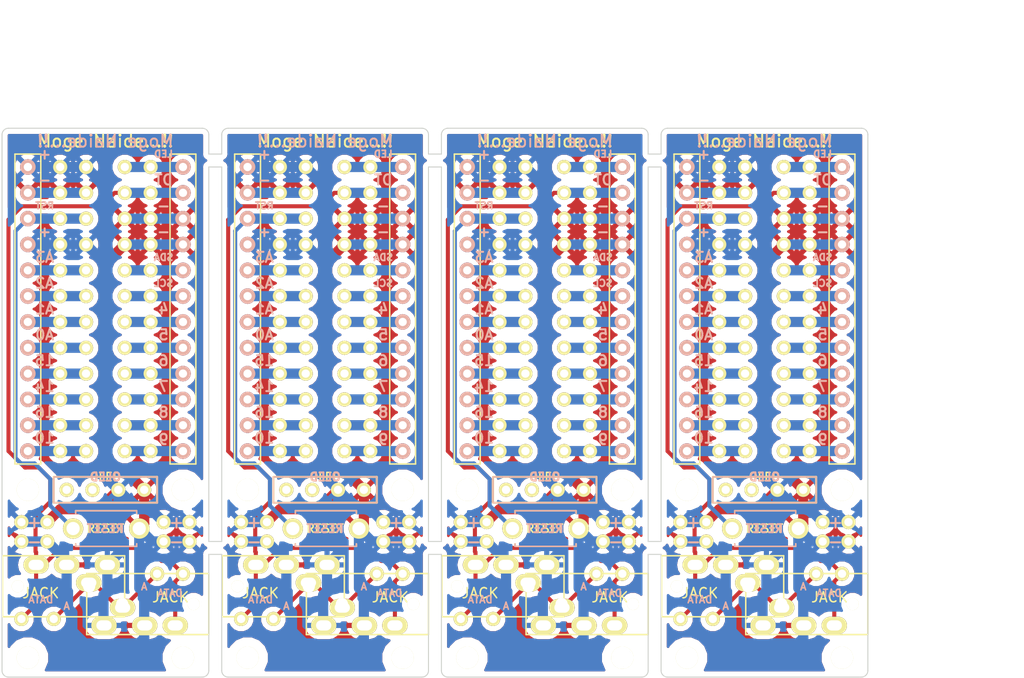
<source format=kicad_pcb>
(kicad_pcb (version 20171130) (host pcbnew 5.0.0-fee4fd1~66~ubuntu18.04.1)
  (title_block (title "Cherry Mx Bitboard") (date 2016-06-21) (rev 1))
  (layers (0 F.Cu signal) (31 B.Cu signal) (34 B.Paste user) (35 F.Paste user) (36 B.SilkS user) (37 F.SilkS user) (38 B.Mask user) (39 F.Mask user) (44 Edge.Cuts user))
  (net 0 "")
  (net 1 VCC)
  (net 2 GND)
  (net 3 DATA)
  (net 4 SDA)
  (net 5 SCL)
  (net 6 "Net-(PLED1-Pad1)")
  (net 7 "Net-(PM4-Pad1)")
  (net 8 "Net-(PM5-Pad1)")
  (net 9 "Net-(PM6-Pad1)")
  (net 10 "Net-(PM7-Pad1)")
  (net 11 "Net-(PM8-Pad1)")
  (net 12 "Net-(PM9-Pad1)")
  (net 13 "Net-(PM10-Pad1)")
  (net 14 "Net-(PM14-Pad1)")
  (net 15 "Net-(PM15-Pad1)")
  (net 16 "Net-(PM16-Pad1)")
  (net 17 "Net-(PM18-Pad1)")
  (net 18 "Net-(PM19-Pad1)")
  (net 19 "Net-(PM20-Pad1)")
  (net 20 "Net-(PM21-Pad1)")
  (net 21 RESET)
  (module helix:MJ-4PP-9_rev2 (layer F.Cu) (at 175.895 91.88 270)
    (fp_text reference JACK (at -0.675 3.76) (layer F.SilkS))
    (fp_text value MJ-4PP-9 hide)
    (pad B thru_hole oval (at 2.1 3.3 270) (size 1.7 2.5) (drill oval 1 1.5) (layers *.Cu *.Mask F.SilkS) (net 3 DATA))
    (pad C thru_hole oval (at 2.1 6.3 270) (size 1.7 2.5) (drill oval 1 1.5) (layers *.Cu *.Mask F.SilkS) (net 2 GND))
    (pad D thru_hole oval (at 2.1 10.3 270) (size 1.7 2.5) (drill oval 1 1.5) (layers *.Cu *.Mask F.SilkS) (net 1 VCC) (clearance 0.15))
    (pad A thru_hole oval (at -2.1 11.8 270) (size 1.7 2.5) (drill oval 1 1.5) (layers *.Cu *.Mask F.SilkS) (clearance 0.15))
    (pad "" np_thru_hole circle (at 0 1.4986 270) (size 1.2 1.2) (drill 1.2) (layers *.Cu *.Mask F.SilkS))
    (pad "" np_thru_hole circle (at 0 8.509 270) (size 1.2 1.2) (drill 1.2) (layers *.Cu *.Mask F.SilkS))
  )
  (module helix:MJ-4PP-9_rev2 (layer F.Cu) (at 154.305 91.88 270)
    (fp_text reference JACK (at -0.675 3.76) (layer F.SilkS))
    (fp_text value MJ-4PP-9 hide)
    (pad B thru_hole oval (at 2.1 3.3 270) (size 1.7 2.5) (drill oval 1 1.5) (layers *.Cu *.Mask F.SilkS) (net 3 DATA))
    (pad C thru_hole oval (at 2.1 6.3 270) (size 1.7 2.5) (drill oval 1 1.5) (layers *.Cu *.Mask F.SilkS) (net 2 GND))
    (pad D thru_hole oval (at 2.1 10.3 270) (size 1.7 2.5) (drill oval 1 1.5) (layers *.Cu *.Mask F.SilkS) (net 1 VCC) (clearance 0.15))
    (pad A thru_hole oval (at -2.1 11.8 270) (size 1.7 2.5) (drill oval 1 1.5) (layers *.Cu *.Mask F.SilkS) (clearance 0.15))
    (pad "" np_thru_hole circle (at 0 1.4986 270) (size 1.2 1.2) (drill 1.2) (layers *.Cu *.Mask F.SilkS))
    (pad "" np_thru_hole circle (at 0 8.509 270) (size 1.2 1.2) (drill 1.2) (layers *.Cu *.Mask F.SilkS))
  )
  (module helix:MJ-4PP-9_rev2 (layer F.Cu) (at 132.715 91.88 270)
    (fp_text reference JACK (at -0.675 3.76) (layer F.SilkS))
    (fp_text value MJ-4PP-9 hide)
    (pad B thru_hole oval (at 2.1 3.3 270) (size 1.7 2.5) (drill oval 1 1.5) (layers *.Cu *.Mask F.SilkS) (net 3 DATA))
    (pad C thru_hole oval (at 2.1 6.3 270) (size 1.7 2.5) (drill oval 1 1.5) (layers *.Cu *.Mask F.SilkS) (net 2 GND))
    (pad D thru_hole oval (at 2.1 10.3 270) (size 1.7 2.5) (drill oval 1 1.5) (layers *.Cu *.Mask F.SilkS) (net 1 VCC) (clearance 0.15))
    (pad A thru_hole oval (at -2.1 11.8 270) (size 1.7 2.5) (drill oval 1 1.5) (layers *.Cu *.Mask F.SilkS) (clearance 0.15))
    (pad "" np_thru_hole circle (at 0 1.4986 270) (size 1.2 1.2) (drill 1.2) (layers *.Cu *.Mask F.SilkS))
    (pad "" np_thru_hole circle (at 0 8.509 270) (size 1.2 1.2) (drill 1.2) (layers *.Cu *.Mask F.SilkS))
  )
  (module helix:MJ-4PP-9_rev2 (layer F.Cu) (at 155.625 90.13 90)
    (fp_text reference JACK (at -0.675 3.76 180) (layer F.SilkS))
    (fp_text value MJ-4PP-9 hide)
    (pad "" np_thru_hole circle (at 0 8.509 90) (size 1.2 1.2) (drill 1.2) (layers *.Cu *.Mask F.SilkS))
    (pad "" np_thru_hole circle (at 0 1.4986 90) (size 1.2 1.2) (drill 1.2) (layers *.Cu *.Mask F.SilkS))
    (pad A thru_hole oval (at -2.1 11.8 90) (size 1.7 2.5) (drill oval 1 1.5) (layers *.Cu *.Mask F.SilkS) (clearance 0.15))
    (pad D thru_hole oval (at 2.1 10.3 90) (size 1.7 2.5) (drill oval 1 1.5) (layers *.Cu *.Mask F.SilkS) (net 1 VCC) (clearance 0.15))
    (pad C thru_hole oval (at 2.1 6.3 90) (size 1.7 2.5) (drill oval 1 1.5) (layers *.Cu *.Mask F.SilkS) (net 2 GND))
    (pad B thru_hole oval (at 2.1 3.3 90) (size 1.7 2.5) (drill oval 1 1.5) (layers *.Cu *.Mask F.SilkS) (net 3 DATA))
  )
  (module helix:MJ-4PP-9_rev2 (layer F.Cu) (at 134.035 90.13 90)
    (fp_text reference JACK (at -0.675 3.76 180) (layer F.SilkS))
    (fp_text value MJ-4PP-9 hide)
    (pad "" np_thru_hole circle (at 0 8.509 90) (size 1.2 1.2) (drill 1.2) (layers *.Cu *.Mask F.SilkS))
    (pad "" np_thru_hole circle (at 0 1.4986 90) (size 1.2 1.2) (drill 1.2) (layers *.Cu *.Mask F.SilkS))
    (pad A thru_hole oval (at -2.1 11.8 90) (size 1.7 2.5) (drill oval 1 1.5) (layers *.Cu *.Mask F.SilkS) (clearance 0.15))
    (pad D thru_hole oval (at 2.1 10.3 90) (size 1.7 2.5) (drill oval 1 1.5) (layers *.Cu *.Mask F.SilkS) (net 1 VCC) (clearance 0.15))
    (pad C thru_hole oval (at 2.1 6.3 90) (size 1.7 2.5) (drill oval 1 1.5) (layers *.Cu *.Mask F.SilkS) (net 2 GND))
    (pad B thru_hole oval (at 2.1 3.3 90) (size 1.7 2.5) (drill oval 1 1.5) (layers *.Cu *.Mask F.SilkS) (net 3 DATA))
  )
  (module helix:MJ-4PP-9_rev2 (layer F.Cu) (at 112.445 90.13 90)
    (fp_text reference JACK (at -0.675 3.76 180) (layer F.SilkS))
    (fp_text value MJ-4PP-9 hide)
    (pad "" np_thru_hole circle (at 0 8.509 90) (size 1.2 1.2) (drill 1.2) (layers *.Cu *.Mask F.SilkS))
    (pad "" np_thru_hole circle (at 0 1.4986 90) (size 1.2 1.2) (drill 1.2) (layers *.Cu *.Mask F.SilkS))
    (pad A thru_hole oval (at -2.1 11.8 90) (size 1.7 2.5) (drill oval 1 1.5) (layers *.Cu *.Mask F.SilkS) (clearance 0.15))
    (pad D thru_hole oval (at 2.1 10.3 90) (size 1.7 2.5) (drill oval 1 1.5) (layers *.Cu *.Mask F.SilkS) (net 1 VCC) (clearance 0.15))
    (pad C thru_hole oval (at 2.1 6.3 90) (size 1.7 2.5) (drill oval 1 1.5) (layers *.Cu *.Mask F.SilkS) (net 2 GND))
    (pad B thru_hole oval (at 2.1 3.3 90) (size 1.7 2.5) (drill oval 1 1.5) (layers *.Cu *.Mask F.SilkS) (net 3 DATA))
  )
  (module MYLIB:1PIN_0.1 (layer F.Cu) (at 170.815 88.9)
    (fp_text reference A (at -1.27 1.27) (layer B.SilkS) (effects (font (size 0.7 0.7)) (justify mirror)))
    (fp_text value CONN_01X01 hide)
    (pad A thru_hole circle (at 0 0) (size 1.397 1.397) (drill 0.8128) (layers *.Cu *.Mask F.SilkS))
  )
  (module MYLIB:1PIN_0.1 (layer F.Cu) (at 149.225 88.9)
    (fp_text reference A (at -1.27 1.27) (layer B.SilkS) (effects (font (size 0.7 0.7)) (justify mirror)))
    (fp_text value CONN_01X01 hide)
    (pad A thru_hole circle (at 0 0) (size 1.397 1.397) (drill 0.8128) (layers *.Cu *.Mask F.SilkS))
  )
  (module MYLIB:1PIN_0.1 (layer F.Cu) (at 127.635 88.9)
    (fp_text reference A (at -1.27 1.27) (layer B.SilkS) (effects (font (size 0.7 0.7)) (justify mirror)))
    (fp_text value CONN_01X01 hide)
    (pad A thru_hole circle (at 0 0) (size 1.397 1.397) (drill 0.8128) (layers *.Cu *.Mask F.SilkS))
  )
  (module MYLIB:1PIN_0.1 (layer F.Cu) (at 167.64 61.595)
    (fp_text reference P2 hide)
    (fp_text value CONN_01X01 hide)
    (pad SCL thru_hole circle (at 0 0) (size 1.397 1.397) (drill 0.8128) (layers *.Cu *.Mask F.SilkS) (net 5 SCL))
  )
  (module MYLIB:1PIN_0.1 (layer F.Cu) (at 146.05 61.595)
    (fp_text reference P2 hide)
    (fp_text value CONN_01X01 hide)
    (pad SCL thru_hole circle (at 0 0) (size 1.397 1.397) (drill 0.8128) (layers *.Cu *.Mask F.SilkS) (net 5 SCL))
  )
  (module MYLIB:1PIN_0.1 (layer F.Cu) (at 124.46 61.595)
    (fp_text reference P2 hide)
    (fp_text value CONN_01X01 hide)
    (pad SCL thru_hole circle (at 0 0) (size 1.397 1.397) (drill 0.8128) (layers *.Cu *.Mask F.SilkS) (net 5 SCL))
  )
  (module MYLIB:1PIN_0.1 (layer F.Cu) (at 161.29 76.835)
    (fp_text reference P2 hide)
    (fp_text value CONN_01X01 hide)
    (pad 13 thru_hole circle (at 0 0) (size 1.397 1.397) (drill 0.8128) (layers *.Cu *.Mask F.SilkS) (net 13 "Net-(PM10-Pad1)"))
  )
  (module MYLIB:1PIN_0.1 (layer F.Cu) (at 139.7 76.835)
    (fp_text reference P2 hide)
    (fp_text value CONN_01X01 hide)
    (pad 13 thru_hole circle (at 0 0) (size 1.397 1.397) (drill 0.8128) (layers *.Cu *.Mask F.SilkS) (net 13 "Net-(PM10-Pad1)"))
  )
  (module MYLIB:1PIN_0.1 (layer F.Cu) (at 118.11 76.835)
    (fp_text reference P2 hide)
    (fp_text value CONN_01X01 hide)
    (pad 13 thru_hole circle (at 0 0) (size 1.397 1.397) (drill 0.8128) (layers *.Cu *.Mask F.SilkS) (net 13 "Net-(PM10-Pad1)"))
  )
  (module MYLIB:1PIN_0.1 (layer F.Cu) (at 163.83 53.975)
    (fp_text reference P2 hide)
    (fp_text value CONN_01X01 hide)
    (pad RESE thru_hole circle (at 0 0) (size 1.397 1.397) (drill 0.8128) (layers *.Cu *.Mask F.SilkS) (net 21 RESET))
  )
  (module MYLIB:1PIN_0.1 (layer F.Cu) (at 142.24 53.975)
    (fp_text reference P2 hide)
    (fp_text value CONN_01X01 hide)
    (pad RESE thru_hole circle (at 0 0) (size 1.397 1.397) (drill 0.8128) (layers *.Cu *.Mask F.SilkS) (net 21 RESET))
  )
  (module MYLIB:1PIN_0.1 (layer F.Cu) (at 120.65 53.975)
    (fp_text reference P2 hide)
    (fp_text value CONN_01X01 hide)
    (pad RESE thru_hole circle (at 0 0) (size 1.397 1.397) (drill 0.8128) (layers *.Cu *.Mask F.SilkS) (net 21 RESET))
  )
  (module MYLIB:1PIN_0.1 (layer F.Cu) (at 170.18 51.435)
    (fp_text reference P2 hide)
    (fp_text value CONN_01X01 hide)
    (pad DATA thru_hole circle (at 0 0) (size 1.397 1.397) (drill 0.8128) (layers *.Cu *.Mask F.SilkS) (net 3 DATA))
  )
  (module MYLIB:1PIN_0.1 (layer F.Cu) (at 148.59 51.435)
    (fp_text reference P2 hide)
    (fp_text value CONN_01X01 hide)
    (pad DATA thru_hole circle (at 0 0) (size 1.397 1.397) (drill 0.8128) (layers *.Cu *.Mask F.SilkS) (net 3 DATA))
  )
  (module MYLIB:1PIN_0.1 (layer F.Cu) (at 127 51.435)
    (fp_text reference P2 hide)
    (fp_text value CONN_01X01 hide)
    (pad DATA thru_hole circle (at 0 0) (size 1.397 1.397) (drill 0.8128) (layers *.Cu *.Mask F.SilkS) (net 3 DATA))
  )
  (module MYLIB:1PIN_0.1 (layer F.Cu) (at 157.48 93.345)
    (fp_text reference DATA (at 1.905 -1.905) (layer B.SilkS) (effects (font (size 0.7 0.7)) (justify mirror)))
    (fp_text value CONN_01X01 hide)
    (pad D thru_hole circle (at 0 0) (size 1.397 1.397) (drill 0.8128) (layers *.Cu *.Mask F.SilkS) (net 3 DATA))
  )
  (module MYLIB:1PIN_0.1 (layer F.Cu) (at 135.89 93.345)
    (fp_text reference DATA (at 1.905 -1.905) (layer B.SilkS) (effects (font (size 0.7 0.7)) (justify mirror)))
    (fp_text value CONN_01X01 hide)
    (pad D thru_hole circle (at 0 0) (size 1.397 1.397) (drill 0.8128) (layers *.Cu *.Mask F.SilkS) (net 3 DATA))
  )
  (module MYLIB:1PIN_0.1 (layer F.Cu) (at 114.3 93.345)
    (fp_text reference DATA (at 1.905 -1.905) (layer B.SilkS) (effects (font (size 0.7 0.7)) (justify mirror)))
    (fp_text value CONN_01X01 hide)
    (pad D thru_hole circle (at 0 0) (size 1.397 1.397) (drill 0.8128) (layers *.Cu *.Mask F.SilkS) (net 3 DATA))
  )
  (module MYLIB:1PIN_0.1 (layer F.Cu) (at 170.18 48.895)
    (fp_text reference P2 hide)
    (fp_text value CONN_01X01 hide)
    (pad PLED thru_hole circle (at 0 0) (size 1.397 1.397) (drill 0.8128) (layers *.Cu *.Mask F.SilkS) (net 6 "Net-(PLED1-Pad1)"))
  )
  (module MYLIB:1PIN_0.1 (layer F.Cu) (at 148.59 48.895)
    (fp_text reference P2 hide)
    (fp_text value CONN_01X01 hide)
    (pad PLED thru_hole circle (at 0 0) (size 1.397 1.397) (drill 0.8128) (layers *.Cu *.Mask F.SilkS) (net 6 "Net-(PLED1-Pad1)"))
  )
  (module MYLIB:1PIN_0.1 (layer F.Cu) (at 127 48.895)
    (fp_text reference P2 hide)
    (fp_text value CONN_01X01 hide)
    (pad PLED thru_hole circle (at 0 0) (size 1.397 1.397) (drill 0.8128) (layers *.Cu *.Mask F.SilkS) (net 6 "Net-(PLED1-Pad1)"))
  )
  (module MYLIB:1PIN_0.1 (layer F.Cu) (at 163.83 48.895)
    (fp_text reference P2 hide)
    (fp_text value CONN_01X01 hide)
    (pad VCC thru_hole circle (at 0 0) (size 1.397 1.397) (drill 0.8128) (layers *.Cu *.Mask F.SilkS) (net 1 VCC))
  )
  (module MYLIB:1PIN_0.1 (layer F.Cu) (at 142.24 48.895)
    (fp_text reference P2 hide)
    (fp_text value CONN_01X01 hide)
    (pad VCC thru_hole circle (at 0 0) (size 1.397 1.397) (drill 0.8128) (layers *.Cu *.Mask F.SilkS) (net 1 VCC))
  )
  (module MYLIB:1PIN_0.1 (layer F.Cu) (at 120.65 48.895)
    (fp_text reference P2 hide)
    (fp_text value CONN_01X01 hide)
    (pad VCC thru_hole circle (at 0 0) (size 1.397 1.397) (drill 0.8128) (layers *.Cu *.Mask F.SilkS) (net 1 VCC))
  )
  (module MYLIB:1PIN_0.1 (layer F.Cu) (at 163.83 51.435)
    (fp_text reference P2 hide)
    (fp_text value CONN_01X01 hide)
    (pad GND thru_hole circle (at 0 0) (size 1.397 1.397) (drill 0.8128) (layers *.Cu *.Mask F.SilkS) (net 2 GND))
  )
  (module MYLIB:1PIN_0.1 (layer F.Cu) (at 142.24 51.435)
    (fp_text reference P2 hide)
    (fp_text value CONN_01X01 hide)
    (pad GND thru_hole circle (at 0 0) (size 1.397 1.397) (drill 0.8128) (layers *.Cu *.Mask F.SilkS) (net 2 GND))
  )
  (module MYLIB:1PIN_0.1 (layer F.Cu) (at 120.65 51.435)
    (fp_text reference P2 hide)
    (fp_text value CONN_01X01 hide)
    (pad GND thru_hole circle (at 0 0) (size 1.397 1.397) (drill 0.8128) (layers *.Cu *.Mask F.SilkS) (net 2 GND))
  )
  (module MYLIB:1PIN_0.1 (layer F.Cu) (at 170.18 53.975)
    (fp_text reference P2 hide)
    (fp_text value CONN_01X01 hide)
    (pad GND thru_hole circle (at 0 0) (size 1.397 1.397) (drill 0.8128) (layers *.Cu *.Mask F.SilkS) (net 2 GND))
  )
  (module MYLIB:1PIN_0.1 (layer F.Cu) (at 148.59 53.975)
    (fp_text reference P2 hide)
    (fp_text value CONN_01X01 hide)
    (pad GND thru_hole circle (at 0 0) (size 1.397 1.397) (drill 0.8128) (layers *.Cu *.Mask F.SilkS) (net 2 GND))
  )
  (module MYLIB:1PIN_0.1 (layer F.Cu) (at 127 53.975)
    (fp_text reference P2 hide)
    (fp_text value CONN_01X01 hide)
    (pad GND thru_hole circle (at 0 0) (size 1.397 1.397) (drill 0.8128) (layers *.Cu *.Mask F.SilkS) (net 2 GND))
  )
  (module MYLIB:1PIN_0.1 (layer F.Cu) (at 170.18 59.055)
    (fp_text reference P2 hide)
    (fp_text value CONN_01X01 hide)
    (pad SDA thru_hole circle (at 0 0) (size 1.397 1.397) (drill 0.8128) (layers *.Cu *.Mask F.SilkS) (net 4 SDA))
  )
  (module MYLIB:1PIN_0.1 (layer F.Cu) (at 148.59 59.055)
    (fp_text reference P2 hide)
    (fp_text value CONN_01X01 hide)
    (pad SDA thru_hole circle (at 0 0) (size 1.397 1.397) (drill 0.8128) (layers *.Cu *.Mask F.SilkS) (net 4 SDA))
  )
  (module MYLIB:1PIN_0.1 (layer F.Cu) (at 127 59.055)
    (fp_text reference P2 hide)
    (fp_text value CONN_01X01 hide)
    (pad SDA thru_hole circle (at 0 0) (size 1.397 1.397) (drill 0.8128) (layers *.Cu *.Mask F.SilkS) (net 4 SDA))
  )
  (module MYLIB:HOLE_M2 (layer F.Cu) (at 158.115 80.645)
    (fp_text reference HOLE_M2 hide)
    (fp_text value VAL** hide)
    (pad "" np_thru_hole circle (at 0 0) (size 2.2 2.2) (drill 2.2) (layers *.Cu *.Mask F.SilkS) (clearance 0.9))
  )
  (module MYLIB:HOLE_M2 (layer F.Cu) (at 136.525 80.645)
    (fp_text reference HOLE_M2 hide)
    (fp_text value VAL** hide)
    (pad "" np_thru_hole circle (at 0 0) (size 2.2 2.2) (drill 2.2) (layers *.Cu *.Mask F.SilkS) (clearance 0.9))
  )
  (module MYLIB:HOLE_M2 (layer F.Cu) (at 114.935 80.645)
    (fp_text reference HOLE_M2 hide)
    (fp_text value VAL** hide)
    (pad "" np_thru_hole circle (at 0 0) (size 2.2 2.2) (drill 2.2) (layers *.Cu *.Mask F.SilkS) (clearance 0.9))
  )
  (module MYLIB:1PIN_0.1 (layer F.Cu) (at 167.64 56.515)
    (fp_text reference P2 hide)
    (fp_text value CONN_01X01 hide)
    (pad GND thru_hole circle (at 0 0) (size 1.397 1.397) (drill 0.8128) (layers *.Cu *.Mask F.SilkS) (net 2 GND))
  )
  (module MYLIB:1PIN_0.1 (layer F.Cu) (at 146.05 56.515)
    (fp_text reference P2 hide)
    (fp_text value CONN_01X01 hide)
    (pad GND thru_hole circle (at 0 0) (size 1.397 1.397) (drill 0.8128) (layers *.Cu *.Mask F.SilkS) (net 2 GND))
  )
  (module MYLIB:1PIN_0.1 (layer F.Cu) (at 124.46 56.515)
    (fp_text reference P2 hide)
    (fp_text value CONN_01X01 hide)
    (pad GND thru_hole circle (at 0 0) (size 1.397 1.397) (drill 0.8128) (layers *.Cu *.Mask F.SilkS) (net 2 GND))
  )
  (module MYLIB:1PIN_0.1 (layer F.Cu) (at 160.655 93.345)
    (fp_text reference A (at 1.27 -1.27) (layer B.SilkS) (effects (font (size 0.7 0.7)) (justify mirror)))
    (fp_text value CONN_01X01 hide)
    (pad A thru_hole circle (at 0 0) (size 1.397 1.397) (drill 0.8128) (layers *.Cu *.Mask F.SilkS))
  )
  (module MYLIB:1PIN_0.1 (layer F.Cu) (at 139.065 93.345)
    (fp_text reference A (at 1.27 -1.27) (layer B.SilkS) (effects (font (size 0.7 0.7)) (justify mirror)))
    (fp_text value CONN_01X01 hide)
    (pad A thru_hole circle (at 0 0) (size 1.397 1.397) (drill 0.8128) (layers *.Cu *.Mask F.SilkS))
  )
  (module MYLIB:1PIN_0.1 (layer F.Cu) (at 117.475 93.345)
    (fp_text reference A (at 1.27 -1.27) (layer B.SilkS) (effects (font (size 0.7 0.7)) (justify mirror)))
    (fp_text value CONN_01X01 hide)
    (pad A thru_hole circle (at 0 0) (size 1.397 1.397) (drill 0.8128) (layers *.Cu *.Mask F.SilkS))
  )
  (module MYLIB:1PIN_0.1 (layer F.Cu) (at 173.355 88.9)
    (fp_text reference DATA (at -1.27 1.905) (layer B.SilkS) (effects (font (size 0.7 0.7)) (justify mirror)))
    (fp_text value CONN_01X01 hide)
    (pad D thru_hole circle (at 0 0) (size 1.397 1.397) (drill 0.8128) (layers *.Cu *.Mask F.SilkS) (net 3 DATA))
  )
  (module MYLIB:1PIN_0.1 (layer F.Cu) (at 151.765 88.9)
    (fp_text reference DATA (at -1.27 1.905) (layer B.SilkS) (effects (font (size 0.7 0.7)) (justify mirror)))
    (fp_text value CONN_01X01 hide)
    (pad D thru_hole circle (at 0 0) (size 1.397 1.397) (drill 0.8128) (layers *.Cu *.Mask F.SilkS) (net 3 DATA))
  )
  (module MYLIB:1PIN_0.1 (layer F.Cu) (at 130.175 88.9)
    (fp_text reference DATA (at -1.27 1.905) (layer B.SilkS) (effects (font (size 0.7 0.7)) (justify mirror)))
    (fp_text value CONN_01X01 hide)
    (pad D thru_hole circle (at 0 0) (size 1.397 1.397) (drill 0.8128) (layers *.Cu *.Mask F.SilkS) (net 3 DATA))
  )
  (module MYLIB:1PIN_0.1 (layer F.Cu) (at 161.29 51.435)
    (fp_text reference P2 hide)
    (fp_text value CONN_01X01 hide)
    (pad GND thru_hole circle (at 0 0) (size 1.397 1.397) (drill 0.8128) (layers *.Cu *.Mask F.SilkS) (net 2 GND))
  )
  (module MYLIB:1PIN_0.1 (layer F.Cu) (at 139.7 51.435)
    (fp_text reference P2 hide)
    (fp_text value CONN_01X01 hide)
    (pad GND thru_hole circle (at 0 0) (size 1.397 1.397) (drill 0.8128) (layers *.Cu *.Mask F.SilkS) (net 2 GND))
  )
  (module MYLIB:1PIN_0.1 (layer F.Cu) (at 118.11 51.435)
    (fp_text reference P2 hide)
    (fp_text value CONN_01X01 hide)
    (pad GND thru_hole circle (at 0 0) (size 1.397 1.397) (drill 0.8128) (layers *.Cu *.Mask F.SilkS) (net 2 GND))
  )
  (module MYLIB:HOLE_M2 (layer F.Cu) (at 158.115 97.155)
    (fp_text reference HOLE_M2 hide)
    (fp_text value VAL** hide)
    (pad "" np_thru_hole circle (at 0 0) (size 2.2 2.2) (drill 2.2) (layers *.Cu *.Mask F.SilkS) (clearance 0.9))
  )
  (module MYLIB:HOLE_M2 (layer F.Cu) (at 136.525 97.155)
    (fp_text reference HOLE_M2 hide)
    (fp_text value VAL** hide)
    (pad "" np_thru_hole circle (at 0 0) (size 2.2 2.2) (drill 2.2) (layers *.Cu *.Mask F.SilkS) (clearance 0.9))
  )
  (module MYLIB:HOLE_M2 (layer F.Cu) (at 114.935 97.155)
    (fp_text reference HOLE_M2 hide)
    (fp_text value VAL** hide)
    (pad "" np_thru_hole circle (at 0 0) (size 2.2 2.2) (drill 2.2) (layers *.Cu *.Mask F.SilkS) (clearance 0.9))
  )
  (module MYLIB:1PIN_0.1 (layer F.Cu) (at 170.18 69.215)
    (fp_text reference P2 hide)
    (fp_text value CONN_01X01 hide)
    (pad 9 thru_hole circle (at 0 0) (size 1.397 1.397) (drill 0.8128) (layers *.Cu *.Mask F.SilkS) (net 9 "Net-(PM6-Pad1)"))
  )
  (module MYLIB:1PIN_0.1 (layer F.Cu) (at 148.59 69.215)
    (fp_text reference P2 hide)
    (fp_text value CONN_01X01 hide)
    (pad 9 thru_hole circle (at 0 0) (size 1.397 1.397) (drill 0.8128) (layers *.Cu *.Mask F.SilkS) (net 9 "Net-(PM6-Pad1)"))
  )
  (module MYLIB:1PIN_0.1 (layer F.Cu) (at 127 69.215)
    (fp_text reference P2 hide)
    (fp_text value CONN_01X01 hide)
    (pad 9 thru_hole circle (at 0 0) (size 1.397 1.397) (drill 0.8128) (layers *.Cu *.Mask F.SilkS) (net 9 "Net-(PM6-Pad1)"))
  )
  (module MYLIB:1PIN_0.1 (layer F.Cu) (at 170.18 64.135)
    (fp_text reference P2 hide)
    (fp_text value CONN_01X01 hide)
    (pad 7 thru_hole circle (at 0 0) (size 1.397 1.397) (drill 0.8128) (layers *.Cu *.Mask F.SilkS) (net 7 "Net-(PM4-Pad1)"))
  )
  (module MYLIB:1PIN_0.1 (layer F.Cu) (at 148.59 64.135)
    (fp_text reference P2 hide)
    (fp_text value CONN_01X01 hide)
    (pad 7 thru_hole circle (at 0 0) (size 1.397 1.397) (drill 0.8128) (layers *.Cu *.Mask F.SilkS) (net 7 "Net-(PM4-Pad1)"))
  )
  (module MYLIB:1PIN_0.1 (layer F.Cu) (at 127 64.135)
    (fp_text reference P2 hide)
    (fp_text value CONN_01X01 hide)
    (pad 7 thru_hole circle (at 0 0) (size 1.397 1.397) (drill 0.8128) (layers *.Cu *.Mask F.SilkS) (net 7 "Net-(PM4-Pad1)"))
  )
  (module MYLIB:1PIN_0.1 (layer F.Cu) (at 170.18 61.595)
    (fp_text reference P2 hide)
    (fp_text value CONN_01X01 hide)
    (pad SCL thru_hole circle (at 0 0) (size 1.397 1.397) (drill 0.8128) (layers *.Cu *.Mask F.SilkS) (net 5 SCL))
  )
  (module MYLIB:1PIN_0.1 (layer F.Cu) (at 148.59 61.595)
    (fp_text reference P2 hide)
    (fp_text value CONN_01X01 hide)
    (pad SCL thru_hole circle (at 0 0) (size 1.397 1.397) (drill 0.8128) (layers *.Cu *.Mask F.SilkS) (net 5 SCL))
  )
  (module MYLIB:1PIN_0.1 (layer F.Cu) (at 127 61.595)
    (fp_text reference P2 hide)
    (fp_text value CONN_01X01 hide)
    (pad SCL thru_hole circle (at 0 0) (size 1.397 1.397) (drill 0.8128) (layers *.Cu *.Mask F.SilkS) (net 5 SCL))
  )
  (module MYLIB:1PIN_0.1 (layer F.Cu) (at 163.83 56.515)
    (fp_text reference P2 hide)
    (fp_text value CONN_01X01 hide)
    (pad VCC thru_hole circle (at 0 0) (size 1.397 1.397) (drill 0.8128) (layers *.Cu *.Mask F.SilkS) (net 1 VCC))
  )
  (module MYLIB:1PIN_0.1 (layer F.Cu) (at 142.24 56.515)
    (fp_text reference P2 hide)
    (fp_text value CONN_01X01 hide)
    (pad VCC thru_hole circle (at 0 0) (size 1.397 1.397) (drill 0.8128) (layers *.Cu *.Mask F.SilkS) (net 1 VCC))
  )
  (module MYLIB:1PIN_0.1 (layer F.Cu) (at 120.65 56.515)
    (fp_text reference P2 hide)
    (fp_text value CONN_01X01 hide)
    (pad VCC thru_hole circle (at 0 0) (size 1.397 1.397) (drill 0.8128) (layers *.Cu *.Mask F.SilkS) (net 1 VCC))
  )
  (module MYLIB:1PIN_0.1 (layer F.Cu) (at 161.29 56.515)
    (fp_text reference P2 hide)
    (fp_text value CONN_01X01 hide)
    (pad VCC thru_hole circle (at 0 0) (size 1.397 1.397) (drill 0.8128) (layers *.Cu *.Mask F.SilkS) (net 1 VCC))
  )
  (module MYLIB:1PIN_0.1 (layer F.Cu) (at 139.7 56.515)
    (fp_text reference P2 hide)
    (fp_text value CONN_01X01 hide)
    (pad VCC thru_hole circle (at 0 0) (size 1.397 1.397) (drill 0.8128) (layers *.Cu *.Mask F.SilkS) (net 1 VCC))
  )
  (module MYLIB:1PIN_0.1 (layer F.Cu) (at 118.11 56.515)
    (fp_text reference P2 hide)
    (fp_text value CONN_01X01 hide)
    (pad VCC thru_hole circle (at 0 0) (size 1.397 1.397) (drill 0.8128) (layers *.Cu *.Mask F.SilkS) (net 1 VCC))
  )
  (module MYLIB:1PIN_0.1 (layer F.Cu) (at 161.29 66.675)
    (fp_text reference P2 hide)
    (fp_text value CONN_01X01 hide)
    (pad 17 thru_hole circle (at 0 0) (size 1.397 1.397) (drill 0.8128) (layers *.Cu *.Mask F.SilkS) (net 17 "Net-(PM18-Pad1)"))
  )
  (module MYLIB:1PIN_0.1 (layer F.Cu) (at 139.7 66.675)
    (fp_text reference P2 hide)
    (fp_text value CONN_01X01 hide)
    (pad 17 thru_hole circle (at 0 0) (size 1.397 1.397) (drill 0.8128) (layers *.Cu *.Mask F.SilkS) (net 17 "Net-(PM18-Pad1)"))
  )
  (module MYLIB:1PIN_0.1 (layer F.Cu) (at 118.11 66.675)
    (fp_text reference P2 hide)
    (fp_text value CONN_01X01 hide)
    (pad 17 thru_hole circle (at 0 0) (size 1.397 1.397) (drill 0.8128) (layers *.Cu *.Mask F.SilkS) (net 17 "Net-(PM18-Pad1)"))
  )
  (module MYLIB:1PIN_0.1 (layer F.Cu) (at 167.64 51.435)
    (fp_text reference DT hide)
    (fp_text value CONN_01X01 hide)
    (pad DATA thru_hole circle (at 0 0) (size 1.397 1.397) (drill 0.8128) (layers *.Cu *.Mask F.SilkS) (net 3 DATA))
  )
  (module MYLIB:1PIN_0.1 (layer F.Cu) (at 146.05 51.435)
    (fp_text reference DT hide)
    (fp_text value CONN_01X01 hide)
    (pad DATA thru_hole circle (at 0 0) (size 1.397 1.397) (drill 0.8128) (layers *.Cu *.Mask F.SilkS) (net 3 DATA))
  )
  (module MYLIB:1PIN_0.1 (layer F.Cu) (at 124.46 51.435)
    (fp_text reference DT hide)
    (fp_text value CONN_01X01 hide)
    (pad DATA thru_hole circle (at 0 0) (size 1.397 1.397) (drill 0.8128) (layers *.Cu *.Mask F.SilkS) (net 3 DATA))
  )
  (module MYLIB:1PIN_0.1 (layer F.Cu) (at 163.83 59.055)
    (fp_text reference P2 hide)
    (fp_text value CONN_01X01 hide)
    (pad 20 thru_hole circle (at 0 0) (size 1.397 1.397) (drill 0.8128) (layers *.Cu *.Mask F.SilkS) (net 20 "Net-(PM21-Pad1)"))
  )
  (module MYLIB:1PIN_0.1 (layer F.Cu) (at 142.24 59.055)
    (fp_text reference P2 hide)
    (fp_text value CONN_01X01 hide)
    (pad 20 thru_hole circle (at 0 0) (size 1.397 1.397) (drill 0.8128) (layers *.Cu *.Mask F.SilkS) (net 20 "Net-(PM21-Pad1)"))
  )
  (module MYLIB:1PIN_0.1 (layer F.Cu) (at 120.65 59.055)
    (fp_text reference P2 hide)
    (fp_text value CONN_01X01 hide)
    (pad 20 thru_hole circle (at 0 0) (size 1.397 1.397) (drill 0.8128) (layers *.Cu *.Mask F.SilkS) (net 20 "Net-(PM21-Pad1)"))
  )
  (module MYLIB:1PIN_0.1 (layer F.Cu) (at 161.29 48.895)
    (fp_text reference P2 hide)
    (fp_text value CONN_01X01 hide)
    (pad VCC thru_hole circle (at 0 0) (size 1.397 1.397) (drill 0.8128) (layers *.Cu *.Mask F.SilkS) (net 1 VCC))
  )
  (module MYLIB:1PIN_0.1 (layer F.Cu) (at 139.7 48.895)
    (fp_text reference P2 hide)
    (fp_text value CONN_01X01 hide)
    (pad VCC thru_hole circle (at 0 0) (size 1.397 1.397) (drill 0.8128) (layers *.Cu *.Mask F.SilkS) (net 1 VCC))
  )
  (module MYLIB:1PIN_0.1 (layer F.Cu) (at 118.11 48.895)
    (fp_text reference P2 hide)
    (fp_text value CONN_01X01 hide)
    (pad VCC thru_hole circle (at 0 0) (size 1.397 1.397) (drill 0.8128) (layers *.Cu *.Mask F.SilkS) (net 1 VCC))
  )
  (module MYLIB:1PIN_0.1 (layer F.Cu) (at 170.18 56.515)
    (fp_text reference P2 hide)
    (fp_text value CONN_01X01 hide)
    (pad GND thru_hole circle (at 0 0) (size 1.397 1.397) (drill 0.8128) (layers *.Cu *.Mask F.SilkS) (net 2 GND))
  )
  (module MYLIB:1PIN_0.1 (layer F.Cu) (at 148.59 56.515)
    (fp_text reference P2 hide)
    (fp_text value CONN_01X01 hide)
    (pad GND thru_hole circle (at 0 0) (size 1.397 1.397) (drill 0.8128) (layers *.Cu *.Mask F.SilkS) (net 2 GND))
  )
  (module MYLIB:1PIN_0.1 (layer F.Cu) (at 127 56.515)
    (fp_text reference P2 hide)
    (fp_text value CONN_01X01 hide)
    (pad GND thru_hole circle (at 0 0) (size 1.397 1.397) (drill 0.8128) (layers *.Cu *.Mask F.SilkS) (net 2 GND))
  )
  (module MYLIB:HOLE_M2 (layer F.Cu) (at 173.355 80.645)
    (fp_text reference HOLE_M2 hide)
    (fp_text value VAL** hide)
    (pad "" np_thru_hole circle (at 0 0) (size 2.2 2.2) (drill 2.2) (layers *.Cu *.Mask F.SilkS) (clearance 0.9))
  )
  (module MYLIB:HOLE_M2 (layer F.Cu) (at 151.765 80.645)
    (fp_text reference HOLE_M2 hide)
    (fp_text value VAL** hide)
    (pad "" np_thru_hole circle (at 0 0) (size 2.2 2.2) (drill 2.2) (layers *.Cu *.Mask F.SilkS) (clearance 0.9))
  )
  (module MYLIB:HOLE_M2 (layer F.Cu) (at 130.175 80.645)
    (fp_text reference HOLE_M2 hide)
    (fp_text value VAL** hide)
    (pad "" np_thru_hole circle (at 0 0) (size 2.2 2.2) (drill 2.2) (layers *.Cu *.Mask F.SilkS) (clearance 0.9))
  )
  (module MYLIB:1PIN_0.1 (layer F.Cu) (at 167.64 53.975)
    (fp_text reference P2 hide)
    (fp_text value CONN_01X01 hide)
    (pad GND thru_hole circle (at 0 0) (size 1.397 1.397) (drill 0.8128) (layers *.Cu *.Mask F.SilkS) (net 2 GND))
  )
  (module MYLIB:1PIN_0.1 (layer F.Cu) (at 146.05 53.975)
    (fp_text reference P2 hide)
    (fp_text value CONN_01X01 hide)
    (pad GND thru_hole circle (at 0 0) (size 1.397 1.397) (drill 0.8128) (layers *.Cu *.Mask F.SilkS) (net 2 GND))
  )
  (module MYLIB:1PIN_0.1 (layer F.Cu) (at 124.46 53.975)
    (fp_text reference P2 hide)
    (fp_text value CONN_01X01 hide)
    (pad GND thru_hole circle (at 0 0) (size 1.397 1.397) (drill 0.8128) (layers *.Cu *.Mask F.SilkS) (net 2 GND))
  )
  (module MYLIB:1PIN_0.1 (layer F.Cu) (at 161.29 59.055)
    (fp_text reference P2 hide)
    (fp_text value CONN_01X01 hide)
    (pad 20 thru_hole circle (at 0 0) (size 1.397 1.397) (drill 0.8128) (layers *.Cu *.Mask F.SilkS) (net 20 "Net-(PM21-Pad1)"))
  )
  (module MYLIB:1PIN_0.1 (layer F.Cu) (at 139.7 59.055)
    (fp_text reference P2 hide)
    (fp_text value CONN_01X01 hide)
    (pad 20 thru_hole circle (at 0 0) (size 1.397 1.397) (drill 0.8128) (layers *.Cu *.Mask F.SilkS) (net 20 "Net-(PM21-Pad1)"))
  )
  (module MYLIB:1PIN_0.1 (layer F.Cu) (at 118.11 59.055)
    (fp_text reference P2 hide)
    (fp_text value CONN_01X01 hide)
    (pad 20 thru_hole circle (at 0 0) (size 1.397 1.397) (drill 0.8128) (layers *.Cu *.Mask F.SilkS) (net 20 "Net-(PM21-Pad1)"))
  )
  (module MYLIB:1PIN_0.1 (layer F.Cu) (at 163.83 61.595)
    (fp_text reference P2 hide)
    (fp_text value CONN_01X01 hide)
    (pad 19 thru_hole circle (at 0 0) (size 1.397 1.397) (drill 0.8128) (layers *.Cu *.Mask F.SilkS) (net 19 "Net-(PM20-Pad1)"))
  )
  (module MYLIB:1PIN_0.1 (layer F.Cu) (at 142.24 61.595)
    (fp_text reference P2 hide)
    (fp_text value CONN_01X01 hide)
    (pad 19 thru_hole circle (at 0 0) (size 1.397 1.397) (drill 0.8128) (layers *.Cu *.Mask F.SilkS) (net 19 "Net-(PM20-Pad1)"))
  )
  (module MYLIB:1PIN_0.1 (layer F.Cu) (at 120.65 61.595)
    (fp_text reference P2 hide)
    (fp_text value CONN_01X01 hide)
    (pad 19 thru_hole circle (at 0 0) (size 1.397 1.397) (drill 0.8128) (layers *.Cu *.Mask F.SilkS) (net 19 "Net-(PM20-Pad1)"))
  )
  (module MYLIB:1PIN_0.1 (layer F.Cu) (at 173.99 85.725)
    (fp_text reference P2 hide)
    (fp_text value CONN_01X01 hide)
    (pad 1 thru_hole circle (at 0 0) (size 1.397 1.397) (drill 0.8128) (layers *.Cu *.Mask F.SilkS) (net 2 GND))
  )
  (module MYLIB:1PIN_0.1 (layer F.Cu) (at 152.4 85.725)
    (fp_text reference P2 hide)
    (fp_text value CONN_01X01 hide)
    (pad 1 thru_hole circle (at 0 0) (size 1.397 1.397) (drill 0.8128) (layers *.Cu *.Mask F.SilkS) (net 2 GND))
  )
  (module MYLIB:1PIN_0.1 (layer F.Cu) (at 130.81 85.725)
    (fp_text reference P2 hide)
    (fp_text value CONN_01X01 hide)
    (pad 1 thru_hole circle (at 0 0) (size 1.397 1.397) (drill 0.8128) (layers *.Cu *.Mask F.SilkS) (net 2 GND))
  )
  (module MYLIB:1PIN_0.1 (layer F.Cu) (at 170.18 71.755)
    (fp_text reference P2 hide)
    (fp_text value CONN_01X01 hide)
    (pad 10 thru_hole circle (at 0 0) (size 1.397 1.397) (drill 0.8128) (layers *.Cu *.Mask F.SilkS) (net 10 "Net-(PM7-Pad1)"))
  )
  (module MYLIB:1PIN_0.1 (layer F.Cu) (at 148.59 71.755)
    (fp_text reference P2 hide)
    (fp_text value CONN_01X01 hide)
    (pad 10 thru_hole circle (at 0 0) (size 1.397 1.397) (drill 0.8128) (layers *.Cu *.Mask F.SilkS) (net 10 "Net-(PM7-Pad1)"))
  )
  (module MYLIB:1PIN_0.1 (layer F.Cu) (at 127 71.755)
    (fp_text reference P2 hide)
    (fp_text value CONN_01X01 hide)
    (pad 10 thru_hole circle (at 0 0) (size 1.397 1.397) (drill 0.8128) (layers *.Cu *.Mask F.SilkS) (net 10 "Net-(PM7-Pad1)"))
  )
  (module MYLIB:1PIN_0.1 (layer F.Cu) (at 167.64 48.895)
    (fp_text reference P2 hide)
    (fp_text value CONN_01X01 hide)
    (pad PLED thru_hole circle (at 0 0) (size 1.397 1.397) (drill 0.8128) (layers *.Cu *.Mask F.SilkS) (net 6 "Net-(PLED1-Pad1)"))
  )
  (module MYLIB:1PIN_0.1 (layer F.Cu) (at 146.05 48.895)
    (fp_text reference P2 hide)
    (fp_text value CONN_01X01 hide)
    (pad PLED thru_hole circle (at 0 0) (size 1.397 1.397) (drill 0.8128) (layers *.Cu *.Mask F.SilkS) (net 6 "Net-(PLED1-Pad1)"))
  )
  (module MYLIB:1PIN_0.1 (layer F.Cu) (at 124.46 48.895)
    (fp_text reference P2 hide)
    (fp_text value CONN_01X01 hide)
    (pad PLED thru_hole circle (at 0 0) (size 1.397 1.397) (drill 0.8128) (layers *.Cu *.Mask F.SilkS) (net 6 "Net-(PLED1-Pad1)"))
  )
  (module MYLIB:MY_SIL-4 (layer F.Cu) (at 161.925 80.645)
    (fp_text reference OLED (at 3.81 -1.27 180) (layer F.SilkS) (effects (font (size 0.8128 0.8128))))
    (fp_text value OLED hide)
    (pad 4 thru_hole circle (at 0 0) (size 1.397 1.397) (drill 0.8128) (layers *.Cu *.Mask F.SilkS) (net 4 SDA))
    (pad 3 thru_hole circle (at 2.54 0) (size 1.397 1.397) (drill 0.8128) (layers *.Cu *.Mask F.SilkS) (net 5 SCL))
    (pad 2 thru_hole circle (at 5.08 0) (size 1.397 1.397) (drill 0.8128) (layers *.Cu *.Mask F.SilkS) (net 1 VCC))
    (pad 1 thru_hole circle (at 7.62 0) (size 1.397 1.397) (drill 0.8128) (layers *.Cu *.Mask F.SilkS) (net 2 GND))
  )
  (module MYLIB:MY_SIL-4 (layer F.Cu) (at 140.335 80.645)
    (fp_text reference OLED (at 3.81 -1.27 180) (layer F.SilkS) (effects (font (size 0.8128 0.8128))))
    (fp_text value OLED hide)
    (pad 4 thru_hole circle (at 0 0) (size 1.397 1.397) (drill 0.8128) (layers *.Cu *.Mask F.SilkS) (net 4 SDA))
    (pad 3 thru_hole circle (at 2.54 0) (size 1.397 1.397) (drill 0.8128) (layers *.Cu *.Mask F.SilkS) (net 5 SCL))
    (pad 2 thru_hole circle (at 5.08 0) (size 1.397 1.397) (drill 0.8128) (layers *.Cu *.Mask F.SilkS) (net 1 VCC))
    (pad 1 thru_hole circle (at 7.62 0) (size 1.397 1.397) (drill 0.8128) (layers *.Cu *.Mask F.SilkS) (net 2 GND))
  )
  (module MYLIB:MY_SIL-4 (layer F.Cu) (at 118.745 80.645)
    (fp_text reference OLED (at 3.81 -1.27 180) (layer F.SilkS) (effects (font (size 0.8128 0.8128))))
    (fp_text value OLED hide)
    (pad 4 thru_hole circle (at 0 0) (size 1.397 1.397) (drill 0.8128) (layers *.Cu *.Mask F.SilkS) (net 4 SDA))
    (pad 3 thru_hole circle (at 2.54 0) (size 1.397 1.397) (drill 0.8128) (layers *.Cu *.Mask F.SilkS) (net 5 SCL))
    (pad 2 thru_hole circle (at 5.08 0) (size 1.397 1.397) (drill 0.8128) (layers *.Cu *.Mask F.SilkS) (net 1 VCC))
    (pad 1 thru_hole circle (at 7.62 0) (size 1.397 1.397) (drill 0.8128) (layers *.Cu *.Mask F.SilkS) (net 2 GND))
  )
  (module MYLIB:ProMicro_rev (layer B.Cu) (at 165.735 62.865 180)
    (fp_text reference U2 hide)
    (fp_text value ProMicro hide)
    (pad 1 thru_hole circle (at -7.62 13.97 180) (size 1.524 1.524) (drill 0.8128) (layers *.Cu *.Mask B.SilkS) (net 6 "Net-(PLED1-Pad1)"))
    (pad 2 thru_hole circle (at -7.62 11.43 180) (size 1.524 1.524) (drill 0.8128) (layers *.Cu *.Mask B.SilkS) (net 3 DATA))
    (pad 3 thru_hole circle (at -7.62 8.89 180) (size 1.524 1.524) (drill 0.8128) (layers *.Cu *.Mask B.SilkS) (net 2 GND))
    (pad 4 thru_hole circle (at -7.62 6.35 180) (size 1.524 1.524) (drill 0.8128) (layers *.Cu *.Mask B.SilkS) (net 2 GND))
    (pad 5 thru_hole circle (at -7.62 3.81 180) (size 1.524 1.524) (drill 0.8128) (layers *.Cu *.Mask B.SilkS) (net 4 SDA))
    (pad 6 thru_hole circle (at -7.62 1.27 180) (size 1.524 1.524) (drill 0.8128) (layers *.Cu *.Mask B.SilkS) (net 5 SCL))
    (pad 7 thru_hole circle (at -7.62 -1.27 180) (size 1.524 1.524) (drill 0.8128) (layers *.Cu *.Mask B.SilkS) (net 7 "Net-(PM4-Pad1)"))
    (pad 8 thru_hole circle (at -7.62 -3.81 180) (size 1.524 1.524) (drill 0.8128) (layers *.Cu *.Mask B.SilkS) (net 8 "Net-(PM5-Pad1)"))
    (pad 9 thru_hole circle (at -7.62 -6.35 180) (size 1.524 1.524) (drill 0.8128) (layers *.Cu *.Mask B.SilkS) (net 9 "Net-(PM6-Pad1)"))
    (pad 10 thru_hole circle (at -7.62 -8.89 180) (size 1.524 1.524) (drill 0.8128) (layers *.Cu *.Mask B.SilkS) (net 10 "Net-(PM7-Pad1)"))
    (pad 11 thru_hole circle (at -7.62 -11.43 180) (size 1.524 1.524) (drill 0.8128) (layers *.Cu *.Mask B.SilkS) (net 11 "Net-(PM8-Pad1)"))
    (pad 12 thru_hole circle (at -7.62 -13.97 180) (size 1.524 1.524) (drill 0.8128) (layers *.Cu *.Mask B.SilkS) (net 12 "Net-(PM9-Pad1)"))
    (pad 13 thru_hole circle (at 7.62 -13.97 180) (size 1.524 1.524) (drill 0.8128) (layers *.Cu *.Mask B.SilkS) (net 13 "Net-(PM10-Pad1)"))
    (pad 14 thru_hole circle (at 7.62 -11.43 180) (size 1.524 1.524) (drill 0.8128) (layers *.Cu *.Mask B.SilkS) (net 16 "Net-(PM16-Pad1)"))
    (pad 15 thru_hole circle (at 7.62 -8.89 180) (size 1.524 1.524) (drill 0.8128) (layers *.Cu *.Mask B.SilkS) (net 14 "Net-(PM14-Pad1)"))
    (pad 16 thru_hole circle (at 7.62 -6.35 180) (size 1.524 1.524) (drill 0.8128) (layers *.Cu *.Mask B.SilkS) (net 15 "Net-(PM15-Pad1)"))
    (pad 17 thru_hole circle (at 7.62 -3.81 180) (size 1.524 1.524) (drill 0.8128) (layers *.Cu *.Mask B.SilkS) (net 17 "Net-(PM18-Pad1)"))
    (pad 18 thru_hole circle (at 7.62 -1.27 180) (size 1.524 1.524) (drill 0.8128) (layers *.Cu *.Mask B.SilkS) (net 18 "Net-(PM19-Pad1)"))
    (pad 19 thru_hole circle (at 7.62 1.27 180) (size 1.524 1.524) (drill 0.8128) (layers *.Cu *.Mask B.SilkS) (net 19 "Net-(PM20-Pad1)"))
    (pad 20 thru_hole circle (at 7.62 3.81 180) (size 1.524 1.524) (drill 0.8128) (layers *.Cu *.Mask B.SilkS) (net 20 "Net-(PM21-Pad1)"))
    (pad 21 thru_hole circle (at 7.62 6.35 180) (size 1.524 1.524) (drill 0.8128) (layers *.Cu *.Mask B.SilkS) (net 1 VCC))
    (pad 22 thru_hole circle (at 7.62 8.89 180) (size 1.524 1.524) (drill 0.8128) (layers *.Cu *.Mask B.SilkS) (net 21 RESET))
    (pad 23 thru_hole circle (at 7.62 11.43 180) (size 1.524 1.524) (drill 0.8128) (layers *.Cu *.Mask B.SilkS) (net 2 GND))
    (pad 24 thru_hole circle (at 7.62 13.97 180) (size 1.524 1.524) (drill 0.8128) (layers *.Cu *.Mask B.SilkS) (net 1 VCC))
  )
  (module MYLIB:ProMicro_rev (layer B.Cu) (at 144.145 62.865 180)
    (fp_text reference U2 hide)
    (fp_text value ProMicro hide)
    (pad 1 thru_hole circle (at -7.62 13.97 180) (size 1.524 1.524) (drill 0.8128) (layers *.Cu *.Mask B.SilkS) (net 6 "Net-(PLED1-Pad1)"))
    (pad 2 thru_hole circle (at -7.62 11.43 180) (size 1.524 1.524) (drill 0.8128) (layers *.Cu *.Mask B.SilkS) (net 3 DATA))
    (pad 3 thru_hole circle (at -7.62 8.89 180) (size 1.524 1.524) (drill 0.8128) (layers *.Cu *.Mask B.SilkS) (net 2 GND))
    (pad 4 thru_hole circle (at -7.62 6.35 180) (size 1.524 1.524) (drill 0.8128) (layers *.Cu *.Mask B.SilkS) (net 2 GND))
    (pad 5 thru_hole circle (at -7.62 3.81 180) (size 1.524 1.524) (drill 0.8128) (layers *.Cu *.Mask B.SilkS) (net 4 SDA))
    (pad 6 thru_hole circle (at -7.62 1.27 180) (size 1.524 1.524) (drill 0.8128) (layers *.Cu *.Mask B.SilkS) (net 5 SCL))
    (pad 7 thru_hole circle (at -7.62 -1.27 180) (size 1.524 1.524) (drill 0.8128) (layers *.Cu *.Mask B.SilkS) (net 7 "Net-(PM4-Pad1)"))
    (pad 8 thru_hole circle (at -7.62 -3.81 180) (size 1.524 1.524) (drill 0.8128) (layers *.Cu *.Mask B.SilkS) (net 8 "Net-(PM5-Pad1)"))
    (pad 9 thru_hole circle (at -7.62 -6.35 180) (size 1.524 1.524) (drill 0.8128) (layers *.Cu *.Mask B.SilkS) (net 9 "Net-(PM6-Pad1)"))
    (pad 10 thru_hole circle (at -7.62 -8.89 180) (size 1.524 1.524) (drill 0.8128) (layers *.Cu *.Mask B.SilkS) (net 10 "Net-(PM7-Pad1)"))
    (pad 11 thru_hole circle (at -7.62 -11.43 180) (size 1.524 1.524) (drill 0.8128) (layers *.Cu *.Mask B.SilkS) (net 11 "Net-(PM8-Pad1)"))
    (pad 12 thru_hole circle (at -7.62 -13.97 180) (size 1.524 1.524) (drill 0.8128) (layers *.Cu *.Mask B.SilkS) (net 12 "Net-(PM9-Pad1)"))
    (pad 13 thru_hole circle (at 7.62 -13.97 180) (size 1.524 1.524) (drill 0.8128) (layers *.Cu *.Mask B.SilkS) (net 13 "Net-(PM10-Pad1)"))
    (pad 14 thru_hole circle (at 7.62 -11.43 180) (size 1.524 1.524) (drill 0.8128) (layers *.Cu *.Mask B.SilkS) (net 16 "Net-(PM16-Pad1)"))
    (pad 15 thru_hole circle (at 7.62 -8.89 180) (size 1.524 1.524) (drill 0.8128) (layers *.Cu *.Mask B.SilkS) (net 14 "Net-(PM14-Pad1)"))
    (pad 16 thru_hole circle (at 7.62 -6.35 180) (size 1.524 1.524) (drill 0.8128) (layers *.Cu *.Mask B.SilkS) (net 15 "Net-(PM15-Pad1)"))
    (pad 17 thru_hole circle (at 7.62 -3.81 180) (size 1.524 1.524) (drill 0.8128) (layers *.Cu *.Mask B.SilkS) (net 17 "Net-(PM18-Pad1)"))
    (pad 18 thru_hole circle (at 7.62 -1.27 180) (size 1.524 1.524) (drill 0.8128) (layers *.Cu *.Mask B.SilkS) (net 18 "Net-(PM19-Pad1)"))
    (pad 19 thru_hole circle (at 7.62 1.27 180) (size 1.524 1.524) (drill 0.8128) (layers *.Cu *.Mask B.SilkS) (net 19 "Net-(PM20-Pad1)"))
    (pad 20 thru_hole circle (at 7.62 3.81 180) (size 1.524 1.524) (drill 0.8128) (layers *.Cu *.Mask B.SilkS) (net 20 "Net-(PM21-Pad1)"))
    (pad 21 thru_hole circle (at 7.62 6.35 180) (size 1.524 1.524) (drill 0.8128) (layers *.Cu *.Mask B.SilkS) (net 1 VCC))
    (pad 22 thru_hole circle (at 7.62 8.89 180) (size 1.524 1.524) (drill 0.8128) (layers *.Cu *.Mask B.SilkS) (net 21 RESET))
    (pad 23 thru_hole circle (at 7.62 11.43 180) (size 1.524 1.524) (drill 0.8128) (layers *.Cu *.Mask B.SilkS) (net 2 GND))
    (pad 24 thru_hole circle (at 7.62 13.97 180) (size 1.524 1.524) (drill 0.8128) (layers *.Cu *.Mask B.SilkS) (net 1 VCC))
  )
  (module MYLIB:ProMicro_rev (layer B.Cu) (at 122.555 62.865 180)
    (fp_text reference U2 hide)
    (fp_text value ProMicro hide)
    (pad 1 thru_hole circle (at -7.62 13.97 180) (size 1.524 1.524) (drill 0.8128) (layers *.Cu *.Mask B.SilkS) (net 6 "Net-(PLED1-Pad1)"))
    (pad 2 thru_hole circle (at -7.62 11.43 180) (size 1.524 1.524) (drill 0.8128) (layers *.Cu *.Mask B.SilkS) (net 3 DATA))
    (pad 3 thru_hole circle (at -7.62 8.89 180) (size 1.524 1.524) (drill 0.8128) (layers *.Cu *.Mask B.SilkS) (net 2 GND))
    (pad 4 thru_hole circle (at -7.62 6.35 180) (size 1.524 1.524) (drill 0.8128) (layers *.Cu *.Mask B.SilkS) (net 2 GND))
    (pad 5 thru_hole circle (at -7.62 3.81 180) (size 1.524 1.524) (drill 0.8128) (layers *.Cu *.Mask B.SilkS) (net 4 SDA))
    (pad 6 thru_hole circle (at -7.62 1.27 180) (size 1.524 1.524) (drill 0.8128) (layers *.Cu *.Mask B.SilkS) (net 5 SCL))
    (pad 7 thru_hole circle (at -7.62 -1.27 180) (size 1.524 1.524) (drill 0.8128) (layers *.Cu *.Mask B.SilkS) (net 7 "Net-(PM4-Pad1)"))
    (pad 8 thru_hole circle (at -7.62 -3.81 180) (size 1.524 1.524) (drill 0.8128) (layers *.Cu *.Mask B.SilkS) (net 8 "Net-(PM5-Pad1)"))
    (pad 9 thru_hole circle (at -7.62 -6.35 180) (size 1.524 1.524) (drill 0.8128) (layers *.Cu *.Mask B.SilkS) (net 9 "Net-(PM6-Pad1)"))
    (pad 10 thru_hole circle (at -7.62 -8.89 180) (size 1.524 1.524) (drill 0.8128) (layers *.Cu *.Mask B.SilkS) (net 10 "Net-(PM7-Pad1)"))
    (pad 11 thru_hole circle (at -7.62 -11.43 180) (size 1.524 1.524) (drill 0.8128) (layers *.Cu *.Mask B.SilkS) (net 11 "Net-(PM8-Pad1)"))
    (pad 12 thru_hole circle (at -7.62 -13.97 180) (size 1.524 1.524) (drill 0.8128) (layers *.Cu *.Mask B.SilkS) (net 12 "Net-(PM9-Pad1)"))
    (pad 13 thru_hole circle (at 7.62 -13.97 180) (size 1.524 1.524) (drill 0.8128) (layers *.Cu *.Mask B.SilkS) (net 13 "Net-(PM10-Pad1)"))
    (pad 14 thru_hole circle (at 7.62 -11.43 180) (size 1.524 1.524) (drill 0.8128) (layers *.Cu *.Mask B.SilkS) (net 16 "Net-(PM16-Pad1)"))
    (pad 15 thru_hole circle (at 7.62 -8.89 180) (size 1.524 1.524) (drill 0.8128) (layers *.Cu *.Mask B.SilkS) (net 14 "Net-(PM14-Pad1)"))
    (pad 16 thru_hole circle (at 7.62 -6.35 180) (size 1.524 1.524) (drill 0.8128) (layers *.Cu *.Mask B.SilkS) (net 15 "Net-(PM15-Pad1)"))
    (pad 17 thru_hole circle (at 7.62 -3.81 180) (size 1.524 1.524) (drill 0.8128) (layers *.Cu *.Mask B.SilkS) (net 17 "Net-(PM18-Pad1)"))
    (pad 18 thru_hole circle (at 7.62 -1.27 180) (size 1.524 1.524) (drill 0.8128) (layers *.Cu *.Mask B.SilkS) (net 18 "Net-(PM19-Pad1)"))
    (pad 19 thru_hole circle (at 7.62 1.27 180) (size 1.524 1.524) (drill 0.8128) (layers *.Cu *.Mask B.SilkS) (net 19 "Net-(PM20-Pad1)"))
    (pad 20 thru_hole circle (at 7.62 3.81 180) (size 1.524 1.524) (drill 0.8128) (layers *.Cu *.Mask B.SilkS) (net 20 "Net-(PM21-Pad1)"))
    (pad 21 thru_hole circle (at 7.62 6.35 180) (size 1.524 1.524) (drill 0.8128) (layers *.Cu *.Mask B.SilkS) (net 1 VCC))
    (pad 22 thru_hole circle (at 7.62 8.89 180) (size 1.524 1.524) (drill 0.8128) (layers *.Cu *.Mask B.SilkS) (net 21 RESET))
    (pad 23 thru_hole circle (at 7.62 11.43 180) (size 1.524 1.524) (drill 0.8128) (layers *.Cu *.Mask B.SilkS) (net 2 GND))
    (pad 24 thru_hole circle (at 7.62 13.97 180) (size 1.524 1.524) (drill 0.8128) (layers *.Cu *.Mask B.SilkS) (net 1 VCC))
  )
  (module MYLIB:1PIN_0.1 (layer F.Cu) (at 157.48 85.725)
    (fp_text reference P2 hide)
    (fp_text value CONN_01X01 hide)
    (pad 1 thru_hole circle (at 0 0) (size 1.397 1.397) (drill 0.8128) (layers *.Cu *.Mask F.SilkS) (net 2 GND))
  )
  (module MYLIB:1PIN_0.1 (layer F.Cu) (at 135.89 85.725)
    (fp_text reference P2 hide)
    (fp_text value CONN_01X01 hide)
    (pad 1 thru_hole circle (at 0 0) (size 1.397 1.397) (drill 0.8128) (layers *.Cu *.Mask F.SilkS) (net 2 GND))
  )
  (module MYLIB:1PIN_0.1 (layer F.Cu) (at 114.3 85.725)
    (fp_text reference P2 hide)
    (fp_text value CONN_01X01 hide)
    (pad 1 thru_hole circle (at 0 0) (size 1.397 1.397) (drill 0.8128) (layers *.Cu *.Mask F.SilkS) (net 2 GND))
  )
  (module MYLIB:1PIN_0.1 (layer F.Cu) (at 160.02 85.725)
    (fp_text reference P2 hide)
    (fp_text value CONN_01X01 hide)
    (pad 1 thru_hole circle (at 0 0) (size 1.397 1.397) (drill 0.8128) (layers *.Cu *.Mask F.SilkS) (net 2 GND))
  )
  (module MYLIB:1PIN_0.1 (layer F.Cu) (at 138.43 85.725)
    (fp_text reference P2 hide)
    (fp_text value CONN_01X01 hide)
    (pad 1 thru_hole circle (at 0 0) (size 1.397 1.397) (drill 0.8128) (layers *.Cu *.Mask F.SilkS) (net 2 GND))
  )
  (module MYLIB:1PIN_0.1 (layer F.Cu) (at 116.84 85.725)
    (fp_text reference P2 hide)
    (fp_text value CONN_01X01 hide)
    (pad 1 thru_hole circle (at 0 0) (size 1.397 1.397) (drill 0.8128) (layers *.Cu *.Mask F.SilkS) (net 2 GND))
  )
  (module MYLIB:1PIN_0.1 (layer F.Cu) (at 161.29 71.755)
    (fp_text reference P2 hide)
    (fp_text value CONN_01X01 hide)
    (pad 15 thru_hole circle (at 0 0) (size 1.397 1.397) (drill 0.8128) (layers *.Cu *.Mask F.SilkS) (net 14 "Net-(PM14-Pad1)"))
  )
  (module MYLIB:1PIN_0.1 (layer F.Cu) (at 139.7 71.755)
    (fp_text reference P2 hide)
    (fp_text value CONN_01X01 hide)
    (pad 15 thru_hole circle (at 0 0) (size 1.397 1.397) (drill 0.8128) (layers *.Cu *.Mask F.SilkS) (net 14 "Net-(PM14-Pad1)"))
  )
  (module MYLIB:1PIN_0.1 (layer F.Cu) (at 118.11 71.755)
    (fp_text reference P2 hide)
    (fp_text value CONN_01X01 hide)
    (pad 15 thru_hole circle (at 0 0) (size 1.397 1.397) (drill 0.8128) (layers *.Cu *.Mask F.SilkS) (net 14 "Net-(PM14-Pad1)"))
  )
  (module MYLIB:1PIN_0.1 (layer F.Cu) (at 167.64 59.055)
    (fp_text reference P2 hide)
    (fp_text value CONN_01X01 hide)
    (pad SDA thru_hole circle (at 0 0) (size 1.397 1.397) (drill 0.8128) (layers *.Cu *.Mask F.SilkS) (net 4 SDA))
  )
  (module MYLIB:1PIN_0.1 (layer F.Cu) (at 146.05 59.055)
    (fp_text reference P2 hide)
    (fp_text value CONN_01X01 hide)
    (pad SDA thru_hole circle (at 0 0) (size 1.397 1.397) (drill 0.8128) (layers *.Cu *.Mask F.SilkS) (net 4 SDA))
  )
  (module MYLIB:1PIN_0.1 (layer F.Cu) (at 124.46 59.055)
    (fp_text reference P2 hide)
    (fp_text value CONN_01X01 hide)
    (pad SDA thru_hole circle (at 0 0) (size 1.397 1.397) (drill 0.8128) (layers *.Cu *.Mask F.SilkS) (net 4 SDA))
  )
  (module MYLIB:1PIN_0.1 (layer F.Cu) (at 161.29 74.295)
    (fp_text reference P2 hide)
    (fp_text value CONN_01X01 hide)
    (pad 14 thru_hole circle (at 0 0) (size 1.397 1.397) (drill 0.8128) (layers *.Cu *.Mask F.SilkS) (net 16 "Net-(PM16-Pad1)"))
  )
  (module MYLIB:1PIN_0.1 (layer F.Cu) (at 139.7 74.295)
    (fp_text reference P2 hide)
    (fp_text value CONN_01X01 hide)
    (pad 14 thru_hole circle (at 0 0) (size 1.397 1.397) (drill 0.8128) (layers *.Cu *.Mask F.SilkS) (net 16 "Net-(PM16-Pad1)"))
  )
  (module MYLIB:1PIN_0.1 (layer F.Cu) (at 118.11 74.295)
    (fp_text reference P2 hide)
    (fp_text value CONN_01X01 hide)
    (pad 14 thru_hole circle (at 0 0) (size 1.397 1.397) (drill 0.8128) (layers *.Cu *.Mask F.SilkS) (net 16 "Net-(PM16-Pad1)"))
  )
  (module MYLIB:1PIN_0.1 (layer F.Cu) (at 161.29 53.975)
    (fp_text reference P2 hide)
    (fp_text value CONN_01X01 hide)
    (pad RESE thru_hole circle (at 0 0) (size 1.397 1.397) (drill 0.8128) (layers *.Cu *.Mask F.SilkS) (net 21 RESET))
  )
  (module MYLIB:1PIN_0.1 (layer F.Cu) (at 139.7 53.975)
    (fp_text reference P2 hide)
    (fp_text value CONN_01X01 hide)
    (pad RESE thru_hole circle (at 0 0) (size 1.397 1.397) (drill 0.8128) (layers *.Cu *.Mask F.SilkS) (net 21 RESET))
  )
  (module MYLIB:1PIN_0.1 (layer F.Cu) (at 118.11 53.975)
    (fp_text reference P2 hide)
    (fp_text value CONN_01X01 hide)
    (pad RESE thru_hole circle (at 0 0) (size 1.397 1.397) (drill 0.8128) (layers *.Cu *.Mask F.SilkS) (net 21 RESET))
  )
  (module MYLIB:1PIN_0.1 (layer F.Cu) (at 161.29 64.135)
    (fp_text reference P2 hide)
    (fp_text value CONN_01X01 hide)
    (pad 18 thru_hole circle (at 0 0) (size 1.397 1.397) (drill 0.8128) (layers *.Cu *.Mask F.SilkS) (net 18 "Net-(PM19-Pad1)"))
  )
  (module MYLIB:1PIN_0.1 (layer F.Cu) (at 139.7 64.135)
    (fp_text reference P2 hide)
    (fp_text value CONN_01X01 hide)
    (pad 18 thru_hole circle (at 0 0) (size 1.397 1.397) (drill 0.8128) (layers *.Cu *.Mask F.SilkS) (net 18 "Net-(PM19-Pad1)"))
  )
  (module MYLIB:1PIN_0.1 (layer F.Cu) (at 118.11 64.135)
    (fp_text reference P2 hide)
    (fp_text value CONN_01X01 hide)
    (pad 18 thru_hole circle (at 0 0) (size 1.397 1.397) (drill 0.8128) (layers *.Cu *.Mask F.SilkS) (net 18 "Net-(PM19-Pad1)"))
  )
  (module MYLIB:1PIN_0.1 (layer F.Cu) (at 157.48 83.82)
    (fp_text reference P2 hide)
    (fp_text value CONN_01X01 hide)
    (pad 1 thru_hole circle (at 0 0) (size 1.397 1.397) (drill 0.8128) (layers *.Cu *.Mask F.SilkS) (net 1 VCC))
  )
  (module MYLIB:1PIN_0.1 (layer F.Cu) (at 135.89 83.82)
    (fp_text reference P2 hide)
    (fp_text value CONN_01X01 hide)
    (pad 1 thru_hole circle (at 0 0) (size 1.397 1.397) (drill 0.8128) (layers *.Cu *.Mask F.SilkS) (net 1 VCC))
  )
  (module MYLIB:1PIN_0.1 (layer F.Cu) (at 114.3 83.82)
    (fp_text reference P2 hide)
    (fp_text value CONN_01X01 hide)
    (pad 1 thru_hole circle (at 0 0) (size 1.397 1.397) (drill 0.8128) (layers *.Cu *.Mask F.SilkS) (net 1 VCC))
  )
  (module MYLIB:1PIN_0.1 (layer F.Cu) (at 160.02 83.82)
    (fp_text reference P2 hide)
    (fp_text value CONN_01X01 hide)
    (pad 1 thru_hole circle (at 0 0) (size 1.397 1.397) (drill 0.8128) (layers *.Cu *.Mask F.SilkS) (net 1 VCC))
  )
  (module MYLIB:1PIN_0.1 (layer F.Cu) (at 138.43 83.82)
    (fp_text reference P2 hide)
    (fp_text value CONN_01X01 hide)
    (pad 1 thru_hole circle (at 0 0) (size 1.397 1.397) (drill 0.8128) (layers *.Cu *.Mask F.SilkS) (net 1 VCC))
  )
  (module MYLIB:1PIN_0.1 (layer F.Cu) (at 116.84 83.82)
    (fp_text reference P2 hide)
    (fp_text value CONN_01X01 hide)
    (pad 1 thru_hole circle (at 0 0) (size 1.397 1.397) (drill 0.8128) (layers *.Cu *.Mask F.SilkS) (net 1 VCC))
  )
  (module MYLIB:1PIN_0.1 (layer F.Cu) (at 170.18 76.835)
    (fp_text reference P2 hide)
    (fp_text value CONN_01X01 hide)
    (pad 12 thru_hole circle (at 0 0) (size 1.397 1.397) (drill 0.8128) (layers *.Cu *.Mask F.SilkS) (net 12 "Net-(PM9-Pad1)"))
  )
  (module MYLIB:1PIN_0.1 (layer F.Cu) (at 148.59 76.835)
    (fp_text reference P2 hide)
    (fp_text value CONN_01X01 hide)
    (pad 12 thru_hole circle (at 0 0) (size 1.397 1.397) (drill 0.8128) (layers *.Cu *.Mask F.SilkS) (net 12 "Net-(PM9-Pad1)"))
  )
  (module MYLIB:1PIN_0.1 (layer F.Cu) (at 127 76.835)
    (fp_text reference P2 hide)
    (fp_text value CONN_01X01 hide)
    (pad 12 thru_hole circle (at 0 0) (size 1.397 1.397) (drill 0.8128) (layers *.Cu *.Mask F.SilkS) (net 12 "Net-(PM9-Pad1)"))
  )
  (module MYLIB:1PIN_0.1 (layer F.Cu) (at 170.18 66.675)
    (fp_text reference P2 hide)
    (fp_text value CONN_01X01 hide)
    (pad 8 thru_hole circle (at 0 0) (size 1.397 1.397) (drill 0.8128) (layers *.Cu *.Mask F.SilkS) (net 8 "Net-(PM5-Pad1)"))
  )
  (module MYLIB:1PIN_0.1 (layer F.Cu) (at 148.59 66.675)
    (fp_text reference P2 hide)
    (fp_text value CONN_01X01 hide)
    (pad 8 thru_hole circle (at 0 0) (size 1.397 1.397) (drill 0.8128) (layers *.Cu *.Mask F.SilkS) (net 8 "Net-(PM5-Pad1)"))
  )
  (module MYLIB:1PIN_0.1 (layer F.Cu) (at 127 66.675)
    (fp_text reference P2 hide)
    (fp_text value CONN_01X01 hide)
    (pad 8 thru_hole circle (at 0 0) (size 1.397 1.397) (drill 0.8128) (layers *.Cu *.Mask F.SilkS) (net 8 "Net-(PM5-Pad1)"))
  )
  (module MYLIB:1PIN_0.1 (layer F.Cu) (at 170.18 74.295)
    (fp_text reference P2 hide)
    (fp_text value CONN_01X01 hide)
    (pad 11 thru_hole circle (at 0 0) (size 1.397 1.397) (drill 0.8128) (layers *.Cu *.Mask F.SilkS) (net 11 "Net-(PM8-Pad1)"))
  )
  (module MYLIB:1PIN_0.1 (layer F.Cu) (at 148.59 74.295)
    (fp_text reference P2 hide)
    (fp_text value CONN_01X01 hide)
    (pad 11 thru_hole circle (at 0 0) (size 1.397 1.397) (drill 0.8128) (layers *.Cu *.Mask F.SilkS) (net 11 "Net-(PM8-Pad1)"))
  )
  (module MYLIB:1PIN_0.1 (layer F.Cu) (at 127 74.295)
    (fp_text reference P2 hide)
    (fp_text value CONN_01X01 hide)
    (pad 11 thru_hole circle (at 0 0) (size 1.397 1.397) (drill 0.8128) (layers *.Cu *.Mask F.SilkS) (net 11 "Net-(PM8-Pad1)"))
  )
  (module MYLIB:1PIN_0.1 (layer F.Cu) (at 171.45 85.725)
    (fp_text reference P2 hide)
    (fp_text value CONN_01X01 hide)
    (pad 1 thru_hole circle (at 0 0) (size 1.397 1.397) (drill 0.8128) (layers *.Cu *.Mask F.SilkS) (net 2 GND))
  )
  (module MYLIB:1PIN_0.1 (layer F.Cu) (at 149.86 85.725)
    (fp_text reference P2 hide)
    (fp_text value CONN_01X01 hide)
    (pad 1 thru_hole circle (at 0 0) (size 1.397 1.397) (drill 0.8128) (layers *.Cu *.Mask F.SilkS) (net 2 GND))
  )
  (module MYLIB:1PIN_0.1 (layer F.Cu) (at 128.27 85.725)
    (fp_text reference P2 hide)
    (fp_text value CONN_01X01 hide)
    (pad 1 thru_hole circle (at 0 0) (size 1.397 1.397) (drill 0.8128) (layers *.Cu *.Mask F.SilkS) (net 2 GND))
  )
  (module MYLIB:1PIN_0.1 (layer F.Cu) (at 171.45 83.82)
    (fp_text reference P2 hide)
    (fp_text value CONN_01X01 hide)
    (pad 1 thru_hole circle (at 0 0) (size 1.397 1.397) (drill 0.8128) (layers *.Cu *.Mask F.SilkS) (net 1 VCC))
  )
  (module MYLIB:1PIN_0.1 (layer F.Cu) (at 149.86 83.82)
    (fp_text reference P2 hide)
    (fp_text value CONN_01X01 hide)
    (pad 1 thru_hole circle (at 0 0) (size 1.397 1.397) (drill 0.8128) (layers *.Cu *.Mask F.SilkS) (net 1 VCC))
  )
  (module MYLIB:1PIN_0.1 (layer F.Cu) (at 128.27 83.82)
    (fp_text reference P2 hide)
    (fp_text value CONN_01X01 hide)
    (pad 1 thru_hole circle (at 0 0) (size 1.397 1.397) (drill 0.8128) (layers *.Cu *.Mask F.SilkS) (net 1 VCC))
  )
  (module MYLIB:1PIN_0.1 (layer F.Cu) (at 161.29 69.215)
    (fp_text reference P2 hide)
    (fp_text value CONN_01X01 hide)
    (pad 16 thru_hole circle (at 0 0) (size 1.397 1.397) (drill 0.8128) (layers *.Cu *.Mask F.SilkS) (net 15 "Net-(PM15-Pad1)"))
  )
  (module MYLIB:1PIN_0.1 (layer F.Cu) (at 139.7 69.215)
    (fp_text reference P2 hide)
    (fp_text value CONN_01X01 hide)
    (pad 16 thru_hole circle (at 0 0) (size 1.397 1.397) (drill 0.8128) (layers *.Cu *.Mask F.SilkS) (net 15 "Net-(PM15-Pad1)"))
  )
  (module MYLIB:1PIN_0.1 (layer F.Cu) (at 118.11 69.215)
    (fp_text reference P2 hide)
    (fp_text value CONN_01X01 hide)
    (pad 16 thru_hole circle (at 0 0) (size 1.397 1.397) (drill 0.8128) (layers *.Cu *.Mask F.SilkS) (net 15 "Net-(PM15-Pad1)"))
  )
  (module MYLIB:1PIN_0.1 (layer F.Cu) (at 161.29 61.595)
    (fp_text reference P2 hide)
    (fp_text value CONN_01X01 hide)
    (pad 19 thru_hole circle (at 0 0) (size 1.397 1.397) (drill 0.8128) (layers *.Cu *.Mask F.SilkS) (net 19 "Net-(PM20-Pad1)"))
  )
  (module MYLIB:1PIN_0.1 (layer F.Cu) (at 139.7 61.595)
    (fp_text reference P2 hide)
    (fp_text value CONN_01X01 hide)
    (pad 19 thru_hole circle (at 0 0) (size 1.397 1.397) (drill 0.8128) (layers *.Cu *.Mask F.SilkS) (net 19 "Net-(PM20-Pad1)"))
  )
  (module MYLIB:1PIN_0.1 (layer F.Cu) (at 118.11 61.595)
    (fp_text reference P2 hide)
    (fp_text value CONN_01X01 hide)
    (pad 19 thru_hole circle (at 0 0) (size 1.397 1.397) (drill 0.8128) (layers *.Cu *.Mask F.SilkS) (net 19 "Net-(PM20-Pad1)"))
  )
  (module MYLIB:1PIN_0.1 (layer F.Cu) (at 173.99 83.82)
    (fp_text reference P2 hide)
    (fp_text value CONN_01X01 hide)
    (pad 1 thru_hole circle (at 0 0) (size 1.397 1.397) (drill 0.8128) (layers *.Cu *.Mask F.SilkS) (net 1 VCC))
  )
  (module MYLIB:1PIN_0.1 (layer F.Cu) (at 152.4 83.82)
    (fp_text reference P2 hide)
    (fp_text value CONN_01X01 hide)
    (pad 1 thru_hole circle (at 0 0) (size 1.397 1.397) (drill 0.8128) (layers *.Cu *.Mask F.SilkS) (net 1 VCC))
  )
  (module MYLIB:1PIN_0.1 (layer F.Cu) (at 130.81 83.82)
    (fp_text reference P2 hide)
    (fp_text value CONN_01X01 hide)
    (pad 1 thru_hole circle (at 0 0) (size 1.397 1.397) (drill 0.8128) (layers *.Cu *.Mask F.SilkS) (net 1 VCC))
  )
  (module MYLIB:1PIN_0.1 (layer F.Cu) (at 163.83 76.835)
    (fp_text reference P2 hide)
    (fp_text value CONN_01X01 hide)
    (pad 13 thru_hole circle (at 0 0) (size 1.397 1.397) (drill 0.8128) (layers *.Cu *.Mask F.SilkS) (net 13 "Net-(PM10-Pad1)"))
  )
  (module MYLIB:1PIN_0.1 (layer F.Cu) (at 142.24 76.835)
    (fp_text reference P2 hide)
    (fp_text value CONN_01X01 hide)
    (pad 13 thru_hole circle (at 0 0) (size 1.397 1.397) (drill 0.8128) (layers *.Cu *.Mask F.SilkS) (net 13 "Net-(PM10-Pad1)"))
  )
  (module MYLIB:1PIN_0.1 (layer F.Cu) (at 120.65 76.835)
    (fp_text reference P2 hide)
    (fp_text value CONN_01X01 hide)
    (pad 13 thru_hole circle (at 0 0) (size 1.397 1.397) (drill 0.8128) (layers *.Cu *.Mask F.SilkS) (net 13 "Net-(PM10-Pad1)"))
  )
  (module MYLIB:1PIN_0.1 (layer F.Cu) (at 163.83 71.755)
    (fp_text reference P2 hide)
    (fp_text value CONN_01X01 hide)
    (pad 15 thru_hole circle (at 0 0) (size 1.397 1.397) (drill 0.8128) (layers *.Cu *.Mask F.SilkS) (net 14 "Net-(PM14-Pad1)"))
  )
  (module MYLIB:1PIN_0.1 (layer F.Cu) (at 142.24 71.755)
    (fp_text reference P2 hide)
    (fp_text value CONN_01X01 hide)
    (pad 15 thru_hole circle (at 0 0) (size 1.397 1.397) (drill 0.8128) (layers *.Cu *.Mask F.SilkS) (net 14 "Net-(PM14-Pad1)"))
  )
  (module MYLIB:1PIN_0.1 (layer F.Cu) (at 120.65 71.755)
    (fp_text reference P2 hide)
    (fp_text value CONN_01X01 hide)
    (pad 15 thru_hole circle (at 0 0) (size 1.397 1.397) (drill 0.8128) (layers *.Cu *.Mask F.SilkS) (net 14 "Net-(PM14-Pad1)"))
  )
  (module MYLIB:1PIN_0.1 (layer F.Cu) (at 163.83 74.295)
    (fp_text reference P2 hide)
    (fp_text value CONN_01X01 hide)
    (pad 14 thru_hole circle (at 0 0) (size 1.397 1.397) (drill 0.8128) (layers *.Cu *.Mask F.SilkS) (net 16 "Net-(PM16-Pad1)"))
  )
  (module MYLIB:1PIN_0.1 (layer F.Cu) (at 142.24 74.295)
    (fp_text reference P2 hide)
    (fp_text value CONN_01X01 hide)
    (pad 14 thru_hole circle (at 0 0) (size 1.397 1.397) (drill 0.8128) (layers *.Cu *.Mask F.SilkS) (net 16 "Net-(PM16-Pad1)"))
  )
  (module MYLIB:1PIN_0.1 (layer F.Cu) (at 120.65 74.295)
    (fp_text reference P2 hide)
    (fp_text value CONN_01X01 hide)
    (pad 14 thru_hole circle (at 0 0) (size 1.397 1.397) (drill 0.8128) (layers *.Cu *.Mask F.SilkS) (net 16 "Net-(PM16-Pad1)"))
  )
  (module MYLIB:1PIN_0.1 (layer F.Cu) (at 167.64 76.835)
    (fp_text reference P2 hide)
    (fp_text value CONN_01X01 hide)
    (pad 12 thru_hole circle (at 0 0) (size 1.397 1.397) (drill 0.8128) (layers *.Cu *.Mask F.SilkS) (net 12 "Net-(PM9-Pad1)"))
  )
  (module MYLIB:1PIN_0.1 (layer F.Cu) (at 146.05 76.835)
    (fp_text reference P2 hide)
    (fp_text value CONN_01X01 hide)
    (pad 12 thru_hole circle (at 0 0) (size 1.397 1.397) (drill 0.8128) (layers *.Cu *.Mask F.SilkS) (net 12 "Net-(PM9-Pad1)"))
  )
  (module MYLIB:1PIN_0.1 (layer F.Cu) (at 124.46 76.835)
    (fp_text reference P2 hide)
    (fp_text value CONN_01X01 hide)
    (pad 12 thru_hole circle (at 0 0) (size 1.397 1.397) (drill 0.8128) (layers *.Cu *.Mask F.SilkS) (net 12 "Net-(PM9-Pad1)"))
  )
  (module MYLIB:1PIN_0.1 (layer F.Cu) (at 167.64 74.295)
    (fp_text reference P2 hide)
    (fp_text value CONN_01X01 hide)
    (pad 11 thru_hole circle (at 0 0) (size 1.397 1.397) (drill 0.8128) (layers *.Cu *.Mask F.SilkS) (net 11 "Net-(PM8-Pad1)"))
  )
  (module MYLIB:1PIN_0.1 (layer F.Cu) (at 146.05 74.295)
    (fp_text reference P2 hide)
    (fp_text value CONN_01X01 hide)
    (pad 11 thru_hole circle (at 0 0) (size 1.397 1.397) (drill 0.8128) (layers *.Cu *.Mask F.SilkS) (net 11 "Net-(PM8-Pad1)"))
  )
  (module MYLIB:1PIN_0.1 (layer F.Cu) (at 124.46 74.295)
    (fp_text reference P2 hide)
    (fp_text value CONN_01X01 hide)
    (pad 11 thru_hole circle (at 0 0) (size 1.397 1.397) (drill 0.8128) (layers *.Cu *.Mask F.SilkS) (net 11 "Net-(PM8-Pad1)"))
  )
  (module MYLIB:1PIN_0.1 (layer F.Cu) (at 167.64 71.755)
    (fp_text reference P2 hide)
    (fp_text value CONN_01X01 hide)
    (pad 10 thru_hole circle (at 0 0) (size 1.397 1.397) (drill 0.8128) (layers *.Cu *.Mask F.SilkS) (net 10 "Net-(PM7-Pad1)"))
  )
  (module MYLIB:1PIN_0.1 (layer F.Cu) (at 146.05 71.755)
    (fp_text reference P2 hide)
    (fp_text value CONN_01X01 hide)
    (pad 10 thru_hole circle (at 0 0) (size 1.397 1.397) (drill 0.8128) (layers *.Cu *.Mask F.SilkS) (net 10 "Net-(PM7-Pad1)"))
  )
  (module MYLIB:1PIN_0.1 (layer F.Cu) (at 124.46 71.755)
    (fp_text reference P2 hide)
    (fp_text value CONN_01X01 hide)
    (pad 10 thru_hole circle (at 0 0) (size 1.397 1.397) (drill 0.8128) (layers *.Cu *.Mask F.SilkS) (net 10 "Net-(PM7-Pad1)"))
  )
  (module MYLIB:1PIN_0.1 (layer F.Cu) (at 167.64 64.135)
    (fp_text reference P2 hide)
    (fp_text value CONN_01X01 hide)
    (pad 7 thru_hole circle (at 0 0) (size 1.397 1.397) (drill 0.8128) (layers *.Cu *.Mask F.SilkS) (net 7 "Net-(PM4-Pad1)"))
  )
  (module MYLIB:1PIN_0.1 (layer F.Cu) (at 146.05 64.135)
    (fp_text reference P2 hide)
    (fp_text value CONN_01X01 hide)
    (pad 7 thru_hole circle (at 0 0) (size 1.397 1.397) (drill 0.8128) (layers *.Cu *.Mask F.SilkS) (net 7 "Net-(PM4-Pad1)"))
  )
  (module MYLIB:1PIN_0.1 (layer F.Cu) (at 124.46 64.135)
    (fp_text reference P2 hide)
    (fp_text value CONN_01X01 hide)
    (pad 7 thru_hole circle (at 0 0) (size 1.397 1.397) (drill 0.8128) (layers *.Cu *.Mask F.SilkS) (net 7 "Net-(PM4-Pad1)"))
  )
  (module MYLIB:1PIN_0.1 (layer F.Cu) (at 167.64 69.215)
    (fp_text reference P2 hide)
    (fp_text value CONN_01X01 hide)
    (pad 9 thru_hole circle (at 0 0) (size 1.397 1.397) (drill 0.8128) (layers *.Cu *.Mask F.SilkS) (net 9 "Net-(PM6-Pad1)"))
  )
  (module MYLIB:1PIN_0.1 (layer F.Cu) (at 146.05 69.215)
    (fp_text reference P2 hide)
    (fp_text value CONN_01X01 hide)
    (pad 9 thru_hole circle (at 0 0) (size 1.397 1.397) (drill 0.8128) (layers *.Cu *.Mask F.SilkS) (net 9 "Net-(PM6-Pad1)"))
  )
  (module MYLIB:1PIN_0.1 (layer F.Cu) (at 124.46 69.215)
    (fp_text reference P2 hide)
    (fp_text value CONN_01X01 hide)
    (pad 9 thru_hole circle (at 0 0) (size 1.397 1.397) (drill 0.8128) (layers *.Cu *.Mask F.SilkS) (net 9 "Net-(PM6-Pad1)"))
  )
  (module MYLIB:1PIN_0.1 (layer F.Cu) (at 167.64 66.675)
    (fp_text reference P2 hide)
    (fp_text value CONN_01X01 hide)
    (pad 8 thru_hole circle (at 0 0) (size 1.397 1.397) (drill 0.8128) (layers *.Cu *.Mask F.SilkS) (net 8 "Net-(PM5-Pad1)"))
  )
  (module MYLIB:1PIN_0.1 (layer F.Cu) (at 146.05 66.675)
    (fp_text reference P2 hide)
    (fp_text value CONN_01X01 hide)
    (pad 8 thru_hole circle (at 0 0) (size 1.397 1.397) (drill 0.8128) (layers *.Cu *.Mask F.SilkS) (net 8 "Net-(PM5-Pad1)"))
  )
  (module MYLIB:1PIN_0.1 (layer F.Cu) (at 124.46 66.675)
    (fp_text reference P2 hide)
    (fp_text value CONN_01X01 hide)
    (pad 8 thru_hole circle (at 0 0) (size 1.397 1.397) (drill 0.8128) (layers *.Cu *.Mask F.SilkS) (net 8 "Net-(PM5-Pad1)"))
  )
  (module MYLIB:1PIN_0.1 (layer F.Cu) (at 163.83 64.135)
    (fp_text reference P2 hide)
    (fp_text value CONN_01X01 hide)
    (pad 18 thru_hole circle (at 0 0) (size 1.397 1.397) (drill 0.8128) (layers *.Cu *.Mask F.SilkS) (net 18 "Net-(PM19-Pad1)"))
  )
  (module MYLIB:1PIN_0.1 (layer F.Cu) (at 142.24 64.135)
    (fp_text reference P2 hide)
    (fp_text value CONN_01X01 hide)
    (pad 18 thru_hole circle (at 0 0) (size 1.397 1.397) (drill 0.8128) (layers *.Cu *.Mask F.SilkS) (net 18 "Net-(PM19-Pad1)"))
  )
  (module MYLIB:1PIN_0.1 (layer F.Cu) (at 120.65 64.135)
    (fp_text reference P2 hide)
    (fp_text value CONN_01X01 hide)
    (pad 18 thru_hole circle (at 0 0) (size 1.397 1.397) (drill 0.8128) (layers *.Cu *.Mask F.SilkS) (net 18 "Net-(PM19-Pad1)"))
  )
  (module MYLIB:1PIN_0.1 (layer F.Cu) (at 163.83 66.675)
    (fp_text reference P2 hide)
    (fp_text value CONN_01X01 hide)
    (pad 17 thru_hole circle (at 0 0) (size 1.397 1.397) (drill 0.8128) (layers *.Cu *.Mask F.SilkS) (net 17 "Net-(PM18-Pad1)"))
  )
  (module MYLIB:1PIN_0.1 (layer F.Cu) (at 142.24 66.675)
    (fp_text reference P2 hide)
    (fp_text value CONN_01X01 hide)
    (pad 17 thru_hole circle (at 0 0) (size 1.397 1.397) (drill 0.8128) (layers *.Cu *.Mask F.SilkS) (net 17 "Net-(PM18-Pad1)"))
  )
  (module MYLIB:1PIN_0.1 (layer F.Cu) (at 120.65 66.675)
    (fp_text reference P2 hide)
    (fp_text value CONN_01X01 hide)
    (pad 17 thru_hole circle (at 0 0) (size 1.397 1.397) (drill 0.8128) (layers *.Cu *.Mask F.SilkS) (net 17 "Net-(PM18-Pad1)"))
  )
  (module MYLIB:1PIN_0.1 (layer F.Cu) (at 163.83 69.215)
    (fp_text reference P2 hide)
    (fp_text value CONN_01X01 hide)
    (pad 16 thru_hole circle (at 0 0) (size 1.397 1.397) (drill 0.8128) (layers *.Cu *.Mask F.SilkS) (net 15 "Net-(PM15-Pad1)"))
  )
  (module MYLIB:1PIN_0.1 (layer F.Cu) (at 142.24 69.215)
    (fp_text reference P2 hide)
    (fp_text value CONN_01X01 hide)
    (pad 16 thru_hole circle (at 0 0) (size 1.397 1.397) (drill 0.8128) (layers *.Cu *.Mask F.SilkS) (net 15 "Net-(PM15-Pad1)"))
  )
  (module MYLIB:1PIN_0.1 (layer F.Cu) (at 120.65 69.215)
    (fp_text reference P2 hide)
    (fp_text value CONN_01X01 hide)
    (pad 16 thru_hole circle (at 0 0) (size 1.397 1.397) (drill 0.8128) (layers *.Cu *.Mask F.SilkS) (net 15 "Net-(PM15-Pad1)"))
  )
  (module MYLIB:SW_3.5x6.0_TH (layer F.Cu) (at 165.81 84.455)
    (fp_text reference RESET1 hide)
    (fp_text value RESET (at -0.075 0) (layer F.SilkS) (effects (font (size 0.8128 0.8128))))
    (pad 2 thru_hole circle (at 3.25 0) (size 2 2) (drill 1.3) (layers *.Cu *.Mask F.SilkS) (net 2 GND))
    (pad 1 thru_hole circle (at -3.25 0) (size 2 2) (drill 1.3) (layers *.Cu *.Mask F.SilkS) (net 21 RESET))
  )
  (module MYLIB:SW_3.5x6.0_TH (layer F.Cu) (at 144.22 84.455)
    (fp_text reference RESET1 hide)
    (fp_text value RESET (at -0.075 0) (layer F.SilkS) (effects (font (size 0.8128 0.8128))))
    (pad 2 thru_hole circle (at 3.25 0) (size 2 2) (drill 1.3) (layers *.Cu *.Mask F.SilkS) (net 2 GND))
    (pad 1 thru_hole circle (at -3.25 0) (size 2 2) (drill 1.3) (layers *.Cu *.Mask F.SilkS) (net 21 RESET))
  )
  (module MYLIB:SW_3.5x6.0_TH (layer F.Cu) (at 122.63 84.455)
    (fp_text reference RESET1 hide)
    (fp_text value RESET (at -0.075 0) (layer F.SilkS) (effects (font (size 0.8128 0.8128))))
    (pad 2 thru_hole circle (at 3.25 0) (size 2 2) (drill 1.3) (layers *.Cu *.Mask F.SilkS) (net 2 GND))
    (pad 1 thru_hole circle (at -3.25 0) (size 2 2) (drill 1.3) (layers *.Cu *.Mask F.SilkS) (net 21 RESET))
  )
  (module MYLIB:HOLE_M2 (layer F.Cu) (at 173.355 97.155)
    (fp_text reference HOLE_M2 hide)
    (fp_text value VAL** hide)
    (pad "" np_thru_hole circle (at 0 0) (size 2.2 2.2) (drill 2.2) (layers *.Cu *.Mask F.SilkS) (clearance 0.9))
  )
  (module MYLIB:HOLE_M2 (layer F.Cu) (at 151.765 97.155)
    (fp_text reference HOLE_M2 hide)
    (fp_text value VAL** hide)
    (pad "" np_thru_hole circle (at 0 0) (size 2.2 2.2) (drill 2.2) (layers *.Cu *.Mask F.SilkS) (clearance 0.9))
  )
  (module MYLIB:HOLE_M2 (layer F.Cu) (at 130.175 97.155)
    (fp_text reference HOLE_M2 hide)
    (fp_text value VAL** hide)
    (pad "" np_thru_hole circle (at 0 0) (size 2.2 2.2) (drill 2.2) (layers *.Cu *.Mask F.SilkS) (clearance 0.9))
  )
  (module helix:MJ-4PP-9_rev2 (layer F.Cu) (at 111.125 91.88 270)
    (fp_text reference JACK (at -0.675 3.76) (layer F.SilkS))
    (fp_text value MJ-4PP-9 hide)
    (pad "" np_thru_hole circle (at 0 8.509 270) (size 1.2 1.2) (drill 1.2) (layers *.Cu *.Mask F.SilkS))
    (pad "" np_thru_hole circle (at 0 1.4986 270) (size 1.2 1.2) (drill 1.2) (layers *.Cu *.Mask F.SilkS))
    (pad A thru_hole oval (at -2.1 11.8 270) (size 1.7 2.5) (drill oval 1 1.5) (layers *.Cu *.Mask F.SilkS) (clearance 0.15))
    (pad D thru_hole oval (at 2.1 10.3 270) (size 1.7 2.5) (drill oval 1 1.5) (layers *.Cu *.Mask F.SilkS) (net 1 VCC) (clearance 0.15))
    (pad C thru_hole oval (at 2.1 6.3 270) (size 1.7 2.5) (drill oval 1 1.5) (layers *.Cu *.Mask F.SilkS) (net 2 GND))
    (pad B thru_hole oval (at 2.1 3.3 270) (size 1.7 2.5) (drill oval 1 1.5) (layers *.Cu *.Mask F.SilkS) (net 3 DATA))
  )
  (module helix:MJ-4PP-9_rev2 (layer F.Cu) (at 90.855 90.13 90)
    (fp_text reference JACK (at -0.675 3.76 180) (layer F.SilkS))
    (fp_text value MJ-4PP-9 hide)
    (pad B thru_hole oval (at 2.1 3.3 90) (size 1.7 2.5) (drill oval 1 1.5) (layers *.Cu *.Mask F.SilkS) (net 3 DATA))
    (pad C thru_hole oval (at 2.1 6.3 90) (size 1.7 2.5) (drill oval 1 1.5) (layers *.Cu *.Mask F.SilkS) (net 2 GND))
    (pad D thru_hole oval (at 2.1 10.3 90) (size 1.7 2.5) (drill oval 1 1.5) (layers *.Cu *.Mask F.SilkS) (net 1 VCC) (clearance 0.15))
    (pad A thru_hole oval (at -2.1 11.8 90) (size 1.7 2.5) (drill oval 1 1.5) (layers *.Cu *.Mask F.SilkS) (clearance 0.15))
    (pad "" np_thru_hole circle (at 0 1.4986 90) (size 1.2 1.2) (drill 1.2) (layers *.Cu *.Mask F.SilkS))
    (pad "" np_thru_hole circle (at 0 8.509 90) (size 1.2 1.2) (drill 1.2) (layers *.Cu *.Mask F.SilkS))
  )
  (module MYLIB:HOLE_M2 (layer F.Cu) (at 93.345 97.155)
    (fp_text reference HOLE_M2 hide)
    (fp_text value VAL** hide)
    (pad "" np_thru_hole circle (at 0 0) (size 2.2 2.2) (drill 2.2) (layers *.Cu *.Mask F.SilkS) (clearance 0.9))
  )
  (module MYLIB:SW_3.5x6.0_TH (layer F.Cu) (at 101.04 84.455)
    (fp_text reference RESET1 hide)
    (fp_text value RESET (at -0.075 0) (layer F.SilkS) (effects (font (size 0.8128 0.8128))))
    (pad 1 thru_hole circle (at -3.25 0) (size 2 2) (drill 1.3) (layers *.Cu *.Mask F.SilkS) (net 21 RESET))
    (pad 2 thru_hole circle (at 3.25 0) (size 2 2) (drill 1.3) (layers *.Cu *.Mask F.SilkS) (net 2 GND))
  )
  (module MYLIB:HOLE_M2 (layer F.Cu) (at 108.585 97.155)
    (fp_text reference HOLE_M2 hide)
    (fp_text value VAL** hide)
    (pad "" np_thru_hole circle (at 0 0) (size 2.2 2.2) (drill 2.2) (layers *.Cu *.Mask F.SilkS) (clearance 0.9))
  )
  (module MYLIB:HOLE_M2 (layer F.Cu) (at 93.345 80.645)
    (fp_text reference HOLE_M2 hide)
    (fp_text value VAL** hide)
    (pad "" np_thru_hole circle (at 0 0) (size 2.2 2.2) (drill 2.2) (layers *.Cu *.Mask F.SilkS) (clearance 0.9))
  )
  (module MYLIB:HOLE_M2 (layer F.Cu) (at 108.585 80.645)
    (fp_text reference HOLE_M2 hide)
    (fp_text value VAL** hide)
    (pad "" np_thru_hole circle (at 0 0) (size 2.2 2.2) (drill 2.2) (layers *.Cu *.Mask F.SilkS) (clearance 0.9))
  )
  (module MYLIB:1PIN_0.1 (layer F.Cu) (at 96.52 48.895)
    (fp_text reference P2 hide)
    (fp_text value CONN_01X01 hide)
    (pad VCC thru_hole circle (at 0 0) (size 1.397 1.397) (drill 0.8128) (layers *.Cu *.Mask F.SilkS) (net 1 VCC))
  )
  (module MYLIB:1PIN_0.1 (layer F.Cu) (at 96.52 51.435)
    (fp_text reference P2 hide)
    (fp_text value CONN_01X01 hide)
    (pad GND thru_hole circle (at 0 0) (size 1.397 1.397) (drill 0.8128) (layers *.Cu *.Mask F.SilkS) (net 2 GND))
  )
  (module MYLIB:1PIN_0.1 (layer F.Cu) (at 96.52 53.975)
    (fp_text reference P2 hide)
    (fp_text value CONN_01X01 hide)
    (pad RESE thru_hole circle (at 0 0) (size 1.397 1.397) (drill 0.8128) (layers *.Cu *.Mask F.SilkS) (net 21 RESET))
  )
  (module MYLIB:1PIN_0.1 (layer F.Cu) (at 96.52 56.515)
    (fp_text reference P2 hide)
    (fp_text value CONN_01X01 hide)
    (pad VCC thru_hole circle (at 0 0) (size 1.397 1.397) (drill 0.8128) (layers *.Cu *.Mask F.SilkS) (net 1 VCC))
  )
  (module MYLIB:1PIN_0.1 (layer F.Cu) (at 96.52 59.055)
    (fp_text reference P2 hide)
    (fp_text value CONN_01X01 hide)
    (pad 20 thru_hole circle (at 0 0) (size 1.397 1.397) (drill 0.8128) (layers *.Cu *.Mask F.SilkS) (net 20 "Net-(PM21-Pad1)"))
  )
  (module MYLIB:1PIN_0.1 (layer F.Cu) (at 105.41 56.515)
    (fp_text reference P2 hide)
    (fp_text value CONN_01X01 hide)
    (pad GND thru_hole circle (at 0 0) (size 1.397 1.397) (drill 0.8128) (layers *.Cu *.Mask F.SilkS) (net 2 GND))
  )
  (module MYLIB:1PIN_0.1 (layer F.Cu) (at 105.41 51.435)
    (fp_text reference P2 hide)
    (fp_text value CONN_01X01 hide)
    (pad DATA thru_hole circle (at 0 0) (size 1.397 1.397) (drill 0.8128) (layers *.Cu *.Mask F.SilkS) (net 3 DATA))
  )
  (module MYLIB:1PIN_0.1 (layer F.Cu) (at 105.41 53.975)
    (fp_text reference P2 hide)
    (fp_text value CONN_01X01 hide)
    (pad GND thru_hole circle (at 0 0) (size 1.397 1.397) (drill 0.8128) (layers *.Cu *.Mask F.SilkS) (net 2 GND))
  )
  (module MYLIB:1PIN_0.1 (layer F.Cu) (at 105.41 59.055)
    (fp_text reference P2 hide)
    (fp_text value CONN_01X01 hide)
    (pad SDA thru_hole circle (at 0 0) (size 1.397 1.397) (drill 0.8128) (layers *.Cu *.Mask F.SilkS) (net 4 SDA))
  )
  (module MYLIB:1PIN_0.1 (layer F.Cu) (at 105.41 48.895)
    (fp_text reference P2 hide)
    (fp_text value CONN_01X01 hide)
    (pad PLED thru_hole circle (at 0 0) (size 1.397 1.397) (drill 0.8128) (layers *.Cu *.Mask F.SilkS) (net 6 "Net-(PLED1-Pad1)"))
  )
  (module MYLIB:1PIN_0.1 (layer F.Cu) (at 105.41 61.595)
    (fp_text reference P2 hide)
    (fp_text value CONN_01X01 hide)
    (pad SCL thru_hole circle (at 0 0) (size 1.397 1.397) (drill 0.8128) (layers *.Cu *.Mask F.SilkS) (net 5 SCL))
  )
  (module MYLIB:1PIN_0.1 (layer F.Cu) (at 99.06 51.435)
    (fp_text reference P2 hide)
    (fp_text value CONN_01X01 hide)
    (pad GND thru_hole circle (at 0 0) (size 1.397 1.397) (drill 0.8128) (layers *.Cu *.Mask F.SilkS) (net 2 GND))
  )
  (module MYLIB:1PIN_0.1 (layer F.Cu) (at 99.06 56.515)
    (fp_text reference P2 hide)
    (fp_text value CONN_01X01 hide)
    (pad VCC thru_hole circle (at 0 0) (size 1.397 1.397) (drill 0.8128) (layers *.Cu *.Mask F.SilkS) (net 1 VCC))
  )
  (module MYLIB:1PIN_0.1 (layer F.Cu) (at 99.06 53.975)
    (fp_text reference P2 hide)
    (fp_text value CONN_01X01 hide)
    (pad RESE thru_hole circle (at 0 0) (size 1.397 1.397) (drill 0.8128) (layers *.Cu *.Mask F.SilkS) (net 21 RESET))
  )
  (module MYLIB:1PIN_0.1 (layer F.Cu) (at 99.06 48.895)
    (fp_text reference P2 hide)
    (fp_text value CONN_01X01 hide)
    (pad VCC thru_hole circle (at 0 0) (size 1.397 1.397) (drill 0.8128) (layers *.Cu *.Mask F.SilkS) (net 1 VCC))
  )
  (module MYLIB:1PIN_0.1 (layer F.Cu) (at 99.06 59.055)
    (fp_text reference P2 hide)
    (fp_text value CONN_01X01 hide)
    (pad 20 thru_hole circle (at 0 0) (size 1.397 1.397) (drill 0.8128) (layers *.Cu *.Mask F.SilkS) (net 20 "Net-(PM21-Pad1)"))
  )
  (module MYLIB:1PIN_0.1 (layer F.Cu) (at 102.87 51.435)
    (fp_text reference DT hide)
    (fp_text value CONN_01X01 hide)
    (pad DATA thru_hole circle (at 0 0) (size 1.397 1.397) (drill 0.8128) (layers *.Cu *.Mask F.SilkS) (net 3 DATA))
  )
  (module MYLIB:1PIN_0.1 (layer F.Cu) (at 102.87 56.515)
    (fp_text reference P2 hide)
    (fp_text value CONN_01X01 hide)
    (pad GND thru_hole circle (at 0 0) (size 1.397 1.397) (drill 0.8128) (layers *.Cu *.Mask F.SilkS) (net 2 GND))
  )
  (module MYLIB:1PIN_0.1 (layer F.Cu) (at 102.87 53.975)
    (fp_text reference P2 hide)
    (fp_text value CONN_01X01 hide)
    (pad GND thru_hole circle (at 0 0) (size 1.397 1.397) (drill 0.8128) (layers *.Cu *.Mask F.SilkS) (net 2 GND))
  )
  (module MYLIB:1PIN_0.1 (layer F.Cu) (at 102.87 48.895)
    (fp_text reference P2 hide)
    (fp_text value CONN_01X01 hide)
    (pad PLED thru_hole circle (at 0 0) (size 1.397 1.397) (drill 0.8128) (layers *.Cu *.Mask F.SilkS) (net 6 "Net-(PLED1-Pad1)"))
  )
  (module MYLIB:1PIN_0.1 (layer F.Cu) (at 102.87 61.595)
    (fp_text reference P2 hide)
    (fp_text value CONN_01X01 hide)
    (pad SCL thru_hole circle (at 0 0) (size 1.397 1.397) (drill 0.8128) (layers *.Cu *.Mask F.SilkS) (net 5 SCL))
  )
  (module MYLIB:1PIN_0.1 (layer F.Cu) (at 102.87 59.055)
    (fp_text reference P2 hide)
    (fp_text value CONN_01X01 hide)
    (pad SDA thru_hole circle (at 0 0) (size 1.397 1.397) (drill 0.8128) (layers *.Cu *.Mask F.SilkS) (net 4 SDA))
  )
  (module MYLIB:1PIN_0.1 (layer F.Cu) (at 92.71 93.345)
    (fp_text reference DATA (at 1.905 -1.905) (layer B.SilkS) (effects (font (size 0.7 0.7)) (justify mirror)))
    (fp_text value CONN_01X01 hide)
    (pad D thru_hole circle (at 0 0) (size 1.397 1.397) (drill 0.8128) (layers *.Cu *.Mask F.SilkS) (net 3 DATA))
  )
  (module MYLIB:1PIN_0.1 (layer F.Cu) (at 95.885 93.345)
    (fp_text reference A (at 1.27 -1.27) (layer B.SilkS) (effects (font (size 0.7 0.7)) (justify mirror)))
    (fp_text value CONN_01X01 hide)
    (pad A thru_hole circle (at 0 0) (size 1.397 1.397) (drill 0.8128) (layers *.Cu *.Mask F.SilkS))
  )
  (module MYLIB:1PIN_0.1 (layer F.Cu) (at 106.045 88.9)
    (fp_text reference A (at -1.27 1.27) (layer B.SilkS) (effects (font (size 0.7 0.7)) (justify mirror)))
    (fp_text value CONN_01X01 hide)
    (pad A thru_hole circle (at 0 0) (size 1.397 1.397) (drill 0.8128) (layers *.Cu *.Mask F.SilkS))
  )
  (module MYLIB:1PIN_0.1 (layer F.Cu) (at 108.585 88.9)
    (fp_text reference DATA (at -1.27 1.905) (layer B.SilkS) (effects (font (size 0.7 0.7)) (justify mirror)))
    (fp_text value CONN_01X01 hide)
    (pad D thru_hole circle (at 0 0) (size 1.397 1.397) (drill 0.8128) (layers *.Cu *.Mask F.SilkS) (net 3 DATA))
  )
  (module MYLIB:ProMicro_rev (layer B.Cu) (at 100.965 62.865 180)
    (fp_text reference U2 hide)
    (fp_text value ProMicro hide)
    (pad 24 thru_hole circle (at 7.62 13.97 180) (size 1.524 1.524) (drill 0.8128) (layers *.Cu *.Mask B.SilkS) (net 1 VCC))
    (pad 23 thru_hole circle (at 7.62 11.43 180) (size 1.524 1.524) (drill 0.8128) (layers *.Cu *.Mask B.SilkS) (net 2 GND))
    (pad 22 thru_hole circle (at 7.62 8.89 180) (size 1.524 1.524) (drill 0.8128) (layers *.Cu *.Mask B.SilkS) (net 21 RESET))
    (pad 21 thru_hole circle (at 7.62 6.35 180) (size 1.524 1.524) (drill 0.8128) (layers *.Cu *.Mask B.SilkS) (net 1 VCC))
    (pad 20 thru_hole circle (at 7.62 3.81 180) (size 1.524 1.524) (drill 0.8128) (layers *.Cu *.Mask B.SilkS) (net 20 "Net-(PM21-Pad1)"))
    (pad 19 thru_hole circle (at 7.62 1.27 180) (size 1.524 1.524) (drill 0.8128) (layers *.Cu *.Mask B.SilkS) (net 19 "Net-(PM20-Pad1)"))
    (pad 18 thru_hole circle (at 7.62 -1.27 180) (size 1.524 1.524) (drill 0.8128) (layers *.Cu *.Mask B.SilkS) (net 18 "Net-(PM19-Pad1)"))
    (pad 17 thru_hole circle (at 7.62 -3.81 180) (size 1.524 1.524) (drill 0.8128) (layers *.Cu *.Mask B.SilkS) (net 17 "Net-(PM18-Pad1)"))
    (pad 16 thru_hole circle (at 7.62 -6.35 180) (size 1.524 1.524) (drill 0.8128) (layers *.Cu *.Mask B.SilkS) (net 15 "Net-(PM15-Pad1)"))
    (pad 15 thru_hole circle (at 7.62 -8.89 180) (size 1.524 1.524) (drill 0.8128) (layers *.Cu *.Mask B.SilkS) (net 14 "Net-(PM14-Pad1)"))
    (pad 14 thru_hole circle (at 7.62 -11.43 180) (size 1.524 1.524) (drill 0.8128) (layers *.Cu *.Mask B.SilkS) (net 16 "Net-(PM16-Pad1)"))
    (pad 13 thru_hole circle (at 7.62 -13.97 180) (size 1.524 1.524) (drill 0.8128) (layers *.Cu *.Mask B.SilkS) (net 13 "Net-(PM10-Pad1)"))
    (pad 12 thru_hole circle (at -7.62 -13.97 180) (size 1.524 1.524) (drill 0.8128) (layers *.Cu *.Mask B.SilkS) (net 12 "Net-(PM9-Pad1)"))
    (pad 11 thru_hole circle (at -7.62 -11.43 180) (size 1.524 1.524) (drill 0.8128) (layers *.Cu *.Mask B.SilkS) (net 11 "Net-(PM8-Pad1)"))
    (pad 10 thru_hole circle (at -7.62 -8.89 180) (size 1.524 1.524) (drill 0.8128) (layers *.Cu *.Mask B.SilkS) (net 10 "Net-(PM7-Pad1)"))
    (pad 9 thru_hole circle (at -7.62 -6.35 180) (size 1.524 1.524) (drill 0.8128) (layers *.Cu *.Mask B.SilkS) (net 9 "Net-(PM6-Pad1)"))
    (pad 8 thru_hole circle (at -7.62 -3.81 180) (size 1.524 1.524) (drill 0.8128) (layers *.Cu *.Mask B.SilkS) (net 8 "Net-(PM5-Pad1)"))
    (pad 7 thru_hole circle (at -7.62 -1.27 180) (size 1.524 1.524) (drill 0.8128) (layers *.Cu *.Mask B.SilkS) (net 7 "Net-(PM4-Pad1)"))
    (pad 6 thru_hole circle (at -7.62 1.27 180) (size 1.524 1.524) (drill 0.8128) (layers *.Cu *.Mask B.SilkS) (net 5 SCL))
    (pad 5 thru_hole circle (at -7.62 3.81 180) (size 1.524 1.524) (drill 0.8128) (layers *.Cu *.Mask B.SilkS) (net 4 SDA))
    (pad 4 thru_hole circle (at -7.62 6.35 180) (size 1.524 1.524) (drill 0.8128) (layers *.Cu *.Mask B.SilkS) (net 2 GND))
    (pad 3 thru_hole circle (at -7.62 8.89 180) (size 1.524 1.524) (drill 0.8128) (layers *.Cu *.Mask B.SilkS) (net 2 GND))
    (pad 2 thru_hole circle (at -7.62 11.43 180) (size 1.524 1.524) (drill 0.8128) (layers *.Cu *.Mask B.SilkS) (net 3 DATA))
    (pad 1 thru_hole circle (at -7.62 13.97 180) (size 1.524 1.524) (drill 0.8128) (layers *.Cu *.Mask B.SilkS) (net 6 "Net-(PLED1-Pad1)"))
  )
  (module MYLIB:1PIN_0.1 (layer F.Cu) (at 96.52 61.595)
    (fp_text reference P2 hide)
    (fp_text value CONN_01X01 hide)
    (pad 19 thru_hole circle (at 0 0) (size 1.397 1.397) (drill 0.8128) (layers *.Cu *.Mask F.SilkS) (net 19 "Net-(PM20-Pad1)"))
  )
  (module MYLIB:1PIN_0.1 (layer F.Cu) (at 96.52 64.135)
    (fp_text reference P2 hide)
    (fp_text value CONN_01X01 hide)
    (pad 18 thru_hole circle (at 0 0) (size 1.397 1.397) (drill 0.8128) (layers *.Cu *.Mask F.SilkS) (net 18 "Net-(PM19-Pad1)"))
  )
  (module MYLIB:1PIN_0.1 (layer F.Cu) (at 96.52 66.675)
    (fp_text reference P2 hide)
    (fp_text value CONN_01X01 hide)
    (pad 17 thru_hole circle (at 0 0) (size 1.397 1.397) (drill 0.8128) (layers *.Cu *.Mask F.SilkS) (net 17 "Net-(PM18-Pad1)"))
  )
  (module MYLIB:1PIN_0.1 (layer F.Cu) (at 96.52 69.215)
    (fp_text reference P2 hide)
    (fp_text value CONN_01X01 hide)
    (pad 16 thru_hole circle (at 0 0) (size 1.397 1.397) (drill 0.8128) (layers *.Cu *.Mask F.SilkS) (net 15 "Net-(PM15-Pad1)"))
  )
  (module MYLIB:1PIN_0.1 (layer F.Cu) (at 96.52 76.835)
    (fp_text reference P2 hide)
    (fp_text value CONN_01X01 hide)
    (pad 13 thru_hole circle (at 0 0) (size 1.397 1.397) (drill 0.8128) (layers *.Cu *.Mask F.SilkS) (net 13 "Net-(PM10-Pad1)"))
  )
  (module MYLIB:1PIN_0.1 (layer F.Cu) (at 96.52 71.755)
    (fp_text reference P2 hide)
    (fp_text value CONN_01X01 hide)
    (pad 15 thru_hole circle (at 0 0) (size 1.397 1.397) (drill 0.8128) (layers *.Cu *.Mask F.SilkS) (net 14 "Net-(PM14-Pad1)"))
  )
  (module MYLIB:1PIN_0.1 (layer F.Cu) (at 96.52 74.295)
    (fp_text reference P2 hide)
    (fp_text value CONN_01X01 hide)
    (pad 14 thru_hole circle (at 0 0) (size 1.397 1.397) (drill 0.8128) (layers *.Cu *.Mask F.SilkS) (net 16 "Net-(PM16-Pad1)"))
  )
  (module MYLIB:1PIN_0.1 (layer F.Cu) (at 105.41 76.835)
    (fp_text reference P2 hide)
    (fp_text value CONN_01X01 hide)
    (pad 12 thru_hole circle (at 0 0) (size 1.397 1.397) (drill 0.8128) (layers *.Cu *.Mask F.SilkS) (net 12 "Net-(PM9-Pad1)"))
  )
  (module MYLIB:1PIN_0.1 (layer F.Cu) (at 105.41 74.295)
    (fp_text reference P2 hide)
    (fp_text value CONN_01X01 hide)
    (pad 11 thru_hole circle (at 0 0) (size 1.397 1.397) (drill 0.8128) (layers *.Cu *.Mask F.SilkS) (net 11 "Net-(PM8-Pad1)"))
  )
  (module MYLIB:1PIN_0.1 (layer F.Cu) (at 105.41 71.755)
    (fp_text reference P2 hide)
    (fp_text value CONN_01X01 hide)
    (pad 10 thru_hole circle (at 0 0) (size 1.397 1.397) (drill 0.8128) (layers *.Cu *.Mask F.SilkS) (net 10 "Net-(PM7-Pad1)"))
  )
  (module MYLIB:1PIN_0.1 (layer F.Cu) (at 105.41 64.135)
    (fp_text reference P2 hide)
    (fp_text value CONN_01X01 hide)
    (pad 7 thru_hole circle (at 0 0) (size 1.397 1.397) (drill 0.8128) (layers *.Cu *.Mask F.SilkS) (net 7 "Net-(PM4-Pad1)"))
  )
  (module MYLIB:1PIN_0.1 (layer F.Cu) (at 105.41 69.215)
    (fp_text reference P2 hide)
    (fp_text value CONN_01X01 hide)
    (pad 9 thru_hole circle (at 0 0) (size 1.397 1.397) (drill 0.8128) (layers *.Cu *.Mask F.SilkS) (net 9 "Net-(PM6-Pad1)"))
  )
  (module MYLIB:1PIN_0.1 (layer F.Cu) (at 105.41 66.675)
    (fp_text reference P2 hide)
    (fp_text value CONN_01X01 hide)
    (pad 8 thru_hole circle (at 0 0) (size 1.397 1.397) (drill 0.8128) (layers *.Cu *.Mask F.SilkS) (net 8 "Net-(PM5-Pad1)"))
  )
  (module MYLIB:MY_SIL-4 (layer F.Cu) (at 97.155 80.645)
    (fp_text reference OLED (at 3.81 -1.27 180) (layer F.SilkS) (effects (font (size 0.8128 0.8128))))
    (fp_text value OLED hide)
    (pad 1 thru_hole circle (at 7.62 0) (size 1.397 1.397) (drill 0.8128) (layers *.Cu *.Mask F.SilkS) (net 2 GND))
    (pad 2 thru_hole circle (at 5.08 0) (size 1.397 1.397) (drill 0.8128) (layers *.Cu *.Mask F.SilkS) (net 1 VCC))
    (pad 3 thru_hole circle (at 2.54 0) (size 1.397 1.397) (drill 0.8128) (layers *.Cu *.Mask F.SilkS) (net 5 SCL))
    (pad 4 thru_hole circle (at 0 0) (size 1.397 1.397) (drill 0.8128) (layers *.Cu *.Mask F.SilkS) (net 4 SDA))
  )
  (module MYLIB:1PIN_0.1 (layer F.Cu) (at 95.25 83.82)
    (fp_text reference P2 hide)
    (fp_text value CONN_01X01 hide)
    (pad 1 thru_hole circle (at 0 0) (size 1.397 1.397) (drill 0.8128) (layers *.Cu *.Mask F.SilkS) (net 1 VCC))
  )
  (module MYLIB:1PIN_0.1 (layer F.Cu) (at 92.71 83.82)
    (fp_text reference P2 hide)
    (fp_text value CONN_01X01 hide)
    (pad 1 thru_hole circle (at 0 0) (size 1.397 1.397) (drill 0.8128) (layers *.Cu *.Mask F.SilkS) (net 1 VCC))
  )
  (module MYLIB:1PIN_0.1 (layer F.Cu) (at 95.25 85.725)
    (fp_text reference P2 hide)
    (fp_text value CONN_01X01 hide)
    (pad 1 thru_hole circle (at 0 0) (size 1.397 1.397) (drill 0.8128) (layers *.Cu *.Mask F.SilkS) (net 2 GND))
  )
  (module MYLIB:1PIN_0.1 (layer F.Cu) (at 92.71 85.725)
    (fp_text reference P2 hide)
    (fp_text value CONN_01X01 hide)
    (pad 1 thru_hole circle (at 0 0) (size 1.397 1.397) (drill 0.8128) (layers *.Cu *.Mask F.SilkS) (net 2 GND))
  )
  (module MYLIB:1PIN_0.1 (layer F.Cu) (at 109.22 83.82)
    (fp_text reference P2 hide)
    (fp_text value CONN_01X01 hide)
    (pad 1 thru_hole circle (at 0 0) (size 1.397 1.397) (drill 0.8128) (layers *.Cu *.Mask F.SilkS) (net 1 VCC))
  )
  (module MYLIB:1PIN_0.1 (layer F.Cu) (at 106.68 83.82)
    (fp_text reference P2 hide)
    (fp_text value CONN_01X01 hide)
    (pad 1 thru_hole circle (at 0 0) (size 1.397 1.397) (drill 0.8128) (layers *.Cu *.Mask F.SilkS) (net 1 VCC))
  )
  (module MYLIB:1PIN_0.1 (layer F.Cu) (at 106.68 85.725)
    (fp_text reference P2 hide)
    (fp_text value CONN_01X01 hide)
    (pad 1 thru_hole circle (at 0 0) (size 1.397 1.397) (drill 0.8128) (layers *.Cu *.Mask F.SilkS) (net 2 GND))
  )
  (module MYLIB:1PIN_0.1 (layer F.Cu) (at 109.22 85.725)
    (fp_text reference P2 hide)
    (fp_text value CONN_01X01 hide)
    (pad 1 thru_hole circle (at 0 0) (size 1.397 1.397) (drill 0.8128) (layers *.Cu *.Mask F.SilkS) (net 2 GND))
  )
  (module MYLIB:1PIN_0.1 (layer F.Cu) (at 99.06 61.595)
    (fp_text reference P2 hide)
    (fp_text value CONN_01X01 hide)
    (pad 19 thru_hole circle (at 0 0) (size 1.397 1.397) (drill 0.8128) (layers *.Cu *.Mask F.SilkS) (net 19 "Net-(PM20-Pad1)"))
  )
  (module MYLIB:1PIN_0.1 (layer F.Cu) (at 99.06 74.295)
    (fp_text reference P2 hide)
    (fp_text value CONN_01X01 hide)
    (pad 14 thru_hole circle (at 0 0) (size 1.397 1.397) (drill 0.8128) (layers *.Cu *.Mask F.SilkS) (net 16 "Net-(PM16-Pad1)"))
  )
  (module MYLIB:1PIN_0.1 (layer F.Cu) (at 99.06 71.755)
    (fp_text reference P2 hide)
    (fp_text value CONN_01X01 hide)
    (pad 15 thru_hole circle (at 0 0) (size 1.397 1.397) (drill 0.8128) (layers *.Cu *.Mask F.SilkS) (net 14 "Net-(PM14-Pad1)"))
  )
  (module MYLIB:1PIN_0.1 (layer F.Cu) (at 99.06 76.835)
    (fp_text reference P2 hide)
    (fp_text value CONN_01X01 hide)
    (pad 13 thru_hole circle (at 0 0) (size 1.397 1.397) (drill 0.8128) (layers *.Cu *.Mask F.SilkS) (net 13 "Net-(PM10-Pad1)"))
  )
  (module MYLIB:1PIN_0.1 (layer F.Cu) (at 99.06 69.215)
    (fp_text reference P2 hide)
    (fp_text value CONN_01X01 hide)
    (pad 16 thru_hole circle (at 0 0) (size 1.397 1.397) (drill 0.8128) (layers *.Cu *.Mask F.SilkS) (net 15 "Net-(PM15-Pad1)"))
  )
  (module MYLIB:1PIN_0.1 (layer F.Cu) (at 99.06 66.675)
    (fp_text reference P2 hide)
    (fp_text value CONN_01X01 hide)
    (pad 17 thru_hole circle (at 0 0) (size 1.397 1.397) (drill 0.8128) (layers *.Cu *.Mask F.SilkS) (net 17 "Net-(PM18-Pad1)"))
  )
  (module MYLIB:1PIN_0.1 (layer F.Cu) (at 99.06 64.135)
    (fp_text reference P2 hide)
    (fp_text value CONN_01X01 hide)
    (pad 18 thru_hole circle (at 0 0) (size 1.397 1.397) (drill 0.8128) (layers *.Cu *.Mask F.SilkS) (net 18 "Net-(PM19-Pad1)"))
  )
  (module MYLIB:1PIN_0.1 (layer F.Cu) (at 102.87 66.675)
    (fp_text reference P2 hide)
    (fp_text value CONN_01X01 hide)
    (pad 8 thru_hole circle (at 0 0) (size 1.397 1.397) (drill 0.8128) (layers *.Cu *.Mask F.SilkS) (net 8 "Net-(PM5-Pad1)"))
  )
  (module MYLIB:1PIN_0.1 (layer F.Cu) (at 102.87 69.215)
    (fp_text reference P2 hide)
    (fp_text value CONN_01X01 hide)
    (pad 9 thru_hole circle (at 0 0) (size 1.397 1.397) (drill 0.8128) (layers *.Cu *.Mask F.SilkS) (net 9 "Net-(PM6-Pad1)"))
  )
  (module MYLIB:1PIN_0.1 (layer F.Cu) (at 102.87 64.135)
    (fp_text reference P2 hide)
    (fp_text value CONN_01X01 hide)
    (pad 7 thru_hole circle (at 0 0) (size 1.397 1.397) (drill 0.8128) (layers *.Cu *.Mask F.SilkS) (net 7 "Net-(PM4-Pad1)"))
  )
  (module MYLIB:1PIN_0.1 (layer F.Cu) (at 102.87 71.755)
    (fp_text reference P2 hide)
    (fp_text value CONN_01X01 hide)
    (pad 10 thru_hole circle (at 0 0) (size 1.397 1.397) (drill 0.8128) (layers *.Cu *.Mask F.SilkS) (net 10 "Net-(PM7-Pad1)"))
  )
  (module MYLIB:1PIN_0.1 (layer F.Cu) (at 102.87 74.295)
    (fp_text reference P2 hide)
    (fp_text value CONN_01X01 hide)
    (pad 11 thru_hole circle (at 0 0) (size 1.397 1.397) (drill 0.8128) (layers *.Cu *.Mask F.SilkS) (net 11 "Net-(PM8-Pad1)"))
  )
  (module MYLIB:1PIN_0.1 (layer F.Cu) (at 102.87 76.835)
    (fp_text reference P2 hide)
    (fp_text value CONN_01X01 hide)
    (pad 12 thru_hole circle (at 0 0) (size 1.397 1.397) (drill 0.8128) (layers *.Cu *.Mask F.SilkS) (net 12 "Net-(PM9-Pad1)"))
  )
  (gr_text "Moge Naide...!!" (at 165.735 46.355) (layer B.SilkS) (effects (font (size 1.2 1.2) (thickness 0.1875)) (justify mirror)))
  (gr_text "Moge Naide...!!" (at 144.145 46.355) (layer B.SilkS) (effects (font (size 1.2 1.2) (thickness 0.1875)) (justify mirror)))
  (gr_text "Moge Naide...!!" (at 122.555 46.355) (layer B.SilkS) (effects (font (size 1.2 1.2) (thickness 0.1875)) (justify mirror)))
  (gr_text RESET (at 165.735 84.455) (layer B.SilkS) (effects (font (size 0.8 0.8) (thickness 0.2)) (justify mirror)))
  (gr_text RESET (at 144.145 84.455) (layer B.SilkS) (effects (font (size 0.8 0.8) (thickness 0.2)) (justify mirror)))
  (gr_text RESET (at 122.555 84.455) (layer B.SilkS) (effects (font (size 0.8 0.8) (thickness 0.2)) (justify mirror)))
  (gr_text "Moge Naide...!!" (at 165.735 46.355) (layer F.SilkS) (effects (font (size 1.2 1.2) (thickness 0.1875))))
  (gr_text "Moge Naide...!!" (at 144.145 46.355) (layer F.SilkS) (effects (font (size 1.2 1.2) (thickness 0.1875))))
  (gr_text "Moge Naide...!!" (at 122.555 46.355) (layer F.SilkS) (effects (font (size 1.2 1.2) (thickness 0.1875))))
  (gr_text - (at 172.72 85.725) (layer B.SilkS) (effects (font (size 1.2 1.2) (thickness 0.2)) (justify mirror)))
  (gr_text - (at 151.13 85.725) (layer B.SilkS) (effects (font (size 1.2 1.2) (thickness 0.2)) (justify mirror)))
  (gr_text - (at 129.54 85.725) (layer B.SilkS) (effects (font (size 1.2 1.2) (thickness 0.2)) (justify mirror)))
  (gr_text + (at 172.72 83.82) (layer B.SilkS) (effects (font (size 1.2 1.2) (thickness 0.2)) (justify mirror)))
  (gr_text + (at 151.13 83.82) (layer B.SilkS) (effects (font (size 1.2 1.2) (thickness 0.2)) (justify mirror)))
  (gr_text + (at 129.54 83.82) (layer B.SilkS) (effects (font (size 1.2 1.2) (thickness 0.2)) (justify mirror)))
  (gr_text + (at 158.75 83.82) (layer B.SilkS) (effects (font (size 1.2 1.2) (thickness 0.2)) (justify mirror)))
  (gr_text + (at 137.16 83.82) (layer B.SilkS) (effects (font (size 1.2 1.2) (thickness 0.2)) (justify mirror)))
  (gr_text + (at 115.57 83.82) (layer B.SilkS) (effects (font (size 1.2 1.2) (thickness 0.2)) (justify mirror)))
  (gr_text - (at 158.75 85.725) (layer B.SilkS) (effects (font (size 1.2 1.2) (thickness 0.2)) (justify mirror)))
  (gr_text - (at 137.16 85.725) (layer B.SilkS) (effects (font (size 1.2 1.2) (thickness 0.2)) (justify mirror)))
  (gr_text - (at 115.57 85.725) (layer B.SilkS) (effects (font (size 1.2 1.2) (thickness 0.2)) (justify mirror)))
  (gr_text A2 (at 159.766 60.325) (layer B.SilkS) (effects (font (size 1 1) (thickness 0.2)) (justify mirror)))
  (gr_text A2 (at 138.176 60.325) (layer B.SilkS) (effects (font (size 1 1) (thickness 0.2)) (justify mirror)))
  (gr_text A2 (at 116.586 60.325) (layer B.SilkS) (effects (font (size 1 1) (thickness 0.2)) (justify mirror)))
  (gr_text LED (at 171.45 47.625) (layer B.SilkS) (effects (font (size 0.67 0.67) (thickness 0.1675)) (justify mirror)))
  (gr_text LED (at 149.86 47.625) (layer B.SilkS) (effects (font (size 0.67 0.67) (thickness 0.1675)) (justify mirror)))
  (gr_text LED (at 128.27 47.625) (layer B.SilkS) (effects (font (size 0.67 0.67) (thickness 0.1675)) (justify mirror)))
  (gr_text 9 (at 171.45 75.692) (layer B.SilkS) (effects (font (size 1 1) (thickness 0.2)) (justify mirror)))
  (gr_text 9 (at 149.86 75.692) (layer B.SilkS) (effects (font (size 1 1) (thickness 0.2)) (justify mirror)))
  (gr_text 9 (at 128.27 75.692) (layer B.SilkS) (effects (font (size 1 1) (thickness 0.2)) (justify mirror)))
  (gr_text 8 (at 171.45 73.025) (layer B.SilkS) (effects (font (size 1 1) (thickness 0.2)) (justify mirror)))
  (gr_text 8 (at 149.86 73.025) (layer B.SilkS) (effects (font (size 1 1) (thickness 0.2)) (justify mirror)))
  (gr_text 8 (at 128.27 73.025) (layer B.SilkS) (effects (font (size 1 1) (thickness 0.2)) (justify mirror)))
  (gr_text 6 (at 171.45 67.945) (layer B.SilkS) (effects (font (size 1 1) (thickness 0.2)) (justify mirror)))
  (gr_text 6 (at 149.86 67.945) (layer B.SilkS) (effects (font (size 1 1) (thickness 0.2)) (justify mirror)))
  (gr_text 6 (at 128.27 67.945) (layer B.SilkS) (effects (font (size 1 1) (thickness 0.2)) (justify mirror)))
  (gr_text 7 (at 171.45 70.485) (layer B.SilkS) (effects (font (size 1 1) (thickness 0.2)) (justify mirror)))
  (gr_text 7 (at 149.86 70.485) (layer B.SilkS) (effects (font (size 1 1) (thickness 0.2)) (justify mirror)))
  (gr_text 7 (at 128.27 70.485) (layer B.SilkS) (effects (font (size 1 1) (thickness 0.2)) (justify mirror)))
  (gr_text SDA (at 171.45 57.785) (layer B.SilkS) (effects (font (size 0.67 0.67) (thickness 0.1675)) (justify mirror)))
  (gr_text SDA (at 149.86 57.785) (layer B.SilkS) (effects (font (size 0.67 0.67) (thickness 0.1675)) (justify mirror)))
  (gr_text SDA (at 128.27 57.785) (layer B.SilkS) (effects (font (size 0.67 0.67) (thickness 0.1675)) (justify mirror)))
  (gr_text - (at 171.45 55.245) (layer B.SilkS) (effects (font (size 1 1) (thickness 0.2)) (justify mirror)))
  (gr_text - (at 149.86 55.245) (layer B.SilkS) (effects (font (size 1 1) (thickness 0.2)) (justify mirror)))
  (gr_text - (at 128.27 55.245) (layer B.SilkS) (effects (font (size 1 1) (thickness 0.2)) (justify mirror)))
  (gr_text 4 (at 171.45 62.865) (layer B.SilkS) (effects (font (size 1 1) (thickness 0.2)) (justify mirror)))
  (gr_text 4 (at 149.86 62.865) (layer B.SilkS) (effects (font (size 1 1) (thickness 0.2)) (justify mirror)))
  (gr_text 4 (at 128.27 62.865) (layer B.SilkS) (effects (font (size 1 1) (thickness 0.2)) (justify mirror)))
  (gr_text SCL (at 171.45 60.325) (layer B.SilkS) (effects (font (size 0.67 0.67) (thickness 0.1675)) (justify mirror)))
  (gr_text SCL (at 149.86 60.325) (layer B.SilkS) (effects (font (size 0.67 0.67) (thickness 0.1675)) (justify mirror)))
  (gr_text SCL (at 128.27 60.325) (layer B.SilkS) (effects (font (size 0.67 0.67) (thickness 0.1675)) (justify mirror)))
  (gr_text 5 (at 171.45 65.405) (layer B.SilkS) (effects (font (size 1 1) (thickness 0.2)) (justify mirror)))
  (gr_text 5 (at 149.86 65.405) (layer B.SilkS) (effects (font (size 1 1) (thickness 0.2)) (justify mirror)))
  (gr_text 5 (at 128.27 65.405) (layer B.SilkS) (effects (font (size 1 1) (thickness 0.2)) (justify mirror)))
  (gr_text - (at 171.45 52.705) (layer B.SilkS) (effects (font (size 1 1) (thickness 0.2)) (justify mirror)))
  (gr_text - (at 149.86 52.705) (layer B.SilkS) (effects (font (size 1 1) (thickness 0.2)) (justify mirror)))
  (gr_text - (at 128.27 52.705) (layer B.SilkS) (effects (font (size 1 1) (thickness 0.2)) (justify mirror)))
  (gr_text DT (at 171.45 50.165) (layer B.SilkS) (effects (font (size 1 1) (thickness 0.2)) (justify mirror)))
  (gr_text DT (at 149.86 50.165) (layer B.SilkS) (effects (font (size 1 1) (thickness 0.2)) (justify mirror)))
  (gr_text DT (at 128.27 50.165) (layer B.SilkS) (effects (font (size 1 1) (thickness 0.2)) (justify mirror)))
  (gr_text 10 (at 159.766 75.565) (layer B.SilkS) (effects (font (size 1 1) (thickness 0.2)) (justify mirror)))
  (gr_text 10 (at 138.176 75.565) (layer B.SilkS) (effects (font (size 1 1) (thickness 0.2)) (justify mirror)))
  (gr_text 10 (at 116.586 75.565) (layer B.SilkS) (effects (font (size 1 1) (thickness 0.2)) (justify mirror)))
  (gr_text 16 (at 159.766 73.025) (layer B.SilkS) (effects (font (size 1 1) (thickness 0.2)) (justify mirror)))
  (gr_text 16 (at 138.176 73.025) (layer B.SilkS) (effects (font (size 1 1) (thickness 0.2)) (justify mirror)))
  (gr_text 16 (at 116.586 73.025) (layer B.SilkS) (effects (font (size 1 1) (thickness 0.2)) (justify mirror)))
  (gr_text 14 (at 159.766 70.485) (layer B.SilkS) (effects (font (size 1 1) (thickness 0.2)) (justify mirror)))
  (gr_text 14 (at 138.176 70.485) (layer B.SilkS) (effects (font (size 1 1) (thickness 0.2)) (justify mirror)))
  (gr_text 14 (at 116.586 70.485) (layer B.SilkS) (effects (font (size 1 1) (thickness 0.2)) (justify mirror)))
  (gr_text 15 (at 159.766 67.945) (layer B.SilkS) (effects (font (size 1 1) (thickness 0.2)) (justify mirror)))
  (gr_text 15 (at 138.176 67.945) (layer B.SilkS) (effects (font (size 1 1) (thickness 0.2)) (justify mirror)))
  (gr_text 15 (at 116.586 67.945) (layer B.SilkS) (effects (font (size 1 1) (thickness 0.2)) (justify mirror)))
  (gr_text A0 (at 159.766 65.405) (layer B.SilkS) (effects (font (size 1 1) (thickness 0.2)) (justify mirror)))
  (gr_text A0 (at 138.176 65.405) (layer B.SilkS) (effects (font (size 1 1) (thickness 0.2)) (justify mirror)))
  (gr_text A0 (at 116.586 65.405) (layer B.SilkS) (effects (font (size 1 1) (thickness 0.2)) (justify mirror)))
  (gr_text A1 (at 159.766 62.865) (layer B.SilkS) (effects (font (size 1 1) (thickness 0.2)) (justify mirror)))
  (gr_text A1 (at 138.176 62.865) (layer B.SilkS) (effects (font (size 1 1) (thickness 0.2)) (justify mirror)))
  (gr_text A1 (at 116.586 62.865) (layer B.SilkS) (effects (font (size 1 1) (thickness 0.2)) (justify mirror)))
  (gr_text A3 (at 159.766 57.785) (layer B.SilkS) (effects (font (size 1 1) (thickness 0.2)) (justify mirror)))
  (gr_text A3 (at 138.176 57.785) (layer B.SilkS) (effects (font (size 1 1) (thickness 0.2)) (justify mirror)))
  (gr_text A3 (at 116.586 57.785) (layer B.SilkS) (effects (font (size 1 1) (thickness 0.2)) (justify mirror)))
  (gr_text + (at 159.766 55.245) (layer B.SilkS) (effects (font (size 1 1) (thickness 0.2)) (justify mirror)))
  (gr_text + (at 138.176 55.245) (layer B.SilkS) (effects (font (size 1 1) (thickness 0.2)) (justify mirror)))
  (gr_text + (at 116.586 55.245) (layer B.SilkS) (effects (font (size 1 1) (thickness 0.2)) (justify mirror)))
  (gr_text RST (at 159.766 52.705) (layer B.SilkS) (effects (font (size 0.67 0.67) (thickness 0.1675)) (justify mirror)))
  (gr_text RST (at 138.176 52.705) (layer B.SilkS) (effects (font (size 0.67 0.67) (thickness 0.1675)) (justify mirror)))
  (gr_text RST (at 116.586 52.705) (layer B.SilkS) (effects (font (size 0.67 0.67) (thickness 0.1675)) (justify mirror)))
  (gr_text - (at 159.766 50.165) (layer B.SilkS) (effects (font (size 1 1) (thickness 0.2)) (justify mirror)))
  (gr_text - (at 138.176 50.165) (layer B.SilkS) (effects (font (size 1 1) (thickness 0.2)) (justify mirror)))
  (gr_text - (at 116.586 50.165) (layer B.SilkS) (effects (font (size 1 1) (thickness 0.2)) (justify mirror)))
  (gr_text + (at 159.766 47.625) (layer B.SilkS) (effects (font (size 1 1) (thickness 0.2)) (justify mirror)))
  (gr_text + (at 138.176 47.625) (layer B.SilkS) (effects (font (size 1 1) (thickness 0.2)) (justify mirror)))
  (gr_text + (at 116.586 47.625) (layer B.SilkS) (effects (font (size 1 1) (thickness 0.2)) (justify mirror)))
  (gr_line (start 170.815 79.375) (end 160.655 79.375) (layer F.SilkS) (width 0.2))
  (gr_line (start 149.225 79.375) (end 139.065 79.375) (layer F.SilkS) (width 0.2))
  (gr_line (start 127.635 79.375) (end 117.475 79.375) (layer F.SilkS) (width 0.2))
  (gr_line (start 170.815 81.915) (end 170.815 79.375) (layer F.SilkS) (width 0.2))
  (gr_line (start 149.225 81.915) (end 149.225 79.375) (layer F.SilkS) (width 0.2))
  (gr_line (start 127.635 81.915) (end 127.635 79.375) (layer F.SilkS) (width 0.2))
  (gr_line (start 160.655 81.915) (end 170.815 81.915) (layer F.SilkS) (width 0.2))
  (gr_line (start 139.065 81.915) (end 149.225 81.915) (layer F.SilkS) (width 0.2))
  (gr_line (start 117.475 81.915) (end 127.635 81.915) (layer F.SilkS) (width 0.2))
  (gr_line (start 160.655 79.375) (end 160.655 81.915) (layer F.SilkS) (width 0.2))
  (gr_line (start 139.065 79.375) (end 139.065 81.915) (layer F.SilkS) (width 0.2))
  (gr_line (start 117.475 79.375) (end 117.475 81.915) (layer F.SilkS) (width 0.2))
  (gr_text OLED (at 165.735 79.375) (layer B.SilkS) (effects (font (size 0.8 0.8) (thickness 0.2)) (justify mirror)))
  (gr_text OLED (at 144.145 79.375) (layer B.SilkS) (effects (font (size 0.8 0.8) (thickness 0.2)) (justify mirror)))
  (gr_text OLED (at 122.555 79.375) (layer B.SilkS) (effects (font (size 0.8 0.8) (thickness 0.2)) (justify mirror)))
  (gr_line (start 154.305 86.995) (end 154.305 98.425) (layer Edge.Cuts) (width 0.1))
  (gr_line (start 154.305 48.895) (end 154.305 85.725) (layer Edge.Cuts) (width 0.1))
  (gr_line (start 154.305 45.72) (end 154.305 47.625) (layer Edge.Cuts) (width 0.1))
  (gr_line (start 132.715 47.625) (end 132.715 45.72) (layer Edge.Cuts) (width 0.1))
  (gr_line (start 132.715 85.725) (end 132.715 48.895) (layer Edge.Cuts) (width 0.1))
  (gr_line (start 132.715 98.425) (end 132.715 86.995) (layer Edge.Cuts) (width 0.1))
  (gr_line (start 111.125 86.995) (end 111.125 98.425) (layer Edge.Cuts) (width 0.1))
  (gr_line (start 111.125 48.895) (end 111.125 85.725) (layer Edge.Cuts) (width 0.1))
  (gr_line (start 111.125 45.72) (end 111.125 47.625) (layer Edge.Cuts) (width 0.1))
  (gr_text "Moge Naide...!!" (at 100.965 46.355) (layer B.SilkS) (effects (font (size 1.2 1.2) (thickness 0.1875)) (justify mirror)))
  (gr_text RESET (at 100.965 84.455) (layer B.SilkS) (effects (font (size 0.8 0.8) (thickness 0.2)) (justify mirror)))
  (gr_text OLED (at 100.965 79.375) (layer B.SilkS) (effects (font (size 0.8 0.8) (thickness 0.2)) (justify mirror)))
  (gr_line (start 90.805 45.72) (end 90.805 98.425) (layer Edge.Cuts) (width 0.1))
  (gr_line (start 112.395 86.995) (end 112.395 98.425) (layer Edge.Cuts) (width 0.1))
  (gr_line (start 133.985 86.995) (end 133.985 98.425) (layer Edge.Cuts) (width 0.1))
  (gr_line (start 111.125 86.995) (end 112.395 86.995) (layer Edge.Cuts) (width 0.1))
  (gr_line (start 132.715 86.995) (end 133.985 86.995) (layer Edge.Cuts) (width 0.1))
  (gr_line (start 91.44 45.085) (end 110.49 45.085) (layer Edge.Cuts) (width 0.1))
  (gr_line (start 113.03 45.085) (end 132.08 45.085) (layer Edge.Cuts) (width 0.1))
  (gr_line (start 134.62 45.085) (end 153.67 45.085) (layer Edge.Cuts) (width 0.1))
  (gr_line (start 112.395 48.895) (end 112.395 85.725) (layer Edge.Cuts) (width 0.1))
  (gr_line (start 133.985 48.895) (end 133.985 85.725) (layer Edge.Cuts) (width 0.1))
  (gr_line (start 91.44 99.06) (end 110.49 99.06) (layer Edge.Cuts) (width 0.1))
  (gr_line (start 113.03 99.06) (end 132.08 99.06) (layer Edge.Cuts) (width 0.1))
  (gr_line (start 134.62 99.06) (end 153.67 99.06) (layer Edge.Cuts) (width 0.1))
  (gr_line (start 95.885 79.375) (end 95.885 81.915) (layer F.SilkS) (width 0.2))
  (gr_line (start 95.885 81.915) (end 106.045 81.915) (layer F.SilkS) (width 0.2))
  (gr_line (start 106.045 81.915) (end 106.045 79.375) (layer F.SilkS) (width 0.2))
  (gr_line (start 106.045 79.375) (end 95.885 79.375) (layer F.SilkS) (width 0.2))
  (gr_text + (at 94.996 47.625) (layer B.SilkS) (effects (font (size 1 1) (thickness 0.2)) (justify mirror)))
  (gr_text - (at 94.996 50.165) (layer B.SilkS) (effects (font (size 1 1) (thickness 0.2)) (justify mirror)))
  (gr_text RST (at 94.996 52.705) (layer B.SilkS) (effects (font (size 0.67 0.67) (thickness 0.1675)) (justify mirror)))
  (gr_text + (at 94.996 55.245) (layer B.SilkS) (effects (font (size 1 1) (thickness 0.2)) (justify mirror)))
  (gr_text A3 (at 94.996 57.785) (layer B.SilkS) (effects (font (size 1 1) (thickness 0.2)) (justify mirror)))
  (gr_text A1 (at 94.996 62.865) (layer B.SilkS) (effects (font (size 1 1) (thickness 0.2)) (justify mirror)))
  (gr_text A0 (at 94.996 65.405) (layer B.SilkS) (effects (font (size 1 1) (thickness 0.2)) (justify mirror)))
  (gr_text 15 (at 94.996 67.945) (layer B.SilkS) (effects (font (size 1 1) (thickness 0.2)) (justify mirror)))
  (gr_text 14 (at 94.996 70.485) (layer B.SilkS) (effects (font (size 1 1) (thickness 0.2)) (justify mirror)))
  (gr_text 16 (at 94.996 73.025) (layer B.SilkS) (effects (font (size 1 1) (thickness 0.2)) (justify mirror)))
  (gr_text 10 (at 94.996 75.565) (layer B.SilkS) (effects (font (size 1 1) (thickness 0.2)) (justify mirror)))
  (gr_text DT (at 106.68 50.165) (layer B.SilkS) (effects (font (size 1 1) (thickness 0.2)) (justify mirror)))
  (gr_text - (at 106.68 52.705) (layer B.SilkS) (effects (font (size 1 1) (thickness 0.2)) (justify mirror)))
  (gr_text 5 (at 106.68 65.405) (layer B.SilkS) (effects (font (size 1 1) (thickness 0.2)) (justify mirror)))
  (gr_text SCL (at 106.68 60.325) (layer B.SilkS) (effects (font (size 0.67 0.67) (thickness 0.1675)) (justify mirror)))
  (gr_text 4 (at 106.68 62.865) (layer B.SilkS) (effects (font (size 1 1) (thickness 0.2)) (justify mirror)))
  (gr_text - (at 106.68 55.245) (layer B.SilkS) (effects (font (size 1 1) (thickness 0.2)) (justify mirror)))
  (gr_text SDA (at 106.68 57.785) (layer B.SilkS) (effects (font (size 0.67 0.67) (thickness 0.1675)) (justify mirror)))
  (gr_text 7 (at 106.68 70.485) (layer B.SilkS) (effects (font (size 1 1) (thickness 0.2)) (justify mirror)))
  (gr_text 6 (at 106.68 67.945) (layer B.SilkS) (effects (font (size 1 1) (thickness 0.2)) (justify mirror)))
  (gr_text 8 (at 106.68 73.025) (layer B.SilkS) (effects (font (size 1 1) (thickness 0.2)) (justify mirror)))
  (gr_text 9 (at 106.68 75.692) (layer B.SilkS) (effects (font (size 1 1) (thickness 0.2)) (justify mirror)))
  (gr_text LED (at 106.68 47.625) (layer B.SilkS) (effects (font (size 0.67 0.67) (thickness 0.1675)) (justify mirror)))
  (gr_text A2 (at 94.996 60.325) (layer B.SilkS) (effects (font (size 1 1) (thickness 0.2)) (justify mirror)))
  (gr_text - (at 93.98 85.725) (layer B.SilkS) (effects (font (size 1.2 1.2) (thickness 0.2)) (justify mirror)))
  (gr_text + (at 93.98 83.82) (layer B.SilkS) (effects (font (size 1.2 1.2) (thickness 0.2)) (justify mirror)))
  (gr_text + (at 107.95 83.82) (layer B.SilkS) (effects (font (size 1.2 1.2) (thickness 0.2)) (justify mirror)))
  (gr_line (start 111.125 48.895) (end 112.395 48.895) (layer Edge.Cuts) (width 0.1))
  (gr_line (start 132.715 48.895) (end 133.985 48.895) (layer Edge.Cuts) (width 0.1))
  (gr_text - (at 107.95 85.725) (layer B.SilkS) (effects (font (size 1.2 1.2) (thickness 0.2)) (justify mirror)))
  (gr_text "Moge Naide...!!" (at 100.965 46.355) (layer F.SilkS) (effects (font (size 1.2 1.2) (thickness 0.1875))))
  (gr_arc (start 91.44 98.425) (end 90.805 98.425) (angle -90) (layer Edge.Cuts) (width 0.1))
  (gr_arc (start 113.03 98.425) (end 112.395 98.425) (angle -90) (layer Edge.Cuts) (width 0.1))
  (gr_arc (start 134.62 98.425) (end 133.985 98.425) (angle -90) (layer Edge.Cuts) (width 0.1))
  (gr_arc (start 110.49 45.72) (end 111.125 45.72) (angle -90) (layer Edge.Cuts) (width 0.1))
  (gr_arc (start 132.08 45.72) (end 132.715 45.72) (angle -90) (layer Edge.Cuts) (width 0.1))
  (gr_arc (start 153.67 45.72) (end 154.305 45.72) (angle -90) (layer Edge.Cuts) (width 0.1))
  (gr_arc (start 91.44 45.72) (end 91.44 45.085) (angle -90) (layer Edge.Cuts) (width 0.1))
  (gr_arc (start 113.03 45.72) (end 113.03 45.085) (angle -90) (layer Edge.Cuts) (width 0.1))
  (gr_arc (start 134.62 45.72) (end 134.62 45.085) (angle -90) (layer Edge.Cuts) (width 0.1))
  (gr_line (start 111.125 47.625) (end 112.395 47.625) (layer Edge.Cuts) (width 0.1))
  (gr_line (start 132.715 47.625) (end 133.985 47.625) (layer Edge.Cuts) (width 0.1))
  (gr_arc (start 110.49 98.425) (end 110.49 99.06) (angle -90) (layer Edge.Cuts) (width 0.1))
  (gr_arc (start 132.08 98.425) (end 132.08 99.06) (angle -90) (layer Edge.Cuts) (width 0.1))
  (gr_arc (start 153.67 98.425) (end 153.67 99.06) (angle -90) (layer Edge.Cuts) (width 0.1))
  (gr_line (start 112.395 45.72) (end 112.395 47.625) (layer Edge.Cuts) (width 0.1))
  (gr_line (start 133.985 45.72) (end 133.985 47.625) (layer Edge.Cuts) (width 0.1))
  (gr_line (start 112.395 85.725) (end 111.125 85.725) (layer Edge.Cuts) (width 0.1))
  (gr_line (start 133.985 85.725) (end 132.715 85.725) (layer Edge.Cuts) (width 0.1))
  (gr_line (start 155.575 86.995) (end 155.575 98.425) (layer Edge.Cuts) (width 0.1))
  (gr_line (start 154.305 86.995) (end 155.575 86.995) (layer Edge.Cuts) (width 0.1))
  (gr_line (start 155.575 85.725) (end 154.305 85.725) (layer Edge.Cuts) (width 0.1))
  (gr_line (start 155.575 45.72) (end 155.575 47.625) (layer Edge.Cuts) (width 0.1))
  (gr_arc (start 175.26 98.425) (end 175.26 99.06) (angle -90) (layer Edge.Cuts) (width 0.1))
  (gr_line (start 154.305 47.625) (end 155.575 47.625) (layer Edge.Cuts) (width 0.1))
  (gr_arc (start 156.21 45.72) (end 156.21 45.085) (angle -90) (layer Edge.Cuts) (width 0.1))
  (gr_arc (start 175.26 45.72) (end 175.895 45.72) (angle -90) (layer Edge.Cuts) (width 0.1))
  (gr_arc (start 156.21 98.425) (end 155.575 98.425) (angle -90) (layer Edge.Cuts) (width 0.1))
  (gr_line (start 154.305 48.895) (end 155.575 48.895) (layer Edge.Cuts) (width 0.1))
  (gr_line (start 156.21 99.06) (end 175.26 99.06) (layer Edge.Cuts) (width 0.1))
  (gr_line (start 155.575 48.895) (end 155.575 85.725) (layer Edge.Cuts) (width 0.1))
  (gr_line (start 175.895 45.72) (end 175.895 98.425) (layer Edge.Cuts) (width 0.1))
  (gr_line (start 156.21 45.085) (end 175.26 45.085) (layer Edge.Cuts) (width 0.1))
  (segment (start 102.985899 91.57599) (end 102.925899 91.57599) (width 0.4) (layer F.Cu) (net 0))
  (segment (start 102.655 92.23) (end 102.255 92.23) (width 0.4) (layer F.Cu) (net 0))
  (segment (start 99.275 89.955) (end 99.275 89.78) (width 0.4) (layer F.Cu) (net 0))
  (segment (start 103.36901 91.57599) (end 102.985899 91.57599) (width 0.4) (layer F.Cu) (net 0))
  (segment (start 95.885 93.345) (end 99.275 89.955) (width 0.4) (layer F.Cu) (net 0))
  (segment (start 102.255 92.23) (end 99.805 89.78) (width 0.4) (layer F.Cu) (net 0))
  (segment (start 99.805 89.78) (end 99.275 89.78) (width 0.4) (layer F.Cu) (net 0))
  (segment (start 106.045 88.9) (end 103.36901 91.57599) (width 0.4) (layer F.Cu) (net 0))
  (segment (start 124.575899 91.57599) (end 124.515899 91.57599) (width 0.4) (layer F.Cu) (net 0))
  (segment (start 146.165899 91.57599) (end 146.105899 91.57599) (width 0.4) (layer F.Cu) (net 0))
  (segment (start 167.755899 91.57599) (end 167.695899 91.57599) (width 0.4) (layer F.Cu) (net 0))
  (segment (start 124.245 92.23) (end 123.845 92.23) (width 0.4) (layer F.Cu) (net 0))
  (segment (start 145.835 92.23) (end 145.435 92.23) (width 0.4) (layer F.Cu) (net 0))
  (segment (start 167.425 92.23) (end 167.025 92.23) (width 0.4) (layer F.Cu) (net 0))
  (segment (start 120.865 89.955) (end 120.865 89.78) (width 0.4) (layer F.Cu) (net 0))
  (segment (start 142.455 89.955) (end 142.455 89.78) (width 0.4) (layer F.Cu) (net 0))
  (segment (start 164.045 89.955) (end 164.045 89.78) (width 0.4) (layer F.Cu) (net 0))
  (segment (start 124.95901 91.57599) (end 124.575899 91.57599) (width 0.4) (layer F.Cu) (net 0))
  (segment (start 146.54901 91.57599) (end 146.165899 91.57599) (width 0.4) (layer F.Cu) (net 0))
  (segment (start 168.13901 91.57599) (end 167.755899 91.57599) (width 0.4) (layer F.Cu) (net 0))
  (segment (start 117.475 93.345) (end 120.865 89.955) (width 0.4) (layer F.Cu) (net 0))
  (segment (start 139.065 93.345) (end 142.455 89.955) (width 0.4) (layer F.Cu) (net 0))
  (segment (start 160.655 93.345) (end 164.045 89.955) (width 0.4) (layer F.Cu) (net 0))
  (segment (start 123.845 92.23) (end 121.395 89.78) (width 0.4) (layer F.Cu) (net 0))
  (segment (start 145.435 92.23) (end 142.985 89.78) (width 0.4) (layer F.Cu) (net 0))
  (segment (start 167.025 92.23) (end 164.575 89.78) (width 0.4) (layer F.Cu) (net 0))
  (segment (start 121.395 89.78) (end 120.865 89.78) (width 0.4) (layer F.Cu) (net 0))
  (segment (start 142.985 89.78) (end 142.455 89.78) (width 0.4) (layer F.Cu) (net 0))
  (segment (start 164.575 89.78) (end 164.045 89.78) (width 0.4) (layer F.Cu) (net 0))
  (segment (start 127.635 88.9) (end 124.95901 91.57599) (width 0.4) (layer F.Cu) (net 0))
  (segment (start 149.225 88.9) (end 146.54901 91.57599) (width 0.4) (layer F.Cu) (net 0))
  (segment (start 170.815 88.9) (end 168.13901 91.57599) (width 0.4) (layer F.Cu) (net 0))
  (segment (start 101.155 88.03) (end 101.365 88.03) (width 0.4) (layer B.Cu) (net 1))
  (segment (start 101.365 88.03) (end 101.6 88.265) (width 0.4) (layer B.Cu) (net 1))
  (segment (start 100.375 93.98) (end 100.775 93.98) (width 0.4) (layer B.Cu) (net 1))
  (segment (start 100.775 93.32599) (end 101.045899 93.32599) (width 0.4) (layer B.Cu) (net 1))
  (segment (start 101.045899 93.32599) (end 101.237454 93.517545) (width 0.4) (layer B.Cu) (net 1))
  (segment (start 93.345 56.515) (end 99.06 56.515) (width 1) (layer B.Cu) (net 1))
  (segment (start 99.06 48.895) (end 100.965 50.8) (width 1) (layer B.Cu) (net 1))
  (segment (start 99.06 56.515) (end 100.965 58.42) (width 1) (layer B.Cu) (net 1))
  (segment (start 93.345 48.895) (end 99.06 48.895) (width 1) (layer B.Cu) (net 1))
  (segment (start 102.235 80.645) (end 102.235 86.95) (width 1) (layer B.Cu) (net 1))
  (segment (start 102.235 86.95) (end 101.155 88.03) (width 1) (layer B.Cu) (net 1))
  (segment (start 101.155 88.03) (end 101.155 88.455) (width 0.4) (layer B.Cu) (net 1))
  (segment (start 92.71 83.82) (end 95.25 83.82) (width 1) (layer B.Cu) (net 1))
  (segment (start 102.235 80.645) (end 100.33 82.55) (width 1) (layer F.Cu) (net 1))
  (segment (start 96.52 82.55) (end 95.25 83.82) (width 1) (layer F.Cu) (net 1))
  (segment (start 100.33 82.55) (end 96.52 82.55) (width 1) (layer F.Cu) (net 1))
  (segment (start 109.22 83.82) (end 106.68 83.82) (width 1) (layer B.Cu) (net 1))
  (segment (start 104.14 82.55) (end 102.235 80.645) (width 1) (layer B.Cu) (net 1))
  (segment (start 106.68 83.82) (end 105.41 82.55) (width 1) (layer B.Cu) (net 1))
  (segment (start 105.41 82.55) (end 104.14 82.55) (width 1) (layer B.Cu) (net 1))
  (segment (start 100.965 79.375) (end 102.235 80.645) (width 1) (layer B.Cu) (net 1))
  (segment (start 100.965 79.375) (end 100.965 50.8) (width 1) (layer B.Cu) (net 1))
  (segment (start 100.775 93.98) (end 100.775 90.995) (width 1) (layer B.Cu) (net 1))
  (segment (start 101.155 90.615) (end 101.155 88.03) (width 1) (layer B.Cu) (net 1))
  (segment (start 100.775 90.995) (end 101.155 90.615) (width 1) (layer B.Cu) (net 1))
  (segment (start 122.745 88.03) (end 122.955 88.03) (width 0.4) (layer B.Cu) (net 1))
  (segment (start 144.335 88.03) (end 144.545 88.03) (width 0.4) (layer B.Cu) (net 1))
  (segment (start 165.925 88.03) (end 166.135 88.03) (width 0.4) (layer B.Cu) (net 1))
  (segment (start 122.955 88.03) (end 123.19 88.265) (width 0.4) (layer B.Cu) (net 1))
  (segment (start 144.545 88.03) (end 144.78 88.265) (width 0.4) (layer B.Cu) (net 1))
  (segment (start 166.135 88.03) (end 166.37 88.265) (width 0.4) (layer B.Cu) (net 1))
  (segment (start 121.965 93.98) (end 122.365 93.98) (width 0.4) (layer B.Cu) (net 1))
  (segment (start 143.555 93.98) (end 143.955 93.98) (width 0.4) (layer B.Cu) (net 1))
  (segment (start 165.145 93.98) (end 165.545 93.98) (width 0.4) (layer B.Cu) (net 1))
  (segment (start 122.365 93.32599) (end 122.635899 93.32599) (width 0.4) (layer B.Cu) (net 1))
  (segment (start 143.955 93.32599) (end 144.225899 93.32599) (width 0.4) (layer B.Cu) (net 1))
  (segment (start 165.545 93.32599) (end 165.815899 93.32599) (width 0.4) (layer B.Cu) (net 1))
  (segment (start 122.635899 93.32599) (end 122.827454 93.517545) (width 0.4) (layer B.Cu) (net 1))
  (segment (start 144.225899 93.32599) (end 144.417454 93.517545) (width 0.4) (layer B.Cu) (net 1))
  (segment (start 165.815899 93.32599) (end 166.007454 93.517545) (width 0.4) (layer B.Cu) (net 1))
  (segment (start 114.935 56.515) (end 120.65 56.515) (width 1) (layer B.Cu) (net 1))
  (segment (start 136.525 56.515) (end 142.24 56.515) (width 1) (layer B.Cu) (net 1))
  (segment (start 158.115 56.515) (end 163.83 56.515) (width 1) (layer B.Cu) (net 1))
  (segment (start 120.65 48.895) (end 122.555 50.8) (width 1) (layer B.Cu) (net 1))
  (segment (start 142.24 48.895) (end 144.145 50.8) (width 1) (layer B.Cu) (net 1))
  (segment (start 163.83 48.895) (end 165.735 50.8) (width 1) (layer B.Cu) (net 1))
  (segment (start 120.65 56.515) (end 122.555 58.42) (width 1) (layer B.Cu) (net 1))
  (segment (start 142.24 56.515) (end 144.145 58.42) (width 1) (layer B.Cu) (net 1))
  (segment (start 163.83 56.515) (end 165.735 58.42) (width 1) (layer B.Cu) (net 1))
  (segment (start 114.935 48.895) (end 120.65 48.895) (width 1) (layer B.Cu) (net 1))
  (segment (start 136.525 48.895) (end 142.24 48.895) (width 1) (layer B.Cu) (net 1))
  (segment (start 158.115 48.895) (end 163.83 48.895) (width 1) (layer B.Cu) (net 1))
  (segment (start 123.825 80.645) (end 123.825 86.95) (width 1) (layer B.Cu) (net 1))
  (segment (start 145.415 80.645) (end 145.415 86.95) (width 1) (layer B.Cu) (net 1))
  (segment (start 167.005 80.645) (end 167.005 86.95) (width 1) (layer B.Cu) (net 1))
  (segment (start 114.3 83.82) (end 116.84 83.82) (width 1) (layer B.Cu) (net 1))
  (segment (start 135.89 83.82) (end 138.43 83.82) (width 1) (layer B.Cu) (net 1))
  (segment (start 157.48 83.82) (end 160.02 83.82) (width 1) (layer B.Cu) (net 1))
  (segment (start 123.825 80.645) (end 121.92 82.55) (width 1) (layer F.Cu) (net 1))
  (segment (start 145.415 80.645) (end 143.51 82.55) (width 1) (layer F.Cu) (net 1))
  (segment (start 167.005 80.645) (end 165.1 82.55) (width 1) (layer F.Cu) (net 1))
  (segment (start 118.11 82.55) (end 116.84 83.82) (width 1) (layer F.Cu) (net 1))
  (segment (start 139.7 82.55) (end 138.43 83.82) (width 1) (layer F.Cu) (net 1))
  (segment (start 161.29 82.55) (end 160.02 83.82) (width 1) (layer F.Cu) (net 1))
  (segment (start 121.92 82.55) (end 118.11 82.55) (width 1) (layer F.Cu) (net 1))
  (segment (start 143.51 82.55) (end 139.7 82.55) (width 1) (layer F.Cu) (net 1))
  (segment (start 165.1 82.55) (end 161.29 82.55) (width 1) (layer F.Cu) (net 1))
  (segment (start 130.81 83.82) (end 128.27 83.82) (width 1) (layer B.Cu) (net 1))
  (segment (start 152.4 83.82) (end 149.86 83.82) (width 1) (layer B.Cu) (net 1))
  (segment (start 173.99 83.82) (end 171.45 83.82) (width 1) (layer B.Cu) (net 1))
  (segment (start 125.73 82.55) (end 123.825 80.645) (width 1) (layer B.Cu) (net 1))
  (segment (start 147.32 82.55) (end 145.415 80.645) (width 1) (layer B.Cu) (net 1))
  (segment (start 168.91 82.55) (end 167.005 80.645) (width 1) (layer B.Cu) (net 1))
  (segment (start 128.27 83.82) (end 127 82.55) (width 1) (layer B.Cu) (net 1))
  (segment (start 149.86 83.82) (end 148.59 82.55) (width 1) (layer B.Cu) (net 1))
  (segment (start 171.45 83.82) (end 170.18 82.55) (width 1) (layer B.Cu) (net 1))
  (segment (start 127 82.55) (end 125.73 82.55) (width 1) (layer B.Cu) (net 1))
  (segment (start 148.59 82.55) (end 147.32 82.55) (width 1) (layer B.Cu) (net 1))
  (segment (start 170.18 82.55) (end 168.91 82.55) (width 1) (layer B.Cu) (net 1))
  (segment (start 122.555 79.375) (end 123.825 80.645) (width 1) (layer B.Cu) (net 1))
  (segment (start 144.145 79.375) (end 145.415 80.645) (width 1) (layer B.Cu) (net 1))
  (segment (start 165.735 79.375) (end 167.005 80.645) (width 1) (layer B.Cu) (net 1))
  (segment (start 122.555 79.375) (end 122.555 50.8) (width 1) (layer B.Cu) (net 1))
  (segment (start 144.145 79.375) (end 144.145 50.8) (width 1) (layer B.Cu) (net 1))
  (segment (start 165.735 79.375) (end 165.735 50.8) (width 1) (layer B.Cu) (net 1))
  (segment (start 122.365 93.98) (end 122.365 90.995) (width 1) (layer B.Cu) (net 1))
  (segment (start 143.955 93.98) (end 143.955 90.995) (width 1) (layer B.Cu) (net 1))
  (segment (start 165.545 93.98) (end 165.545 90.995) (width 1) (layer B.Cu) (net 1))
  (segment (start 122.745 90.615) (end 122.745 88.03) (width 1) (layer B.Cu) (net 1))
  (segment (start 144.335 90.615) (end 144.335 88.03) (width 1) (layer B.Cu) (net 1))
  (segment (start 165.925 90.615) (end 165.925 88.03) (width 1) (layer B.Cu) (net 1))
  (segment (start 122.365 90.995) (end 122.745 90.615) (width 1) (layer B.Cu) (net 1))
  (segment (start 143.955 90.995) (end 144.335 90.615) (width 1) (layer B.Cu) (net 1))
  (segment (start 165.545 90.995) (end 165.925 90.615) (width 1) (layer B.Cu) (net 1))
  (segment (start 123.825 86.95) (end 122.745 88.03) (width 1) (layer B.Cu) (net 1))
  (segment (start 145.415 86.95) (end 144.335 88.03) (width 1) (layer B.Cu) (net 1))
  (segment (start 167.005 86.95) (end 165.925 88.03) (width 1) (layer B.Cu) (net 1))
  (segment (start 122.745 88.03) (end 122.745 88.455) (width 0.4) (layer B.Cu) (net 1))
  (segment (start 144.335 88.03) (end 144.335 88.455) (width 0.4) (layer B.Cu) (net 1))
  (segment (start 165.925 88.03) (end 165.925 88.455) (width 0.4) (layer B.Cu) (net 1))
  (segment (start 104.775 83.97) (end 104.29 84.455) (width 1) (layer F.Cu) (net 2))
  (segment (start 104.775 80.645) (end 104.775 83.97) (width 1) (layer F.Cu) (net 2))
  (segment (start 102.87 78.74) (end 100.965 78.74) (width 1) (layer F.Cu) (net 2))
  (segment (start 104.775 80.645) (end 102.87 78.74) (width 1) (layer F.Cu) (net 2))
  (segment (start 100.965 58.42) (end 102.87 56.515) (width 1) (layer F.Cu) (net 2))
  (segment (start 100.965 78.74) (end 100.965 58.42) (width 1) (layer F.Cu) (net 2))
  (segment (start 102.87 56.515) (end 108.585 56.515) (width 1) (layer B.Cu) (net 2))
  (segment (start 102.87 53.975) (end 108.585 53.975) (width 1) (layer B.Cu) (net 2))
  (segment (start 93.345 51.435) (end 99.06 51.435) (width 1) (layer B.Cu) (net 2))
  (segment (start 104.29 85.09) (end 104.775 85.09) (width 0.4) (layer B.Cu) (net 2))
  (segment (start 104.29 90.32) (end 104.775 90.805) (width 0.4) (layer B.Cu) (net 2))
  (segment (start 104.775 90.805) (end 104.775 93.98) (width 1) (layer B.Cu) (net 2))
  (segment (start 104.29 84.455) (end 104.29 90.32) (width 1) (layer B.Cu) (net 2))
  (segment (start 104.775 84.605) (end 104.29 85.09) (width 0.4) (layer B.Cu) (net 2))
  (segment (start 104.775 93.98) (end 104.775 95.23) (width 1) (layer B.Cu) (net 2))
  (segment (start 103.485 96.52) (end 104.775 95.23) (width 1) (layer B.Cu) (net 2))
  (segment (start 99.695 96.52) (end 103.485 96.52) (width 1) (layer B.Cu) (net 2))
  (segment (start 97.710828 94.535828) (end 99.695 96.52) (width 1) (layer B.Cu) (net 2))
  (segment (start 97.155 88.03) (end 97.155 92.154172) (width 1) (layer B.Cu) (net 2))
  (segment (start 97.710828 92.71) (end 97.710828 94.535828) (width 1) (layer B.Cu) (net 2))
  (segment (start 97.155 92.154172) (end 97.710828 92.71) (width 1) (layer B.Cu) (net 2))
  (segment (start 104.29 84.455) (end 105.56 85.725) (width 1) (layer B.Cu) (net 2))
  (segment (start 105.56 85.725) (end 106.68 85.725) (width 1) (layer B.Cu) (net 2))
  (segment (start 109.22 85.725) (end 106.68 85.725) (width 1) (layer B.Cu) (net 2))
  (segment (start 97.155 87.63) (end 95.25 85.725) (width 1) (layer B.Cu) (net 2))
  (segment (start 97.155 88.03) (end 97.155 87.63) (width 0.4) (layer B.Cu) (net 2))
  (segment (start 92.71 85.725) (end 95.25 85.725) (width 1) (layer B.Cu) (net 2))
  (segment (start 126.365 83.97) (end 125.88 84.455) (width 1) (layer F.Cu) (net 2))
  (segment (start 147.955 83.97) (end 147.47 84.455) (width 1) (layer F.Cu) (net 2))
  (segment (start 169.545 83.97) (end 169.06 84.455) (width 1) (layer F.Cu) (net 2))
  (segment (start 126.365 80.645) (end 126.365 83.97) (width 1) (layer F.Cu) (net 2))
  (segment (start 147.955 80.645) (end 147.955 83.97) (width 1) (layer F.Cu) (net 2))
  (segment (start 169.545 80.645) (end 169.545 83.97) (width 1) (layer F.Cu) (net 2))
  (segment (start 124.46 78.74) (end 122.555 78.74) (width 1) (layer F.Cu) (net 2))
  (segment (start 146.05 78.74) (end 144.145 78.74) (width 1) (layer F.Cu) (net 2))
  (segment (start 167.64 78.74) (end 165.735 78.74) (width 1) (layer F.Cu) (net 2))
  (segment (start 126.365 80.645) (end 124.46 78.74) (width 1) (layer F.Cu) (net 2))
  (segment (start 147.955 80.645) (end 146.05 78.74) (width 1) (layer F.Cu) (net 2))
  (segment (start 169.545 80.645) (end 167.64 78.74) (width 1) (layer F.Cu) (net 2))
  (segment (start 122.555 58.42) (end 124.46 56.515) (width 1) (layer F.Cu) (net 2))
  (segment (start 144.145 58.42) (end 146.05 56.515) (width 1) (layer F.Cu) (net 2))
  (segment (start 165.735 58.42) (end 167.64 56.515) (width 1) (layer F.Cu) (net 2))
  (segment (start 122.555 78.74) (end 122.555 58.42) (width 1) (layer F.Cu) (net 2))
  (segment (start 144.145 78.74) (end 144.145 58.42) (width 1) (layer F.Cu) (net 2))
  (segment (start 165.735 78.74) (end 165.735 58.42) (width 1) (layer F.Cu) (net 2))
  (segment (start 124.46 56.515) (end 130.175 56.515) (width 1) (layer B.Cu) (net 2))
  (segment (start 146.05 56.515) (end 151.765 56.515) (width 1) (layer B.Cu) (net 2))
  (segment (start 167.64 56.515) (end 173.355 56.515) (width 1) (layer B.Cu) (net 2))
  (segment (start 124.46 53.975) (end 130.175 53.975) (width 1) (layer B.Cu) (net 2))
  (segment (start 146.05 53.975) (end 151.765 53.975) (width 1) (layer B.Cu) (net 2))
  (segment (start 167.64 53.975) (end 173.355 53.975) (width 1) (layer B.Cu) (net 2))
  (segment (start 114.935 51.435) (end 120.65 51.435) (width 1) (layer B.Cu) (net 2))
  (segment (start 136.525 51.435) (end 142.24 51.435) (width 1) (layer B.Cu) (net 2))
  (segment (start 158.115 51.435) (end 163.83 51.435) (width 1) (layer B.Cu) (net 2))
  (segment (start 125.88 85.09) (end 126.365 85.09) (width 0.4) (layer B.Cu) (net 2))
  (segment (start 147.47 85.09) (end 147.955 85.09) (width 0.4) (layer B.Cu) (net 2))
  (segment (start 169.06 85.09) (end 169.545 85.09) (width 0.4) (layer B.Cu) (net 2))
  (segment (start 125.88 90.32) (end 126.365 90.805) (width 0.4) (layer B.Cu) (net 2))
  (segment (start 147.47 90.32) (end 147.955 90.805) (width 0.4) (layer B.Cu) (net 2))
  (segment (start 169.06 90.32) (end 169.545 90.805) (width 0.4) (layer B.Cu) (net 2))
  (segment (start 126.365 90.805) (end 126.365 93.98) (width 1) (layer B.Cu) (net 2))
  (segment (start 147.955 90.805) (end 147.955 93.98) (width 1) (layer B.Cu) (net 2))
  (segment (start 169.545 90.805) (end 169.545 93.98) (width 1) (layer B.Cu) (net 2))
  (segment (start 125.88 84.455) (end 125.88 90.32) (width 1) (layer B.Cu) (net 2))
  (segment (start 147.47 84.455) (end 147.47 90.32) (width 1) (layer B.Cu) (net 2))
  (segment (start 169.06 84.455) (end 169.06 90.32) (width 1) (layer B.Cu) (net 2))
  (segment (start 126.365 84.605) (end 125.88 85.09) (width 0.4) (layer B.Cu) (net 2))
  (segment (start 147.955 84.605) (end 147.47 85.09) (width 0.4) (layer B.Cu) (net 2))
  (segment (start 169.545 84.605) (end 169.06 85.09) (width 0.4) (layer B.Cu) (net 2))
  (segment (start 126.365 93.98) (end 126.365 95.23) (width 1) (layer B.Cu) (net 2))
  (segment (start 147.955 93.98) (end 147.955 95.23) (width 1) (layer B.Cu) (net 2))
  (segment (start 169.545 93.98) (end 169.545 95.23) (width 1) (layer B.Cu) (net 2))
  (segment (start 125.075 96.52) (end 126.365 95.23) (width 1) (layer B.Cu) (net 2))
  (segment (start 146.665 96.52) (end 147.955 95.23) (width 1) (layer B.Cu) (net 2))
  (segment (start 168.255 96.52) (end 169.545 95.23) (width 1) (layer B.Cu) (net 2))
  (segment (start 121.285 96.52) (end 125.075 96.52) (width 1) (layer B.Cu) (net 2))
  (segment (start 142.875 96.52) (end 146.665 96.52) (width 1) (layer B.Cu) (net 2))
  (segment (start 164.465 96.52) (end 168.255 96.52) (width 1) (layer B.Cu) (net 2))
  (segment (start 119.300828 94.535828) (end 121.285 96.52) (width 1) (layer B.Cu) (net 2))
  (segment (start 140.890828 94.535828) (end 142.875 96.52) (width 1) (layer B.Cu) (net 2))
  (segment (start 162.480828 94.535828) (end 164.465 96.52) (width 1) (layer B.Cu) (net 2))
  (segment (start 118.745 88.03) (end 118.745 92.154172) (width 1) (layer B.Cu) (net 2))
  (segment (start 140.335 88.03) (end 140.335 92.154172) (width 1) (layer B.Cu) (net 2))
  (segment (start 161.925 88.03) (end 161.925 92.154172) (width 1) (layer B.Cu) (net 2))
  (segment (start 119.300828 92.71) (end 119.300828 94.535828) (width 1) (layer B.Cu) (net 2))
  (segment (start 140.890828 92.71) (end 140.890828 94.535828) (width 1) (layer B.Cu) (net 2))
  (segment (start 162.480828 92.71) (end 162.480828 94.535828) (width 1) (layer B.Cu) (net 2))
  (segment (start 118.745 92.154172) (end 119.300828 92.71) (width 1) (layer B.Cu) (net 2))
  (segment (start 140.335 92.154172) (end 140.890828 92.71) (width 1) (layer B.Cu) (net 2))
  (segment (start 161.925 92.154172) (end 162.480828 92.71) (width 1) (layer B.Cu) (net 2))
  (segment (start 125.88 84.455) (end 127.15 85.725) (width 1) (layer B.Cu) (net 2))
  (segment (start 147.47 84.455) (end 148.74 85.725) (width 1) (layer B.Cu) (net 2))
  (segment (start 169.06 84.455) (end 170.33 85.725) (width 1) (layer B.Cu) (net 2))
  (segment (start 127.15 85.725) (end 128.27 85.725) (width 1) (layer B.Cu) (net 2))
  (segment (start 148.74 85.725) (end 149.86 85.725) (width 1) (layer B.Cu) (net 2))
  (segment (start 170.33 85.725) (end 171.45 85.725) (width 1) (layer B.Cu) (net 2))
  (segment (start 130.81 85.725) (end 128.27 85.725) (width 1) (layer B.Cu) (net 2))
  (segment (start 152.4 85.725) (end 149.86 85.725) (width 1) (layer B.Cu) (net 2))
  (segment (start 173.99 85.725) (end 171.45 85.725) (width 1) (layer B.Cu) (net 2))
  (segment (start 118.745 87.63) (end 116.84 85.725) (width 1) (layer B.Cu) (net 2))
  (segment (start 140.335 87.63) (end 138.43 85.725) (width 1) (layer B.Cu) (net 2))
  (segment (start 161.925 87.63) (end 160.02 85.725) (width 1) (layer B.Cu) (net 2))
  (segment (start 118.745 88.03) (end 118.745 87.63) (width 0.4) (layer B.Cu) (net 2))
  (segment (start 140.335 88.03) (end 140.335 87.63) (width 0.4) (layer B.Cu) (net 2))
  (segment (start 161.925 88.03) (end 161.925 87.63) (width 0.4) (layer B.Cu) (net 2))
  (segment (start 114.3 85.725) (end 116.84 85.725) (width 1) (layer B.Cu) (net 2))
  (segment (start 135.89 85.725) (end 138.43 85.725) (width 1) (layer B.Cu) (net 2))
  (segment (start 157.48 85.725) (end 160.02 85.725) (width 1) (layer B.Cu) (net 2))
  (segment (start 102.87 51.435) (end 108.585 51.435) (width 1) (layer B.Cu) (net 3))
  (segment (start 107.775 93.98) (end 107.375 93.98) (width 0.4) (layer F.Cu) (net 3))
  (segment (start 94.155 88.03) (end 94.910852 88.03) (width 0.4) (layer F.Cu) (net 3))
  (segment (start 94.097499 86.722499) (end 94.155 86.78) (width 0.4) (layer F.Cu) (net 3))
  (segment (start 94.155 86.78) (end 94.155 88.03) (width 0.4) (layer F.Cu) (net 3))
  (segment (start 95.545001 81.819297) (end 94.097499 83.266799) (width 0.4) (layer F.Cu) (net 3))
  (segment (start 93.155317 78.444999) (end 94.401001 78.444999) (width 0.4) (layer F.Cu) (net 3))
  (segment (start 95.545001 79.588999) (end 95.545001 81.819297) (width 0.4) (layer F.Cu) (net 3))
  (segment (start 94.401001 78.444999) (end 95.545001 79.588999) (width 0.4) (layer F.Cu) (net 3))
  (segment (start 94.097499 83.266799) (end 94.097499 86.722499) (width 0.4) (layer F.Cu) (net 3))
  (segment (start 94.155 91.9) (end 92.71 93.345) (width 0.4) (layer F.Cu) (net 3))
  (segment (start 106.480702 87.63) (end 107.315 87.63) (width 0.4) (layer F.Cu) (net 3))
  (segment (start 107.315 87.63) (end 108.585 88.9) (width 0.4) (layer F.Cu) (net 3))
  (segment (start 105.210702 86.36) (end 106.480702 87.63) (width 0.4) (layer F.Cu) (net 3))
  (segment (start 96.580852 86.36) (end 105.210702 86.36) (width 0.4) (layer F.Cu) (net 3))
  (segment (start 94.155 88.03) (end 94.155 91.9) (width 0.4) (layer F.Cu) (net 3))
  (segment (start 94.910852 88.03) (end 96.580852 86.36) (width 0.4) (layer F.Cu) (net 3))
  (segment (start 101.882172 51.435) (end 100.558173 52.758999) (width 0.4) (layer F.Cu) (net 3))
  (segment (start 100.558173 52.758999) (end 92.761319 52.758999) (width 0.4) (layer F.Cu) (net 3))
  (segment (start 102.87 51.435) (end 101.882172 51.435) (width 0.4) (layer F.Cu) (net 3))
  (segment (start 92.761319 52.758999) (end 91.44 54.080318) (width 0.4) (layer F.Cu) (net 3))
  (segment (start 91.44 76.835) (end 93.049999 78.444999) (width 0.4) (layer F.Cu) (net 3))
  (segment (start 93.049999 78.444999) (end 93.155317 78.444999) (width 0.4) (layer F.Cu) (net 3))
  (segment (start 91.44 54.080318) (end 91.44 76.835) (width 0.4) (layer F.Cu) (net 3))
  (segment (start 107.825 89.66) (end 108.585 88.9) (width 0.4) (layer F.Cu) (net 3))
  (segment (start 107.825 93.98) (end 107.825 89.66) (width 0.4) (layer F.Cu) (net 3))
  (segment (start 124.46 51.435) (end 130.175 51.435) (width 1) (layer B.Cu) (net 3))
  (segment (start 146.05 51.435) (end 151.765 51.435) (width 1) (layer B.Cu) (net 3))
  (segment (start 167.64 51.435) (end 173.355 51.435) (width 1) (layer B.Cu) (net 3))
  (segment (start 129.365 93.98) (end 128.965 93.98) (width 0.4) (layer F.Cu) (net 3))
  (segment (start 150.955 93.98) (end 150.555 93.98) (width 0.4) (layer F.Cu) (net 3))
  (segment (start 172.545 93.98) (end 172.145 93.98) (width 0.4) (layer F.Cu) (net 3))
  (segment (start 115.745 88.03) (end 116.500852 88.03) (width 0.4) (layer F.Cu) (net 3))
  (segment (start 137.335 88.03) (end 138.090852 88.03) (width 0.4) (layer F.Cu) (net 3))
  (segment (start 158.925 88.03) (end 159.680852 88.03) (width 0.4) (layer F.Cu) (net 3))
  (segment (start 115.687499 86.722499) (end 115.745 86.78) (width 0.4) (layer F.Cu) (net 3))
  (segment (start 137.277499 86.722499) (end 137.335 86.78) (width 0.4) (layer F.Cu) (net 3))
  (segment (start 158.867499 86.722499) (end 158.925 86.78) (width 0.4) (layer F.Cu) (net 3))
  (segment (start 115.745 86.78) (end 115.745 88.03) (width 0.4) (layer F.Cu) (net 3))
  (segment (start 137.335 86.78) (end 137.335 88.03) (width 0.4) (layer F.Cu) (net 3))
  (segment (start 158.925 86.78) (end 158.925 88.03) (width 0.4) (layer F.Cu) (net 3))
  (segment (start 117.135001 81.819297) (end 115.687499 83.266799) (width 0.4) (layer F.Cu) (net 3))
  (segment (start 138.725001 81.819297) (end 137.277499 83.266799) (width 0.4) (layer F.Cu) (net 3))
  (segment (start 160.315001 81.819297) (end 158.867499 83.266799) (width 0.4) (layer F.Cu) (net 3))
  (segment (start 115.991001 78.444999) (end 117.135001 79.588999) (width 0.4) (layer F.Cu) (net 3))
  (segment (start 137.581001 78.444999) (end 138.725001 79.588999) (width 0.4) (layer F.Cu) (net 3))
  (segment (start 159.171001 78.444999) (end 160.315001 79.588999) (width 0.4) (layer F.Cu) (net 3))
  (segment (start 115.687499 83.266799) (end 115.687499 86.722499) (width 0.4) (layer F.Cu) (net 3))
  (segment (start 137.277499 83.266799) (end 137.277499 86.722499) (width 0.4) (layer F.Cu) (net 3))
  (segment (start 158.867499 83.266799) (end 158.867499 86.722499) (width 0.4) (layer F.Cu) (net 3))
  (segment (start 115.745 91.9) (end 114.3 93.345) (width 0.4) (layer F.Cu) (net 3))
  (segment (start 137.335 91.9) (end 135.89 93.345) (width 0.4) (layer F.Cu) (net 3))
  (segment (start 158.925 91.9) (end 157.48 93.345) (width 0.4) (layer F.Cu) (net 3))
  (segment (start 128.070702 87.63) (end 128.905 87.63) (width 0.4) (layer F.Cu) (net 3))
  (segment (start 149.660702 87.63) (end 150.495 87.63) (width 0.4) (layer F.Cu) (net 3))
  (segment (start 171.250702 87.63) (end 172.085 87.63) (width 0.4) (layer F.Cu) (net 3))
  (segment (start 128.905 87.63) (end 130.175 88.9) (width 0.4) (layer F.Cu) (net 3))
  (segment (start 150.495 87.63) (end 151.765 88.9) (width 0.4) (layer F.Cu) (net 3))
  (segment (start 172.085 87.63) (end 173.355 88.9) (width 0.4) (layer F.Cu) (net 3))
  (segment (start 126.800702 86.36) (end 128.070702 87.63) (width 0.4) (layer F.Cu) (net 3))
  (segment (start 148.390702 86.36) (end 149.660702 87.63) (width 0.4) (layer F.Cu) (net 3))
  (segment (start 169.980702 86.36) (end 171.250702 87.63) (width 0.4) (layer F.Cu) (net 3))
  (segment (start 118.170852 86.36) (end 126.800702 86.36) (width 0.4) (layer F.Cu) (net 3))
  (segment (start 139.760852 86.36) (end 148.390702 86.36) (width 0.4) (layer F.Cu) (net 3))
  (segment (start 161.350852 86.36) (end 169.980702 86.36) (width 0.4) (layer F.Cu) (net 3))
  (segment (start 115.745 88.03) (end 115.745 91.9) (width 0.4) (layer F.Cu) (net 3))
  (segment (start 137.335 88.03) (end 137.335 91.9) (width 0.4) (layer F.Cu) (net 3))
  (segment (start 158.925 88.03) (end 158.925 91.9) (width 0.4) (layer F.Cu) (net 3))
  (segment (start 116.500852 88.03) (end 118.170852 86.36) (width 0.4) (layer F.Cu) (net 3))
  (segment (start 138.090852 88.03) (end 139.760852 86.36) (width 0.4) (layer F.Cu) (net 3))
  (segment (start 159.680852 88.03) (end 161.350852 86.36) (width 0.4) (layer F.Cu) (net 3))
  (segment (start 123.472172 51.435) (end 122.148173 52.758999) (width 0.4) (layer F.Cu) (net 3))
  (segment (start 145.062172 51.435) (end 143.738173 52.758999) (width 0.4) (layer F.Cu) (net 3))
  (segment (start 166.652172 51.435) (end 165.328173 52.758999) (width 0.4) (layer F.Cu) (net 3))
  (segment (start 122.148173 52.758999) (end 114.351319 52.758999) (width 0.4) (layer F.Cu) (net 3))
  (segment (start 143.738173 52.758999) (end 135.941319 52.758999) (width 0.4) (layer F.Cu) (net 3))
  (segment (start 165.328173 52.758999) (end 157.531319 52.758999) (width 0.4) (layer F.Cu) (net 3))
  (segment (start 124.46 51.435) (end 123.472172 51.435) (width 0.4) (layer F.Cu) (net 3))
  (segment (start 146.05 51.435) (end 145.062172 51.435) (width 0.4) (layer F.Cu) (net 3))
  (segment (start 167.64 51.435) (end 166.652172 51.435) (width 0.4) (layer F.Cu) (net 3))
  (segment (start 114.351319 52.758999) (end 113.03 54.080318) (width 0.4) (layer F.Cu) (net 3))
  (segment (start 135.941319 52.758999) (end 134.62 54.080318) (width 0.4) (layer F.Cu) (net 3))
  (segment (start 157.531319 52.758999) (end 156.21 54.080318) (width 0.4) (layer F.Cu) (net 3))
  (segment (start 113.03 76.835) (end 114.639999 78.444999) (width 0.4) (layer F.Cu) (net 3))
  (segment (start 134.62 76.835) (end 136.229999 78.444999) (width 0.4) (layer F.Cu) (net 3))
  (segment (start 156.21 76.835) (end 157.819999 78.444999) (width 0.4) (layer F.Cu) (net 3))
  (segment (start 114.639999 78.444999) (end 114.745317 78.444999) (width 0.4) (layer F.Cu) (net 3))
  (segment (start 136.229999 78.444999) (end 136.335317 78.444999) (width 0.4) (layer F.Cu) (net 3))
  (segment (start 157.819999 78.444999) (end 157.925317 78.444999) (width 0.4) (layer F.Cu) (net 3))
  (segment (start 113.03 54.080318) (end 113.03 76.835) (width 0.4) (layer F.Cu) (net 3))
  (segment (start 134.62 54.080318) (end 134.62 76.835) (width 0.4) (layer F.Cu) (net 3))
  (segment (start 156.21 54.080318) (end 156.21 76.835) (width 0.4) (layer F.Cu) (net 3))
  (segment (start 114.745317 78.444999) (end 115.991001 78.444999) (width 0.4) (layer F.Cu) (net 3))
  (segment (start 136.335317 78.444999) (end 137.581001 78.444999) (width 0.4) (layer F.Cu) (net 3))
  (segment (start 157.925317 78.444999) (end 159.171001 78.444999) (width 0.4) (layer F.Cu) (net 3))
  (segment (start 117.135001 79.588999) (end 117.135001 81.819297) (width 0.4) (layer F.Cu) (net 3))
  (segment (start 138.725001 79.588999) (end 138.725001 81.819297) (width 0.4) (layer F.Cu) (net 3))
  (segment (start 160.315001 79.588999) (end 160.315001 81.819297) (width 0.4) (layer F.Cu) (net 3))
  (segment (start 129.415 93.98) (end 129.415 89.66) (width 0.4) (layer F.Cu) (net 3))
  (segment (start 151.005 93.98) (end 151.005 89.66) (width 0.4) (layer F.Cu) (net 3))
  (segment (start 172.595 93.98) (end 172.595 89.66) (width 0.4) (layer F.Cu) (net 3))
  (segment (start 129.415 89.66) (end 130.175 88.9) (width 0.4) (layer F.Cu) (net 3))
  (segment (start 151.005 89.66) (end 151.765 88.9) (width 0.4) (layer F.Cu) (net 3))
  (segment (start 172.595 89.66) (end 173.355 88.9) (width 0.4) (layer F.Cu) (net 3))
  (segment (start 102.87 59.055) (end 108.585 59.055) (width 1) (layer B.Cu) (net 4))
  (segment (start 124.46 59.055) (end 130.175 59.055) (width 1) (layer B.Cu) (net 4))
  (segment (start 146.05 59.055) (end 151.765 59.055) (width 1) (layer B.Cu) (net 4))
  (segment (start 167.64 59.055) (end 173.355 59.055) (width 1) (layer B.Cu) (net 4))
  (segment (start 102.87 61.595) (end 108.585 61.595) (width 1) (layer B.Cu) (net 5))
  (segment (start 124.46 61.595) (end 130.175 61.595) (width 1) (layer B.Cu) (net 5))
  (segment (start 146.05 61.595) (end 151.765 61.595) (width 1) (layer B.Cu) (net 5))
  (segment (start 167.64 61.595) (end 173.355 61.595) (width 1) (layer B.Cu) (net 5))
  (segment (start 102.87 48.895) (end 108.585 48.895) (width 1) (layer B.Cu) (net 6))
  (segment (start 124.46 48.895) (end 130.175 48.895) (width 1) (layer B.Cu) (net 6))
  (segment (start 146.05 48.895) (end 151.765 48.895) (width 1) (layer B.Cu) (net 6))
  (segment (start 167.64 48.895) (end 173.355 48.895) (width 1) (layer B.Cu) (net 6))
  (segment (start 102.87 64.135) (end 108.585 64.135) (width 1) (layer B.Cu) (net 7))
  (segment (start 124.46 64.135) (end 130.175 64.135) (width 1) (layer B.Cu) (net 7))
  (segment (start 146.05 64.135) (end 151.765 64.135) (width 1) (layer B.Cu) (net 7))
  (segment (start 167.64 64.135) (end 173.355 64.135) (width 1) (layer B.Cu) (net 7))
  (segment (start 108.585 66.675) (end 102.87 66.675) (width 1) (layer B.Cu) (net 8))
  (segment (start 130.175 66.675) (end 124.46 66.675) (width 1) (layer B.Cu) (net 8))
  (segment (start 151.765 66.675) (end 146.05 66.675) (width 1) (layer B.Cu) (net 8))
  (segment (start 173.355 66.675) (end 167.64 66.675) (width 1) (layer B.Cu) (net 8))
  (segment (start 102.87 69.215) (end 108.585 69.215) (width 1) (layer B.Cu) (net 9))
  (segment (start 124.46 69.215) (end 130.175 69.215) (width 1) (layer B.Cu) (net 9))
  (segment (start 146.05 69.215) (end 151.765 69.215) (width 1) (layer B.Cu) (net 9))
  (segment (start 167.64 69.215) (end 173.355 69.215) (width 1) (layer B.Cu) (net 9))
  (segment (start 102.87 71.755) (end 108.585 71.755) (width 1) (layer B.Cu) (net 10))
  (segment (start 124.46 71.755) (end 130.175 71.755) (width 1) (layer B.Cu) (net 10))
  (segment (start 146.05 71.755) (end 151.765 71.755) (width 1) (layer B.Cu) (net 10))
  (segment (start 167.64 71.755) (end 173.355 71.755) (width 1) (layer B.Cu) (net 10))
  (segment (start 102.87 74.295) (end 108.585 74.295) (width 1) (layer B.Cu) (net 11))
  (segment (start 124.46 74.295) (end 130.175 74.295) (width 1) (layer B.Cu) (net 11))
  (segment (start 146.05 74.295) (end 151.765 74.295) (width 1) (layer B.Cu) (net 11))
  (segment (start 167.64 74.295) (end 173.355 74.295) (width 1) (layer B.Cu) (net 11))
  (segment (start 108.585 76.835) (end 102.87 76.835) (width 1) (layer B.Cu) (net 12))
  (segment (start 130.175 76.835) (end 124.46 76.835) (width 1) (layer B.Cu) (net 12))
  (segment (start 151.765 76.835) (end 146.05 76.835) (width 1) (layer B.Cu) (net 12))
  (segment (start 173.355 76.835) (end 167.64 76.835) (width 1) (layer B.Cu) (net 12))
  (segment (start 93.345 76.835) (end 99.06 76.835) (width 1) (layer B.Cu) (net 13))
  (segment (start 114.935 76.835) (end 120.65 76.835) (width 1) (layer B.Cu) (net 13))
  (segment (start 136.525 76.835) (end 142.24 76.835) (width 1) (layer B.Cu) (net 13))
  (segment (start 158.115 76.835) (end 163.83 76.835) (width 1) (layer B.Cu) (net 13))
  (segment (start 93.345 71.755) (end 99.06 71.755) (width 1) (layer B.Cu) (net 14))
  (segment (start 114.935 71.755) (end 120.65 71.755) (width 1) (layer B.Cu) (net 14))
  (segment (start 136.525 71.755) (end 142.24 71.755) (width 1) (layer B.Cu) (net 14))
  (segment (start 158.115 71.755) (end 163.83 71.755) (width 1) (layer B.Cu) (net 14))
  (segment (start 93.345 69.215) (end 99.06 69.215) (width 1) (layer B.Cu) (net 15))
  (segment (start 114.935 69.215) (end 120.65 69.215) (width 1) (layer B.Cu) (net 15))
  (segment (start 136.525 69.215) (end 142.24 69.215) (width 1) (layer B.Cu) (net 15))
  (segment (start 158.115 69.215) (end 163.83 69.215) (width 1) (layer B.Cu) (net 15))
  (segment (start 99.06 74.295) (end 93.345 74.295) (width 1) (layer B.Cu) (net 16))
  (segment (start 120.65 74.295) (end 114.935 74.295) (width 1) (layer B.Cu) (net 16))
  (segment (start 142.24 74.295) (end 136.525 74.295) (width 1) (layer B.Cu) (net 16))
  (segment (start 163.83 74.295) (end 158.115 74.295) (width 1) (layer B.Cu) (net 16))
  (segment (start 93.345 66.675) (end 99.06 66.675) (width 1) (layer B.Cu) (net 17))
  (segment (start 114.935 66.675) (end 120.65 66.675) (width 1) (layer B.Cu) (net 17))
  (segment (start 136.525 66.675) (end 142.24 66.675) (width 1) (layer B.Cu) (net 17))
  (segment (start 158.115 66.675) (end 163.83 66.675) (width 1) (layer B.Cu) (net 17))
  (segment (start 93.345 64.135) (end 99.06 64.135) (width 1) (layer B.Cu) (net 18))
  (segment (start 114.935 64.135) (end 120.65 64.135) (width 1) (layer B.Cu) (net 18))
  (segment (start 136.525 64.135) (end 142.24 64.135) (width 1) (layer B.Cu) (net 18))
  (segment (start 158.115 64.135) (end 163.83 64.135) (width 1) (layer B.Cu) (net 18))
  (segment (start 93.345 61.595) (end 99.06 61.595) (width 1) (layer B.Cu) (net 19))
  (segment (start 114.935 61.595) (end 120.65 61.595) (width 1) (layer B.Cu) (net 19))
  (segment (start 136.525 61.595) (end 142.24 61.595) (width 1) (layer B.Cu) (net 19))
  (segment (start 158.115 61.595) (end 163.83 61.595) (width 1) (layer B.Cu) (net 19))
  (segment (start 93.345 59.055) (end 99.06 59.055) (width 1) (layer B.Cu) (net 20))
  (segment (start 114.935 59.055) (end 120.65 59.055) (width 1) (layer B.Cu) (net 20))
  (segment (start 136.525 59.055) (end 142.24 59.055) (width 1) (layer B.Cu) (net 20))
  (segment (start 158.115 59.055) (end 163.83 59.055) (width 1) (layer B.Cu) (net 20))
  (segment (start 93.345 53.975) (end 99.06 53.975) (width 1) (layer B.Cu) (net 21))
  (segment (start 93.345 53.975) (end 92.128999 55.191001) (width 0.4) (layer B.Cu) (net 21))
  (segment (start 94.007003 78.051001) (end 92.656001 78.051001) (width 0.4) (layer B.Cu) (net 21))
  (segment (start 95.545001 79.588999) (end 94.007003 78.051001) (width 0.4) (layer B.Cu) (net 21))
  (segment (start 97.79 84.455) (end 95.545001 82.210001) (width 0.4) (layer B.Cu) (net 21))
  (segment (start 95.545001 82.210001) (end 95.545001 79.588999) (width 0.4) (layer B.Cu) (net 21))
  (segment (start 92.128999 77.523999) (end 92.128999 55.191001) (width 0.4) (layer B.Cu) (net 21))
  (segment (start 92.656001 78.051001) (end 92.128999 77.523999) (width 0.4) (layer B.Cu) (net 21))
  (segment (start 119.38 84.455) (end 117.135001 82.210001) (width 0.4) (layer B.Cu) (net 21))
  (segment (start 140.97 84.455) (end 138.725001 82.210001) (width 0.4) (layer B.Cu) (net 21))
  (segment (start 162.56 84.455) (end 160.315001 82.210001) (width 0.4) (layer B.Cu) (net 21))
  (segment (start 117.135001 82.210001) (end 117.135001 79.588999) (width 0.4) (layer B.Cu) (net 21))
  (segment (start 138.725001 82.210001) (end 138.725001 79.588999) (width 0.4) (layer B.Cu) (net 21))
  (segment (start 160.315001 82.210001) (end 160.315001 79.588999) (width 0.4) (layer B.Cu) (net 21))
  (segment (start 113.718999 77.523999) (end 113.718999 55.191001) (width 0.4) (layer B.Cu) (net 21))
  (segment (start 135.308999 77.523999) (end 135.308999 55.191001) (width 0.4) (layer B.Cu) (net 21))
  (segment (start 156.898999 77.523999) (end 156.898999 55.191001) (width 0.4) (layer B.Cu) (net 21))
  (segment (start 114.246001 78.051001) (end 113.718999 77.523999) (width 0.4) (layer B.Cu) (net 21))
  (segment (start 135.836001 78.051001) (end 135.308999 77.523999) (width 0.4) (layer B.Cu) (net 21))
  (segment (start 157.426001 78.051001) (end 156.898999 77.523999) (width 0.4) (layer B.Cu) (net 21))
  (segment (start 114.935 53.975) (end 120.65 53.975) (width 1) (layer B.Cu) (net 21))
  (segment (start 136.525 53.975) (end 142.24 53.975) (width 1) (layer B.Cu) (net 21))
  (segment (start 158.115 53.975) (end 163.83 53.975) (width 1) (layer B.Cu) (net 21))
  (segment (start 114.935 53.975) (end 113.718999 55.191001) (width 0.4) (layer B.Cu) (net 21))
  (segment (start 136.525 53.975) (end 135.308999 55.191001) (width 0.4) (layer B.Cu) (net 21))
  (segment (start 158.115 53.975) (end 156.898999 55.191001) (width 0.4) (layer B.Cu) (net 21))
  (segment (start 115.597003 78.051001) (end 114.246001 78.051001) (width 0.4) (layer B.Cu) (net 21))
  (segment (start 137.187003 78.051001) (end 135.836001 78.051001) (width 0.4) (layer B.Cu) (net 21))
  (segment (start 158.777003 78.051001) (end 157.426001 78.051001) (width 0.4) (layer B.Cu) (net 21))
  (segment (start 117.135001 79.588999) (end 115.597003 78.051001) (width 0.4) (layer B.Cu) (net 21))
  (segment (start 138.725001 79.588999) (end 137.187003 78.051001) (width 0.4) (layer B.Cu) (net 21))
  (segment (start 160.315001 79.588999) (end 158.777003 78.051001) (width 0.4) (layer B.Cu) (net 21))
  (zone (net 2) (net_name GND) (layer F.Cu) (connect_pads (clearance 0.508)) (min_thickness 0.254) (fill yes (arc_segments 16) (thermal_gap 0.508) (thermal_bridge_width 0.508))
    (polygon (pts (xy 111.125 99.06) (xy 90.805 99.06) (xy 90.805 45.085) (xy 111.125 45.085)))
  )
  (zone (net 1) (net_name VCC) (layer B.Cu) (connect_pads (clearance 0.508)) (min_thickness 0.254) (fill yes (arc_segments 16) (thermal_gap 0.508) (thermal_bridge_width 0.508))
    (polygon (pts (xy 98.425 94.615) (xy 103.505 94.615) (xy 103.505 85.09) (xy 111.125 85.09) (xy 111.125 45.085) (xy 90.805 45.085) (xy 90.805 85.09) (xy 98.425 85.09)))
  )
  (zone (net 2) (net_name GND) (layer B.Cu) (connect_pads (clearance 0.508)) (min_thickness 0.254) (fill yes (arc_segments 16) (thermal_gap 0.508) (thermal_bridge_width 0.508))
    (polygon (pts (xy 104.14 85.725) (xy 111.125 85.725) (xy 111.125 99.06) (xy 90.805 99.06) (xy 90.805 85.725) (xy 97.79 85.725) (xy 97.79 95.25) (xy 104.14 95.25)))
  )
  (zone (net 2) (net_name GND) (layer B.Cu) (connect_pads (clearance 0.508)) (min_thickness 0.254) (fill yes (arc_segments 16) (thermal_gap 0.508) (thermal_bridge_width 0.508))
    (polygon (pts (xy 125.73 85.725) (xy 132.715 85.725) (xy 132.715 99.06) (xy 112.395 99.06) (xy 112.395 85.725) (xy 119.38 85.725) (xy 119.38 95.25) (xy 125.73 95.25)))
  )
  (zone (net 2) (net_name GND) (layer B.Cu) (connect_pads (clearance 0.508)) (min_thickness 0.254) (fill yes (arc_segments 16) (thermal_gap 0.508) (thermal_bridge_width 0.508))
    (polygon (pts (xy 147.32 85.725) (xy 154.305 85.725) (xy 154.305 99.06) (xy 133.985 99.06) (xy 133.985 85.725) (xy 140.97 85.725) (xy 140.97 95.25) (xy 147.32 95.25)))
  )
  (zone (net 2) (net_name GND) (layer B.Cu) (connect_pads (clearance 0.508)) (min_thickness 0.254) (fill yes (arc_segments 16) (thermal_gap 0.508) (thermal_bridge_width 0.508))
    (polygon (pts (xy 168.91 85.725) (xy 175.895 85.725) (xy 175.895 99.06) (xy 155.575 99.06) (xy 155.575 85.725) (xy 162.56 85.725) (xy 162.56 95.25) (xy 168.91 95.25)))
  )
  (zone (net 1) (net_name VCC) (layer B.Cu) (connect_pads (clearance 0.508)) (min_thickness 0.254) (fill yes (arc_segments 16) (thermal_gap 0.508) (thermal_bridge_width 0.508))
    (polygon (pts (xy 120.015 94.615) (xy 125.095 94.615) (xy 125.095 85.09) (xy 132.715 85.09) (xy 132.715 45.085) (xy 112.395 45.085) (xy 112.395 85.09) (xy 120.015 85.09)))
  )
  (zone (net 1) (net_name VCC) (layer B.Cu) (connect_pads (clearance 0.508)) (min_thickness 0.254) (fill yes (arc_segments 16) (thermal_gap 0.508) (thermal_bridge_width 0.508))
    (polygon (pts (xy 141.605 94.615) (xy 146.685 94.615) (xy 146.685 85.09) (xy 154.305 85.09) (xy 154.305 45.085) (xy 133.985 45.085) (xy 133.985 85.09) (xy 141.605 85.09)))
  )
  (zone (net 1) (net_name VCC) (layer B.Cu) (connect_pads (clearance 0.508)) (min_thickness 0.254) (fill yes (arc_segments 16) (thermal_gap 0.508) (thermal_bridge_width 0.508))
    (polygon (pts (xy 163.195 94.615) (xy 168.275 94.615) (xy 168.275 85.09) (xy 175.895 85.09) (xy 175.895 45.085) (xy 155.575 45.085) (xy 155.575 85.09) (xy 163.195 85.09)))
  )
  (zone (net 2) (net_name GND) (layer F.Cu) (connect_pads (clearance 0.508)) (min_thickness 0.254) (fill yes (arc_segments 16) (thermal_gap 0.508) (thermal_bridge_width 0.508))
    (polygon (pts (xy 132.715 99.06) (xy 112.395 99.06) (xy 112.395 45.085) (xy 132.715 45.085)))
  )
  (zone (net 2) (net_name GND) (layer F.Cu) (connect_pads (clearance 0.508)) (min_thickness 0.254) (fill yes (arc_segments 16) (thermal_gap 0.508) (thermal_bridge_width 0.508))
    (polygon (pts (xy 154.305 99.06) (xy 133.985 99.06) (xy 133.985 45.085) (xy 154.305 45.085)))
  )
  (zone (net 2) (net_name GND) (layer F.Cu) (connect_pads (clearance 0.508)) (min_thickness 0.254) (fill yes (arc_segments 16) (thermal_gap 0.508) (thermal_bridge_width 0.508))
    (polygon (pts (xy 175.895 99.06) (xy 155.575 99.06) (xy 155.575 45.085) (xy 175.895 45.085)))
  )
)
</source>
